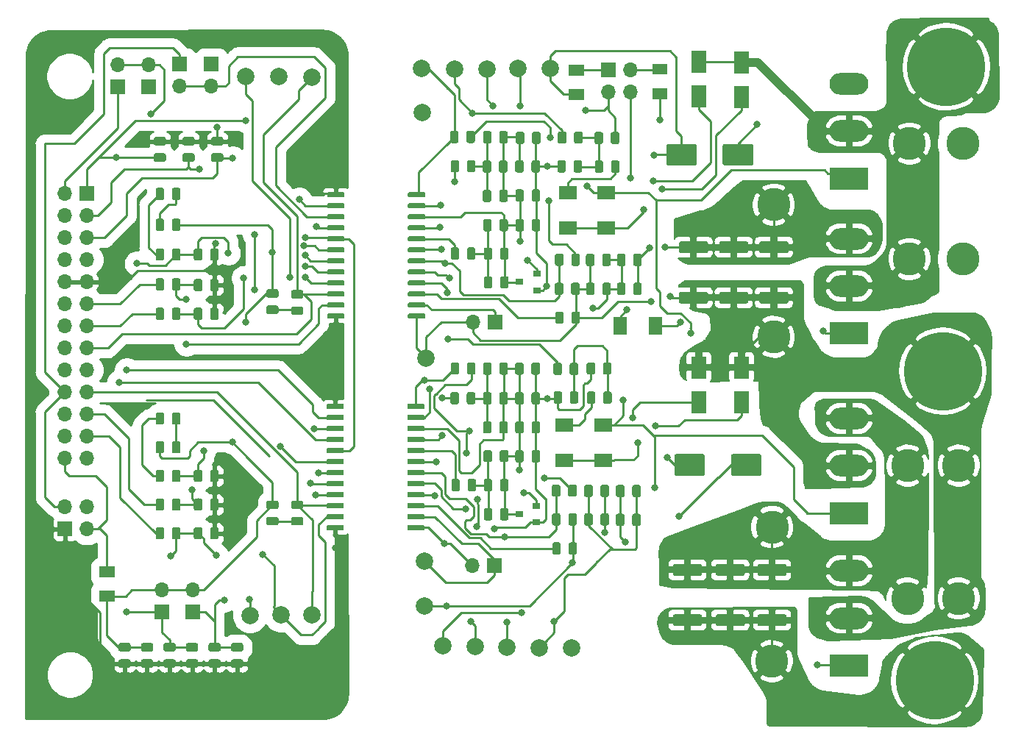
<source format=gbr>
G04 #@! TF.GenerationSoftware,KiCad,Pcbnew,(5.1.5)-3*
G04 #@! TF.CreationDate,2020-09-25T18:54:32-03:00*
G04 #@! TF.ProjectId,Gate_Driver_V2,47617465-5f44-4726-9976-65725f56322e,rev?*
G04 #@! TF.SameCoordinates,Original*
G04 #@! TF.FileFunction,Copper,L1,Top*
G04 #@! TF.FilePolarity,Positive*
%FSLAX46Y46*%
G04 Gerber Fmt 4.6, Leading zero omitted, Abs format (unit mm)*
G04 Created by KiCad (PCBNEW (5.1.5)-3) date 2020-09-25 18:54:32*
%MOMM*%
%LPD*%
G04 APERTURE LIST*
%ADD10C,2.000000*%
%ADD11C,9.000000*%
%ADD12R,1.800000X2.500000*%
%ADD13O,1.700000X1.700000*%
%ADD14R,1.700000X1.700000*%
%ADD15C,0.100000*%
%ADD16C,3.800000*%
%ADD17O,4.500000X2.500000*%
%ADD18R,4.500000X2.500000*%
%ADD19R,1.600000X2.000000*%
%ADD20R,2.000000X1.600000*%
%ADD21R,0.900000X0.800000*%
%ADD22C,0.800000*%
%ADD23C,0.250000*%
%ADD24C,1.000000*%
%ADD25C,0.200000*%
%ADD26C,0.254000*%
G04 APERTURE END LIST*
D10*
X58928000Y-112014000D03*
X58674000Y-50038000D03*
X55330000Y-112050000D03*
X54880000Y-50030000D03*
X62484000Y-112014000D03*
X62484000Y-50090000D03*
X88590000Y-115810000D03*
X86200000Y-49110000D03*
D11*
X134130000Y-119540000D03*
X135480000Y-48920000D03*
D10*
X75440000Y-105850000D03*
X75170000Y-54180000D03*
X92310000Y-115780000D03*
X89880000Y-49090000D03*
X81250000Y-115650000D03*
X78890000Y-49200000D03*
X75610000Y-82420000D03*
X75440000Y-110950000D03*
X84890000Y-115740000D03*
X82580000Y-49170000D03*
X77550000Y-115570000D03*
X75100000Y-49100000D03*
D12*
X111900000Y-87540000D03*
X111900000Y-83540000D03*
X111900000Y-52390000D03*
X111900000Y-48390000D03*
D13*
X47256222Y-51156000D03*
D14*
X47256222Y-48616000D03*
G04 #@! TA.AperFunction,SMDPad,CuDef*
D15*
G36*
X94770142Y-73771174D02*
G01*
X94793803Y-73774684D01*
X94817007Y-73780496D01*
X94839529Y-73788554D01*
X94861153Y-73798782D01*
X94881670Y-73811079D01*
X94900883Y-73825329D01*
X94918607Y-73841393D01*
X94934671Y-73859117D01*
X94948921Y-73878330D01*
X94961218Y-73898847D01*
X94971446Y-73920471D01*
X94979504Y-73942993D01*
X94985316Y-73966197D01*
X94988826Y-73989858D01*
X94990000Y-74013750D01*
X94990000Y-74926250D01*
X94988826Y-74950142D01*
X94985316Y-74973803D01*
X94979504Y-74997007D01*
X94971446Y-75019529D01*
X94961218Y-75041153D01*
X94948921Y-75061670D01*
X94934671Y-75080883D01*
X94918607Y-75098607D01*
X94900883Y-75114671D01*
X94881670Y-75128921D01*
X94861153Y-75141218D01*
X94839529Y-75151446D01*
X94817007Y-75159504D01*
X94793803Y-75165316D01*
X94770142Y-75168826D01*
X94746250Y-75170000D01*
X94258750Y-75170000D01*
X94234858Y-75168826D01*
X94211197Y-75165316D01*
X94187993Y-75159504D01*
X94165471Y-75151446D01*
X94143847Y-75141218D01*
X94123330Y-75128921D01*
X94104117Y-75114671D01*
X94086393Y-75098607D01*
X94070329Y-75080883D01*
X94056079Y-75061670D01*
X94043782Y-75041153D01*
X94033554Y-75019529D01*
X94025496Y-74997007D01*
X94019684Y-74973803D01*
X94016174Y-74950142D01*
X94015000Y-74926250D01*
X94015000Y-74013750D01*
X94016174Y-73989858D01*
X94019684Y-73966197D01*
X94025496Y-73942993D01*
X94033554Y-73920471D01*
X94043782Y-73898847D01*
X94056079Y-73878330D01*
X94070329Y-73859117D01*
X94086393Y-73841393D01*
X94104117Y-73825329D01*
X94123330Y-73811079D01*
X94143847Y-73798782D01*
X94165471Y-73788554D01*
X94187993Y-73780496D01*
X94211197Y-73774684D01*
X94234858Y-73771174D01*
X94258750Y-73770000D01*
X94746250Y-73770000D01*
X94770142Y-73771174D01*
G37*
G04 #@! TD.AperFunction*
G04 #@! TA.AperFunction,SMDPad,CuDef*
G36*
X96645142Y-73771174D02*
G01*
X96668803Y-73774684D01*
X96692007Y-73780496D01*
X96714529Y-73788554D01*
X96736153Y-73798782D01*
X96756670Y-73811079D01*
X96775883Y-73825329D01*
X96793607Y-73841393D01*
X96809671Y-73859117D01*
X96823921Y-73878330D01*
X96836218Y-73898847D01*
X96846446Y-73920471D01*
X96854504Y-73942993D01*
X96860316Y-73966197D01*
X96863826Y-73989858D01*
X96865000Y-74013750D01*
X96865000Y-74926250D01*
X96863826Y-74950142D01*
X96860316Y-74973803D01*
X96854504Y-74997007D01*
X96846446Y-75019529D01*
X96836218Y-75041153D01*
X96823921Y-75061670D01*
X96809671Y-75080883D01*
X96793607Y-75098607D01*
X96775883Y-75114671D01*
X96756670Y-75128921D01*
X96736153Y-75141218D01*
X96714529Y-75151446D01*
X96692007Y-75159504D01*
X96668803Y-75165316D01*
X96645142Y-75168826D01*
X96621250Y-75170000D01*
X96133750Y-75170000D01*
X96109858Y-75168826D01*
X96086197Y-75165316D01*
X96062993Y-75159504D01*
X96040471Y-75151446D01*
X96018847Y-75141218D01*
X95998330Y-75128921D01*
X95979117Y-75114671D01*
X95961393Y-75098607D01*
X95945329Y-75080883D01*
X95931079Y-75061670D01*
X95918782Y-75041153D01*
X95908554Y-75019529D01*
X95900496Y-74997007D01*
X95894684Y-74973803D01*
X95891174Y-74950142D01*
X95890000Y-74926250D01*
X95890000Y-74013750D01*
X95891174Y-73989858D01*
X95894684Y-73966197D01*
X95900496Y-73942993D01*
X95908554Y-73920471D01*
X95918782Y-73898847D01*
X95931079Y-73878330D01*
X95945329Y-73859117D01*
X95961393Y-73841393D01*
X95979117Y-73825329D01*
X95998330Y-73811079D01*
X96018847Y-73798782D01*
X96040471Y-73788554D01*
X96062993Y-73780496D01*
X96086197Y-73774684D01*
X96109858Y-73771174D01*
X96133750Y-73770000D01*
X96621250Y-73770000D01*
X96645142Y-73771174D01*
G37*
G04 #@! TD.AperFunction*
G04 #@! TA.AperFunction,SMDPad,CuDef*
G36*
X94750142Y-70441174D02*
G01*
X94773803Y-70444684D01*
X94797007Y-70450496D01*
X94819529Y-70458554D01*
X94841153Y-70468782D01*
X94861670Y-70481079D01*
X94880883Y-70495329D01*
X94898607Y-70511393D01*
X94914671Y-70529117D01*
X94928921Y-70548330D01*
X94941218Y-70568847D01*
X94951446Y-70590471D01*
X94959504Y-70612993D01*
X94965316Y-70636197D01*
X94968826Y-70659858D01*
X94970000Y-70683750D01*
X94970000Y-71596250D01*
X94968826Y-71620142D01*
X94965316Y-71643803D01*
X94959504Y-71667007D01*
X94951446Y-71689529D01*
X94941218Y-71711153D01*
X94928921Y-71731670D01*
X94914671Y-71750883D01*
X94898607Y-71768607D01*
X94880883Y-71784671D01*
X94861670Y-71798921D01*
X94841153Y-71811218D01*
X94819529Y-71821446D01*
X94797007Y-71829504D01*
X94773803Y-71835316D01*
X94750142Y-71838826D01*
X94726250Y-71840000D01*
X94238750Y-71840000D01*
X94214858Y-71838826D01*
X94191197Y-71835316D01*
X94167993Y-71829504D01*
X94145471Y-71821446D01*
X94123847Y-71811218D01*
X94103330Y-71798921D01*
X94084117Y-71784671D01*
X94066393Y-71768607D01*
X94050329Y-71750883D01*
X94036079Y-71731670D01*
X94023782Y-71711153D01*
X94013554Y-71689529D01*
X94005496Y-71667007D01*
X93999684Y-71643803D01*
X93996174Y-71620142D01*
X93995000Y-71596250D01*
X93995000Y-70683750D01*
X93996174Y-70659858D01*
X93999684Y-70636197D01*
X94005496Y-70612993D01*
X94013554Y-70590471D01*
X94023782Y-70568847D01*
X94036079Y-70548330D01*
X94050329Y-70529117D01*
X94066393Y-70511393D01*
X94084117Y-70495329D01*
X94103330Y-70481079D01*
X94123847Y-70468782D01*
X94145471Y-70458554D01*
X94167993Y-70450496D01*
X94191197Y-70444684D01*
X94214858Y-70441174D01*
X94238750Y-70440000D01*
X94726250Y-70440000D01*
X94750142Y-70441174D01*
G37*
G04 #@! TD.AperFunction*
G04 #@! TA.AperFunction,SMDPad,CuDef*
G36*
X96625142Y-70441174D02*
G01*
X96648803Y-70444684D01*
X96672007Y-70450496D01*
X96694529Y-70458554D01*
X96716153Y-70468782D01*
X96736670Y-70481079D01*
X96755883Y-70495329D01*
X96773607Y-70511393D01*
X96789671Y-70529117D01*
X96803921Y-70548330D01*
X96816218Y-70568847D01*
X96826446Y-70590471D01*
X96834504Y-70612993D01*
X96840316Y-70636197D01*
X96843826Y-70659858D01*
X96845000Y-70683750D01*
X96845000Y-71596250D01*
X96843826Y-71620142D01*
X96840316Y-71643803D01*
X96834504Y-71667007D01*
X96826446Y-71689529D01*
X96816218Y-71711153D01*
X96803921Y-71731670D01*
X96789671Y-71750883D01*
X96773607Y-71768607D01*
X96755883Y-71784671D01*
X96736670Y-71798921D01*
X96716153Y-71811218D01*
X96694529Y-71821446D01*
X96672007Y-71829504D01*
X96648803Y-71835316D01*
X96625142Y-71838826D01*
X96601250Y-71840000D01*
X96113750Y-71840000D01*
X96089858Y-71838826D01*
X96066197Y-71835316D01*
X96042993Y-71829504D01*
X96020471Y-71821446D01*
X95998847Y-71811218D01*
X95978330Y-71798921D01*
X95959117Y-71784671D01*
X95941393Y-71768607D01*
X95925329Y-71750883D01*
X95911079Y-71731670D01*
X95898782Y-71711153D01*
X95888554Y-71689529D01*
X95880496Y-71667007D01*
X95874684Y-71643803D01*
X95871174Y-71620142D01*
X95870000Y-71596250D01*
X95870000Y-70683750D01*
X95871174Y-70659858D01*
X95874684Y-70636197D01*
X95880496Y-70612993D01*
X95888554Y-70590471D01*
X95898782Y-70568847D01*
X95911079Y-70548330D01*
X95925329Y-70529117D01*
X95941393Y-70511393D01*
X95959117Y-70495329D01*
X95978330Y-70481079D01*
X95998847Y-70468782D01*
X96020471Y-70458554D01*
X96042993Y-70450496D01*
X96066197Y-70444684D01*
X96089858Y-70441174D01*
X96113750Y-70440000D01*
X96601250Y-70440000D01*
X96625142Y-70441174D01*
G37*
G04 #@! TD.AperFunction*
G04 #@! TA.AperFunction,SMDPad,CuDef*
G36*
X91460142Y-59681174D02*
G01*
X91483803Y-59684684D01*
X91507007Y-59690496D01*
X91529529Y-59698554D01*
X91551153Y-59708782D01*
X91571670Y-59721079D01*
X91590883Y-59735329D01*
X91608607Y-59751393D01*
X91624671Y-59769117D01*
X91638921Y-59788330D01*
X91651218Y-59808847D01*
X91661446Y-59830471D01*
X91669504Y-59852993D01*
X91675316Y-59876197D01*
X91678826Y-59899858D01*
X91680000Y-59923750D01*
X91680000Y-60836250D01*
X91678826Y-60860142D01*
X91675316Y-60883803D01*
X91669504Y-60907007D01*
X91661446Y-60929529D01*
X91651218Y-60951153D01*
X91638921Y-60971670D01*
X91624671Y-60990883D01*
X91608607Y-61008607D01*
X91590883Y-61024671D01*
X91571670Y-61038921D01*
X91551153Y-61051218D01*
X91529529Y-61061446D01*
X91507007Y-61069504D01*
X91483803Y-61075316D01*
X91460142Y-61078826D01*
X91436250Y-61080000D01*
X90948750Y-61080000D01*
X90924858Y-61078826D01*
X90901197Y-61075316D01*
X90877993Y-61069504D01*
X90855471Y-61061446D01*
X90833847Y-61051218D01*
X90813330Y-61038921D01*
X90794117Y-61024671D01*
X90776393Y-61008607D01*
X90760329Y-60990883D01*
X90746079Y-60971670D01*
X90733782Y-60951153D01*
X90723554Y-60929529D01*
X90715496Y-60907007D01*
X90709684Y-60883803D01*
X90706174Y-60860142D01*
X90705000Y-60836250D01*
X90705000Y-59923750D01*
X90706174Y-59899858D01*
X90709684Y-59876197D01*
X90715496Y-59852993D01*
X90723554Y-59830471D01*
X90733782Y-59808847D01*
X90746079Y-59788330D01*
X90760329Y-59769117D01*
X90776393Y-59751393D01*
X90794117Y-59735329D01*
X90813330Y-59721079D01*
X90833847Y-59708782D01*
X90855471Y-59698554D01*
X90877993Y-59690496D01*
X90901197Y-59684684D01*
X90924858Y-59681174D01*
X90948750Y-59680000D01*
X91436250Y-59680000D01*
X91460142Y-59681174D01*
G37*
G04 #@! TD.AperFunction*
G04 #@! TA.AperFunction,SMDPad,CuDef*
G36*
X93335142Y-59681174D02*
G01*
X93358803Y-59684684D01*
X93382007Y-59690496D01*
X93404529Y-59698554D01*
X93426153Y-59708782D01*
X93446670Y-59721079D01*
X93465883Y-59735329D01*
X93483607Y-59751393D01*
X93499671Y-59769117D01*
X93513921Y-59788330D01*
X93526218Y-59808847D01*
X93536446Y-59830471D01*
X93544504Y-59852993D01*
X93550316Y-59876197D01*
X93553826Y-59899858D01*
X93555000Y-59923750D01*
X93555000Y-60836250D01*
X93553826Y-60860142D01*
X93550316Y-60883803D01*
X93544504Y-60907007D01*
X93536446Y-60929529D01*
X93526218Y-60951153D01*
X93513921Y-60971670D01*
X93499671Y-60990883D01*
X93483607Y-61008607D01*
X93465883Y-61024671D01*
X93446670Y-61038921D01*
X93426153Y-61051218D01*
X93404529Y-61061446D01*
X93382007Y-61069504D01*
X93358803Y-61075316D01*
X93335142Y-61078826D01*
X93311250Y-61080000D01*
X92823750Y-61080000D01*
X92799858Y-61078826D01*
X92776197Y-61075316D01*
X92752993Y-61069504D01*
X92730471Y-61061446D01*
X92708847Y-61051218D01*
X92688330Y-61038921D01*
X92669117Y-61024671D01*
X92651393Y-61008607D01*
X92635329Y-60990883D01*
X92621079Y-60971670D01*
X92608782Y-60951153D01*
X92598554Y-60929529D01*
X92590496Y-60907007D01*
X92584684Y-60883803D01*
X92581174Y-60860142D01*
X92580000Y-60836250D01*
X92580000Y-59923750D01*
X92581174Y-59899858D01*
X92584684Y-59876197D01*
X92590496Y-59852993D01*
X92598554Y-59830471D01*
X92608782Y-59808847D01*
X92621079Y-59788330D01*
X92635329Y-59769117D01*
X92651393Y-59751393D01*
X92669117Y-59735329D01*
X92688330Y-59721079D01*
X92708847Y-59708782D01*
X92730471Y-59698554D01*
X92752993Y-59690496D01*
X92776197Y-59684684D01*
X92799858Y-59681174D01*
X92823750Y-59680000D01*
X93311250Y-59680000D01*
X93335142Y-59681174D01*
G37*
G04 #@! TD.AperFunction*
G04 #@! TA.AperFunction,SMDPad,CuDef*
G36*
X93045142Y-73771174D02*
G01*
X93068803Y-73774684D01*
X93092007Y-73780496D01*
X93114529Y-73788554D01*
X93136153Y-73798782D01*
X93156670Y-73811079D01*
X93175883Y-73825329D01*
X93193607Y-73841393D01*
X93209671Y-73859117D01*
X93223921Y-73878330D01*
X93236218Y-73898847D01*
X93246446Y-73920471D01*
X93254504Y-73942993D01*
X93260316Y-73966197D01*
X93263826Y-73989858D01*
X93265000Y-74013750D01*
X93265000Y-74926250D01*
X93263826Y-74950142D01*
X93260316Y-74973803D01*
X93254504Y-74997007D01*
X93246446Y-75019529D01*
X93236218Y-75041153D01*
X93223921Y-75061670D01*
X93209671Y-75080883D01*
X93193607Y-75098607D01*
X93175883Y-75114671D01*
X93156670Y-75128921D01*
X93136153Y-75141218D01*
X93114529Y-75151446D01*
X93092007Y-75159504D01*
X93068803Y-75165316D01*
X93045142Y-75168826D01*
X93021250Y-75170000D01*
X92533750Y-75170000D01*
X92509858Y-75168826D01*
X92486197Y-75165316D01*
X92462993Y-75159504D01*
X92440471Y-75151446D01*
X92418847Y-75141218D01*
X92398330Y-75128921D01*
X92379117Y-75114671D01*
X92361393Y-75098607D01*
X92345329Y-75080883D01*
X92331079Y-75061670D01*
X92318782Y-75041153D01*
X92308554Y-75019529D01*
X92300496Y-74997007D01*
X92294684Y-74973803D01*
X92291174Y-74950142D01*
X92290000Y-74926250D01*
X92290000Y-74013750D01*
X92291174Y-73989858D01*
X92294684Y-73966197D01*
X92300496Y-73942993D01*
X92308554Y-73920471D01*
X92318782Y-73898847D01*
X92331079Y-73878330D01*
X92345329Y-73859117D01*
X92361393Y-73841393D01*
X92379117Y-73825329D01*
X92398330Y-73811079D01*
X92418847Y-73798782D01*
X92440471Y-73788554D01*
X92462993Y-73780496D01*
X92486197Y-73774684D01*
X92509858Y-73771174D01*
X92533750Y-73770000D01*
X93021250Y-73770000D01*
X93045142Y-73771174D01*
G37*
G04 #@! TD.AperFunction*
G04 #@! TA.AperFunction,SMDPad,CuDef*
G36*
X91170142Y-73771174D02*
G01*
X91193803Y-73774684D01*
X91217007Y-73780496D01*
X91239529Y-73788554D01*
X91261153Y-73798782D01*
X91281670Y-73811079D01*
X91300883Y-73825329D01*
X91318607Y-73841393D01*
X91334671Y-73859117D01*
X91348921Y-73878330D01*
X91361218Y-73898847D01*
X91371446Y-73920471D01*
X91379504Y-73942993D01*
X91385316Y-73966197D01*
X91388826Y-73989858D01*
X91390000Y-74013750D01*
X91390000Y-74926250D01*
X91388826Y-74950142D01*
X91385316Y-74973803D01*
X91379504Y-74997007D01*
X91371446Y-75019529D01*
X91361218Y-75041153D01*
X91348921Y-75061670D01*
X91334671Y-75080883D01*
X91318607Y-75098607D01*
X91300883Y-75114671D01*
X91281670Y-75128921D01*
X91261153Y-75141218D01*
X91239529Y-75151446D01*
X91217007Y-75159504D01*
X91193803Y-75165316D01*
X91170142Y-75168826D01*
X91146250Y-75170000D01*
X90658750Y-75170000D01*
X90634858Y-75168826D01*
X90611197Y-75165316D01*
X90587993Y-75159504D01*
X90565471Y-75151446D01*
X90543847Y-75141218D01*
X90523330Y-75128921D01*
X90504117Y-75114671D01*
X90486393Y-75098607D01*
X90470329Y-75080883D01*
X90456079Y-75061670D01*
X90443782Y-75041153D01*
X90433554Y-75019529D01*
X90425496Y-74997007D01*
X90419684Y-74973803D01*
X90416174Y-74950142D01*
X90415000Y-74926250D01*
X90415000Y-74013750D01*
X90416174Y-73989858D01*
X90419684Y-73966197D01*
X90425496Y-73942993D01*
X90433554Y-73920471D01*
X90443782Y-73898847D01*
X90456079Y-73878330D01*
X90470329Y-73859117D01*
X90486393Y-73841393D01*
X90504117Y-73825329D01*
X90523330Y-73811079D01*
X90543847Y-73798782D01*
X90565471Y-73788554D01*
X90587993Y-73780496D01*
X90611197Y-73774684D01*
X90634858Y-73771174D01*
X90658750Y-73770000D01*
X91146250Y-73770000D01*
X91170142Y-73771174D01*
G37*
G04 #@! TD.AperFunction*
G04 #@! TA.AperFunction,SMDPad,CuDef*
G36*
X86650142Y-66451174D02*
G01*
X86673803Y-66454684D01*
X86697007Y-66460496D01*
X86719529Y-66468554D01*
X86741153Y-66478782D01*
X86761670Y-66491079D01*
X86780883Y-66505329D01*
X86798607Y-66521393D01*
X86814671Y-66539117D01*
X86828921Y-66558330D01*
X86841218Y-66578847D01*
X86851446Y-66600471D01*
X86859504Y-66622993D01*
X86865316Y-66646197D01*
X86868826Y-66669858D01*
X86870000Y-66693750D01*
X86870000Y-67606250D01*
X86868826Y-67630142D01*
X86865316Y-67653803D01*
X86859504Y-67677007D01*
X86851446Y-67699529D01*
X86841218Y-67721153D01*
X86828921Y-67741670D01*
X86814671Y-67760883D01*
X86798607Y-67778607D01*
X86780883Y-67794671D01*
X86761670Y-67808921D01*
X86741153Y-67821218D01*
X86719529Y-67831446D01*
X86697007Y-67839504D01*
X86673803Y-67845316D01*
X86650142Y-67848826D01*
X86626250Y-67850000D01*
X86138750Y-67850000D01*
X86114858Y-67848826D01*
X86091197Y-67845316D01*
X86067993Y-67839504D01*
X86045471Y-67831446D01*
X86023847Y-67821218D01*
X86003330Y-67808921D01*
X85984117Y-67794671D01*
X85966393Y-67778607D01*
X85950329Y-67760883D01*
X85936079Y-67741670D01*
X85923782Y-67721153D01*
X85913554Y-67699529D01*
X85905496Y-67677007D01*
X85899684Y-67653803D01*
X85896174Y-67630142D01*
X85895000Y-67606250D01*
X85895000Y-66693750D01*
X85896174Y-66669858D01*
X85899684Y-66646197D01*
X85905496Y-66622993D01*
X85913554Y-66600471D01*
X85923782Y-66578847D01*
X85936079Y-66558330D01*
X85950329Y-66539117D01*
X85966393Y-66521393D01*
X85984117Y-66505329D01*
X86003330Y-66491079D01*
X86023847Y-66478782D01*
X86045471Y-66468554D01*
X86067993Y-66460496D01*
X86091197Y-66454684D01*
X86114858Y-66451174D01*
X86138750Y-66450000D01*
X86626250Y-66450000D01*
X86650142Y-66451174D01*
G37*
G04 #@! TD.AperFunction*
G04 #@! TA.AperFunction,SMDPad,CuDef*
G36*
X88525142Y-66451174D02*
G01*
X88548803Y-66454684D01*
X88572007Y-66460496D01*
X88594529Y-66468554D01*
X88616153Y-66478782D01*
X88636670Y-66491079D01*
X88655883Y-66505329D01*
X88673607Y-66521393D01*
X88689671Y-66539117D01*
X88703921Y-66558330D01*
X88716218Y-66578847D01*
X88726446Y-66600471D01*
X88734504Y-66622993D01*
X88740316Y-66646197D01*
X88743826Y-66669858D01*
X88745000Y-66693750D01*
X88745000Y-67606250D01*
X88743826Y-67630142D01*
X88740316Y-67653803D01*
X88734504Y-67677007D01*
X88726446Y-67699529D01*
X88716218Y-67721153D01*
X88703921Y-67741670D01*
X88689671Y-67760883D01*
X88673607Y-67778607D01*
X88655883Y-67794671D01*
X88636670Y-67808921D01*
X88616153Y-67821218D01*
X88594529Y-67831446D01*
X88572007Y-67839504D01*
X88548803Y-67845316D01*
X88525142Y-67848826D01*
X88501250Y-67850000D01*
X88013750Y-67850000D01*
X87989858Y-67848826D01*
X87966197Y-67845316D01*
X87942993Y-67839504D01*
X87920471Y-67831446D01*
X87898847Y-67821218D01*
X87878330Y-67808921D01*
X87859117Y-67794671D01*
X87841393Y-67778607D01*
X87825329Y-67760883D01*
X87811079Y-67741670D01*
X87798782Y-67721153D01*
X87788554Y-67699529D01*
X87780496Y-67677007D01*
X87774684Y-67653803D01*
X87771174Y-67630142D01*
X87770000Y-67606250D01*
X87770000Y-66693750D01*
X87771174Y-66669858D01*
X87774684Y-66646197D01*
X87780496Y-66622993D01*
X87788554Y-66600471D01*
X87798782Y-66578847D01*
X87811079Y-66558330D01*
X87825329Y-66539117D01*
X87841393Y-66521393D01*
X87859117Y-66505329D01*
X87878330Y-66491079D01*
X87898847Y-66478782D01*
X87920471Y-66468554D01*
X87942993Y-66460496D01*
X87966197Y-66454684D01*
X87989858Y-66451174D01*
X88013750Y-66450000D01*
X88501250Y-66450000D01*
X88525142Y-66451174D01*
G37*
G04 #@! TD.AperFunction*
G04 #@! TA.AperFunction,SMDPad,CuDef*
G36*
X46555742Y-117123174D02*
G01*
X46579403Y-117126684D01*
X46602607Y-117132496D01*
X46625129Y-117140554D01*
X46646753Y-117150782D01*
X46667270Y-117163079D01*
X46686483Y-117177329D01*
X46704207Y-117193393D01*
X46720271Y-117211117D01*
X46734521Y-117230330D01*
X46746818Y-117250847D01*
X46757046Y-117272471D01*
X46765104Y-117294993D01*
X46770916Y-117318197D01*
X46774426Y-117341858D01*
X46775600Y-117365750D01*
X46775600Y-117853250D01*
X46774426Y-117877142D01*
X46770916Y-117900803D01*
X46765104Y-117924007D01*
X46757046Y-117946529D01*
X46746818Y-117968153D01*
X46734521Y-117988670D01*
X46720271Y-118007883D01*
X46704207Y-118025607D01*
X46686483Y-118041671D01*
X46667270Y-118055921D01*
X46646753Y-118068218D01*
X46625129Y-118078446D01*
X46602607Y-118086504D01*
X46579403Y-118092316D01*
X46555742Y-118095826D01*
X46531850Y-118097000D01*
X45619350Y-118097000D01*
X45595458Y-118095826D01*
X45571797Y-118092316D01*
X45548593Y-118086504D01*
X45526071Y-118078446D01*
X45504447Y-118068218D01*
X45483930Y-118055921D01*
X45464717Y-118041671D01*
X45446993Y-118025607D01*
X45430929Y-118007883D01*
X45416679Y-117988670D01*
X45404382Y-117968153D01*
X45394154Y-117946529D01*
X45386096Y-117924007D01*
X45380284Y-117900803D01*
X45376774Y-117877142D01*
X45375600Y-117853250D01*
X45375600Y-117365750D01*
X45376774Y-117341858D01*
X45380284Y-117318197D01*
X45386096Y-117294993D01*
X45394154Y-117272471D01*
X45404382Y-117250847D01*
X45416679Y-117230330D01*
X45430929Y-117211117D01*
X45446993Y-117193393D01*
X45464717Y-117177329D01*
X45483930Y-117163079D01*
X45504447Y-117150782D01*
X45526071Y-117140554D01*
X45548593Y-117132496D01*
X45571797Y-117126684D01*
X45595458Y-117123174D01*
X45619350Y-117122000D01*
X46531850Y-117122000D01*
X46555742Y-117123174D01*
G37*
G04 #@! TD.AperFunction*
G04 #@! TA.AperFunction,SMDPad,CuDef*
G36*
X46555742Y-115248174D02*
G01*
X46579403Y-115251684D01*
X46602607Y-115257496D01*
X46625129Y-115265554D01*
X46646753Y-115275782D01*
X46667270Y-115288079D01*
X46686483Y-115302329D01*
X46704207Y-115318393D01*
X46720271Y-115336117D01*
X46734521Y-115355330D01*
X46746818Y-115375847D01*
X46757046Y-115397471D01*
X46765104Y-115419993D01*
X46770916Y-115443197D01*
X46774426Y-115466858D01*
X46775600Y-115490750D01*
X46775600Y-115978250D01*
X46774426Y-116002142D01*
X46770916Y-116025803D01*
X46765104Y-116049007D01*
X46757046Y-116071529D01*
X46746818Y-116093153D01*
X46734521Y-116113670D01*
X46720271Y-116132883D01*
X46704207Y-116150607D01*
X46686483Y-116166671D01*
X46667270Y-116180921D01*
X46646753Y-116193218D01*
X46625129Y-116203446D01*
X46602607Y-116211504D01*
X46579403Y-116217316D01*
X46555742Y-116220826D01*
X46531850Y-116222000D01*
X45619350Y-116222000D01*
X45595458Y-116220826D01*
X45571797Y-116217316D01*
X45548593Y-116211504D01*
X45526071Y-116203446D01*
X45504447Y-116193218D01*
X45483930Y-116180921D01*
X45464717Y-116166671D01*
X45446993Y-116150607D01*
X45430929Y-116132883D01*
X45416679Y-116113670D01*
X45404382Y-116093153D01*
X45394154Y-116071529D01*
X45386096Y-116049007D01*
X45380284Y-116025803D01*
X45376774Y-116002142D01*
X45375600Y-115978250D01*
X45375600Y-115490750D01*
X45376774Y-115466858D01*
X45380284Y-115443197D01*
X45386096Y-115419993D01*
X45394154Y-115397471D01*
X45404382Y-115375847D01*
X45416679Y-115355330D01*
X45430929Y-115336117D01*
X45446993Y-115318393D01*
X45464717Y-115302329D01*
X45483930Y-115288079D01*
X45504447Y-115275782D01*
X45526071Y-115265554D01*
X45548593Y-115257496D01*
X45571797Y-115251684D01*
X45595458Y-115248174D01*
X45619350Y-115247000D01*
X46531850Y-115247000D01*
X46555742Y-115248174D01*
G37*
G04 #@! TD.AperFunction*
G04 #@! TA.AperFunction,SMDPad,CuDef*
G36*
X49146542Y-117123174D02*
G01*
X49170203Y-117126684D01*
X49193407Y-117132496D01*
X49215929Y-117140554D01*
X49237553Y-117150782D01*
X49258070Y-117163079D01*
X49277283Y-117177329D01*
X49295007Y-117193393D01*
X49311071Y-117211117D01*
X49325321Y-117230330D01*
X49337618Y-117250847D01*
X49347846Y-117272471D01*
X49355904Y-117294993D01*
X49361716Y-117318197D01*
X49365226Y-117341858D01*
X49366400Y-117365750D01*
X49366400Y-117853250D01*
X49365226Y-117877142D01*
X49361716Y-117900803D01*
X49355904Y-117924007D01*
X49347846Y-117946529D01*
X49337618Y-117968153D01*
X49325321Y-117988670D01*
X49311071Y-118007883D01*
X49295007Y-118025607D01*
X49277283Y-118041671D01*
X49258070Y-118055921D01*
X49237553Y-118068218D01*
X49215929Y-118078446D01*
X49193407Y-118086504D01*
X49170203Y-118092316D01*
X49146542Y-118095826D01*
X49122650Y-118097000D01*
X48210150Y-118097000D01*
X48186258Y-118095826D01*
X48162597Y-118092316D01*
X48139393Y-118086504D01*
X48116871Y-118078446D01*
X48095247Y-118068218D01*
X48074730Y-118055921D01*
X48055517Y-118041671D01*
X48037793Y-118025607D01*
X48021729Y-118007883D01*
X48007479Y-117988670D01*
X47995182Y-117968153D01*
X47984954Y-117946529D01*
X47976896Y-117924007D01*
X47971084Y-117900803D01*
X47967574Y-117877142D01*
X47966400Y-117853250D01*
X47966400Y-117365750D01*
X47967574Y-117341858D01*
X47971084Y-117318197D01*
X47976896Y-117294993D01*
X47984954Y-117272471D01*
X47995182Y-117250847D01*
X48007479Y-117230330D01*
X48021729Y-117211117D01*
X48037793Y-117193393D01*
X48055517Y-117177329D01*
X48074730Y-117163079D01*
X48095247Y-117150782D01*
X48116871Y-117140554D01*
X48139393Y-117132496D01*
X48162597Y-117126684D01*
X48186258Y-117123174D01*
X48210150Y-117122000D01*
X49122650Y-117122000D01*
X49146542Y-117123174D01*
G37*
G04 #@! TD.AperFunction*
G04 #@! TA.AperFunction,SMDPad,CuDef*
G36*
X49146542Y-115248174D02*
G01*
X49170203Y-115251684D01*
X49193407Y-115257496D01*
X49215929Y-115265554D01*
X49237553Y-115275782D01*
X49258070Y-115288079D01*
X49277283Y-115302329D01*
X49295007Y-115318393D01*
X49311071Y-115336117D01*
X49325321Y-115355330D01*
X49337618Y-115375847D01*
X49347846Y-115397471D01*
X49355904Y-115419993D01*
X49361716Y-115443197D01*
X49365226Y-115466858D01*
X49366400Y-115490750D01*
X49366400Y-115978250D01*
X49365226Y-116002142D01*
X49361716Y-116025803D01*
X49355904Y-116049007D01*
X49347846Y-116071529D01*
X49337618Y-116093153D01*
X49325321Y-116113670D01*
X49311071Y-116132883D01*
X49295007Y-116150607D01*
X49277283Y-116166671D01*
X49258070Y-116180921D01*
X49237553Y-116193218D01*
X49215929Y-116203446D01*
X49193407Y-116211504D01*
X49170203Y-116217316D01*
X49146542Y-116220826D01*
X49122650Y-116222000D01*
X48210150Y-116222000D01*
X48186258Y-116220826D01*
X48162597Y-116217316D01*
X48139393Y-116211504D01*
X48116871Y-116203446D01*
X48095247Y-116193218D01*
X48074730Y-116180921D01*
X48055517Y-116166671D01*
X48037793Y-116150607D01*
X48021729Y-116132883D01*
X48007479Y-116113670D01*
X47995182Y-116093153D01*
X47984954Y-116071529D01*
X47976896Y-116049007D01*
X47971084Y-116025803D01*
X47967574Y-116002142D01*
X47966400Y-115978250D01*
X47966400Y-115490750D01*
X47967574Y-115466858D01*
X47971084Y-115443197D01*
X47976896Y-115419993D01*
X47984954Y-115397471D01*
X47995182Y-115375847D01*
X48007479Y-115355330D01*
X48021729Y-115336117D01*
X48037793Y-115318393D01*
X48055517Y-115302329D01*
X48074730Y-115288079D01*
X48095247Y-115275782D01*
X48116871Y-115265554D01*
X48139393Y-115257496D01*
X48162597Y-115251684D01*
X48186258Y-115248174D01*
X48210150Y-115247000D01*
X49122650Y-115247000D01*
X49146542Y-115248174D01*
G37*
G04 #@! TD.AperFunction*
G04 #@! TA.AperFunction,SMDPad,CuDef*
G36*
X41374142Y-117123174D02*
G01*
X41397803Y-117126684D01*
X41421007Y-117132496D01*
X41443529Y-117140554D01*
X41465153Y-117150782D01*
X41485670Y-117163079D01*
X41504883Y-117177329D01*
X41522607Y-117193393D01*
X41538671Y-117211117D01*
X41552921Y-117230330D01*
X41565218Y-117250847D01*
X41575446Y-117272471D01*
X41583504Y-117294993D01*
X41589316Y-117318197D01*
X41592826Y-117341858D01*
X41594000Y-117365750D01*
X41594000Y-117853250D01*
X41592826Y-117877142D01*
X41589316Y-117900803D01*
X41583504Y-117924007D01*
X41575446Y-117946529D01*
X41565218Y-117968153D01*
X41552921Y-117988670D01*
X41538671Y-118007883D01*
X41522607Y-118025607D01*
X41504883Y-118041671D01*
X41485670Y-118055921D01*
X41465153Y-118068218D01*
X41443529Y-118078446D01*
X41421007Y-118086504D01*
X41397803Y-118092316D01*
X41374142Y-118095826D01*
X41350250Y-118097000D01*
X40437750Y-118097000D01*
X40413858Y-118095826D01*
X40390197Y-118092316D01*
X40366993Y-118086504D01*
X40344471Y-118078446D01*
X40322847Y-118068218D01*
X40302330Y-118055921D01*
X40283117Y-118041671D01*
X40265393Y-118025607D01*
X40249329Y-118007883D01*
X40235079Y-117988670D01*
X40222782Y-117968153D01*
X40212554Y-117946529D01*
X40204496Y-117924007D01*
X40198684Y-117900803D01*
X40195174Y-117877142D01*
X40194000Y-117853250D01*
X40194000Y-117365750D01*
X40195174Y-117341858D01*
X40198684Y-117318197D01*
X40204496Y-117294993D01*
X40212554Y-117272471D01*
X40222782Y-117250847D01*
X40235079Y-117230330D01*
X40249329Y-117211117D01*
X40265393Y-117193393D01*
X40283117Y-117177329D01*
X40302330Y-117163079D01*
X40322847Y-117150782D01*
X40344471Y-117140554D01*
X40366993Y-117132496D01*
X40390197Y-117126684D01*
X40413858Y-117123174D01*
X40437750Y-117122000D01*
X41350250Y-117122000D01*
X41374142Y-117123174D01*
G37*
G04 #@! TD.AperFunction*
G04 #@! TA.AperFunction,SMDPad,CuDef*
G36*
X41374142Y-115248174D02*
G01*
X41397803Y-115251684D01*
X41421007Y-115257496D01*
X41443529Y-115265554D01*
X41465153Y-115275782D01*
X41485670Y-115288079D01*
X41504883Y-115302329D01*
X41522607Y-115318393D01*
X41538671Y-115336117D01*
X41552921Y-115355330D01*
X41565218Y-115375847D01*
X41575446Y-115397471D01*
X41583504Y-115419993D01*
X41589316Y-115443197D01*
X41592826Y-115466858D01*
X41594000Y-115490750D01*
X41594000Y-115978250D01*
X41592826Y-116002142D01*
X41589316Y-116025803D01*
X41583504Y-116049007D01*
X41575446Y-116071529D01*
X41565218Y-116093153D01*
X41552921Y-116113670D01*
X41538671Y-116132883D01*
X41522607Y-116150607D01*
X41504883Y-116166671D01*
X41485670Y-116180921D01*
X41465153Y-116193218D01*
X41443529Y-116203446D01*
X41421007Y-116211504D01*
X41397803Y-116217316D01*
X41374142Y-116220826D01*
X41350250Y-116222000D01*
X40437750Y-116222000D01*
X40413858Y-116220826D01*
X40390197Y-116217316D01*
X40366993Y-116211504D01*
X40344471Y-116203446D01*
X40322847Y-116193218D01*
X40302330Y-116180921D01*
X40283117Y-116166671D01*
X40265393Y-116150607D01*
X40249329Y-116132883D01*
X40235079Y-116113670D01*
X40222782Y-116093153D01*
X40212554Y-116071529D01*
X40204496Y-116049007D01*
X40198684Y-116025803D01*
X40195174Y-116002142D01*
X40194000Y-115978250D01*
X40194000Y-115490750D01*
X40195174Y-115466858D01*
X40198684Y-115443197D01*
X40204496Y-115419993D01*
X40212554Y-115397471D01*
X40222782Y-115375847D01*
X40235079Y-115355330D01*
X40249329Y-115336117D01*
X40265393Y-115318393D01*
X40283117Y-115302329D01*
X40302330Y-115288079D01*
X40322847Y-115275782D01*
X40344471Y-115265554D01*
X40366993Y-115257496D01*
X40390197Y-115251684D01*
X40413858Y-115248174D01*
X40437750Y-115247000D01*
X41350250Y-115247000D01*
X41374142Y-115248174D01*
G37*
G04 #@! TD.AperFunction*
G04 #@! TA.AperFunction,SMDPad,CuDef*
G36*
X54328142Y-117123174D02*
G01*
X54351803Y-117126684D01*
X54375007Y-117132496D01*
X54397529Y-117140554D01*
X54419153Y-117150782D01*
X54439670Y-117163079D01*
X54458883Y-117177329D01*
X54476607Y-117193393D01*
X54492671Y-117211117D01*
X54506921Y-117230330D01*
X54519218Y-117250847D01*
X54529446Y-117272471D01*
X54537504Y-117294993D01*
X54543316Y-117318197D01*
X54546826Y-117341858D01*
X54548000Y-117365750D01*
X54548000Y-117853250D01*
X54546826Y-117877142D01*
X54543316Y-117900803D01*
X54537504Y-117924007D01*
X54529446Y-117946529D01*
X54519218Y-117968153D01*
X54506921Y-117988670D01*
X54492671Y-118007883D01*
X54476607Y-118025607D01*
X54458883Y-118041671D01*
X54439670Y-118055921D01*
X54419153Y-118068218D01*
X54397529Y-118078446D01*
X54375007Y-118086504D01*
X54351803Y-118092316D01*
X54328142Y-118095826D01*
X54304250Y-118097000D01*
X53391750Y-118097000D01*
X53367858Y-118095826D01*
X53344197Y-118092316D01*
X53320993Y-118086504D01*
X53298471Y-118078446D01*
X53276847Y-118068218D01*
X53256330Y-118055921D01*
X53237117Y-118041671D01*
X53219393Y-118025607D01*
X53203329Y-118007883D01*
X53189079Y-117988670D01*
X53176782Y-117968153D01*
X53166554Y-117946529D01*
X53158496Y-117924007D01*
X53152684Y-117900803D01*
X53149174Y-117877142D01*
X53148000Y-117853250D01*
X53148000Y-117365750D01*
X53149174Y-117341858D01*
X53152684Y-117318197D01*
X53158496Y-117294993D01*
X53166554Y-117272471D01*
X53176782Y-117250847D01*
X53189079Y-117230330D01*
X53203329Y-117211117D01*
X53219393Y-117193393D01*
X53237117Y-117177329D01*
X53256330Y-117163079D01*
X53276847Y-117150782D01*
X53298471Y-117140554D01*
X53320993Y-117132496D01*
X53344197Y-117126684D01*
X53367858Y-117123174D01*
X53391750Y-117122000D01*
X54304250Y-117122000D01*
X54328142Y-117123174D01*
G37*
G04 #@! TD.AperFunction*
G04 #@! TA.AperFunction,SMDPad,CuDef*
G36*
X54328142Y-115248174D02*
G01*
X54351803Y-115251684D01*
X54375007Y-115257496D01*
X54397529Y-115265554D01*
X54419153Y-115275782D01*
X54439670Y-115288079D01*
X54458883Y-115302329D01*
X54476607Y-115318393D01*
X54492671Y-115336117D01*
X54506921Y-115355330D01*
X54519218Y-115375847D01*
X54529446Y-115397471D01*
X54537504Y-115419993D01*
X54543316Y-115443197D01*
X54546826Y-115466858D01*
X54548000Y-115490750D01*
X54548000Y-115978250D01*
X54546826Y-116002142D01*
X54543316Y-116025803D01*
X54537504Y-116049007D01*
X54529446Y-116071529D01*
X54519218Y-116093153D01*
X54506921Y-116113670D01*
X54492671Y-116132883D01*
X54476607Y-116150607D01*
X54458883Y-116166671D01*
X54439670Y-116180921D01*
X54419153Y-116193218D01*
X54397529Y-116203446D01*
X54375007Y-116211504D01*
X54351803Y-116217316D01*
X54328142Y-116220826D01*
X54304250Y-116222000D01*
X53391750Y-116222000D01*
X53367858Y-116220826D01*
X53344197Y-116217316D01*
X53320993Y-116211504D01*
X53298471Y-116203446D01*
X53276847Y-116193218D01*
X53256330Y-116180921D01*
X53237117Y-116166671D01*
X53219393Y-116150607D01*
X53203329Y-116132883D01*
X53189079Y-116113670D01*
X53176782Y-116093153D01*
X53166554Y-116071529D01*
X53158496Y-116049007D01*
X53152684Y-116025803D01*
X53149174Y-116002142D01*
X53148000Y-115978250D01*
X53148000Y-115490750D01*
X53149174Y-115466858D01*
X53152684Y-115443197D01*
X53158496Y-115419993D01*
X53166554Y-115397471D01*
X53176782Y-115375847D01*
X53189079Y-115355330D01*
X53203329Y-115336117D01*
X53219393Y-115318393D01*
X53237117Y-115302329D01*
X53256330Y-115288079D01*
X53276847Y-115275782D01*
X53298471Y-115265554D01*
X53320993Y-115257496D01*
X53344197Y-115251684D01*
X53367858Y-115248174D01*
X53391750Y-115247000D01*
X54304250Y-115247000D01*
X54328142Y-115248174D01*
G37*
G04 #@! TD.AperFunction*
G04 #@! TA.AperFunction,SMDPad,CuDef*
G36*
X75305977Y-87730662D02*
G01*
X75319325Y-87732642D01*
X75332414Y-87735921D01*
X75345119Y-87740467D01*
X75357317Y-87746236D01*
X75368891Y-87753173D01*
X75379729Y-87761211D01*
X75389727Y-87770273D01*
X75398789Y-87780271D01*
X75406827Y-87791109D01*
X75413764Y-87802683D01*
X75419533Y-87814881D01*
X75424079Y-87827586D01*
X75427358Y-87840675D01*
X75429338Y-87854023D01*
X75430000Y-87867500D01*
X75430000Y-88142500D01*
X75429338Y-88155977D01*
X75427358Y-88169325D01*
X75424079Y-88182414D01*
X75419533Y-88195119D01*
X75413764Y-88207317D01*
X75406827Y-88218891D01*
X75398789Y-88229729D01*
X75389727Y-88239727D01*
X75379729Y-88248789D01*
X75368891Y-88256827D01*
X75357317Y-88263764D01*
X75345119Y-88269533D01*
X75332414Y-88274079D01*
X75319325Y-88277358D01*
X75305977Y-88279338D01*
X75292500Y-88280000D01*
X73567500Y-88280000D01*
X73554023Y-88279338D01*
X73540675Y-88277358D01*
X73527586Y-88274079D01*
X73514881Y-88269533D01*
X73502683Y-88263764D01*
X73491109Y-88256827D01*
X73480271Y-88248789D01*
X73470273Y-88239727D01*
X73461211Y-88229729D01*
X73453173Y-88218891D01*
X73446236Y-88207317D01*
X73440467Y-88195119D01*
X73435921Y-88182414D01*
X73432642Y-88169325D01*
X73430662Y-88155977D01*
X73430000Y-88142500D01*
X73430000Y-87867500D01*
X73430662Y-87854023D01*
X73432642Y-87840675D01*
X73435921Y-87827586D01*
X73440467Y-87814881D01*
X73446236Y-87802683D01*
X73453173Y-87791109D01*
X73461211Y-87780271D01*
X73470273Y-87770273D01*
X73480271Y-87761211D01*
X73491109Y-87753173D01*
X73502683Y-87746236D01*
X73514881Y-87740467D01*
X73527586Y-87735921D01*
X73540675Y-87732642D01*
X73554023Y-87730662D01*
X73567500Y-87730000D01*
X75292500Y-87730000D01*
X75305977Y-87730662D01*
G37*
G04 #@! TD.AperFunction*
G04 #@! TA.AperFunction,SMDPad,CuDef*
G36*
X75305977Y-89000662D02*
G01*
X75319325Y-89002642D01*
X75332414Y-89005921D01*
X75345119Y-89010467D01*
X75357317Y-89016236D01*
X75368891Y-89023173D01*
X75379729Y-89031211D01*
X75389727Y-89040273D01*
X75398789Y-89050271D01*
X75406827Y-89061109D01*
X75413764Y-89072683D01*
X75419533Y-89084881D01*
X75424079Y-89097586D01*
X75427358Y-89110675D01*
X75429338Y-89124023D01*
X75430000Y-89137500D01*
X75430000Y-89412500D01*
X75429338Y-89425977D01*
X75427358Y-89439325D01*
X75424079Y-89452414D01*
X75419533Y-89465119D01*
X75413764Y-89477317D01*
X75406827Y-89488891D01*
X75398789Y-89499729D01*
X75389727Y-89509727D01*
X75379729Y-89518789D01*
X75368891Y-89526827D01*
X75357317Y-89533764D01*
X75345119Y-89539533D01*
X75332414Y-89544079D01*
X75319325Y-89547358D01*
X75305977Y-89549338D01*
X75292500Y-89550000D01*
X73567500Y-89550000D01*
X73554023Y-89549338D01*
X73540675Y-89547358D01*
X73527586Y-89544079D01*
X73514881Y-89539533D01*
X73502683Y-89533764D01*
X73491109Y-89526827D01*
X73480271Y-89518789D01*
X73470273Y-89509727D01*
X73461211Y-89499729D01*
X73453173Y-89488891D01*
X73446236Y-89477317D01*
X73440467Y-89465119D01*
X73435921Y-89452414D01*
X73432642Y-89439325D01*
X73430662Y-89425977D01*
X73430000Y-89412500D01*
X73430000Y-89137500D01*
X73430662Y-89124023D01*
X73432642Y-89110675D01*
X73435921Y-89097586D01*
X73440467Y-89084881D01*
X73446236Y-89072683D01*
X73453173Y-89061109D01*
X73461211Y-89050271D01*
X73470273Y-89040273D01*
X73480271Y-89031211D01*
X73491109Y-89023173D01*
X73502683Y-89016236D01*
X73514881Y-89010467D01*
X73527586Y-89005921D01*
X73540675Y-89002642D01*
X73554023Y-89000662D01*
X73567500Y-89000000D01*
X75292500Y-89000000D01*
X75305977Y-89000662D01*
G37*
G04 #@! TD.AperFunction*
G04 #@! TA.AperFunction,SMDPad,CuDef*
G36*
X75305977Y-90270662D02*
G01*
X75319325Y-90272642D01*
X75332414Y-90275921D01*
X75345119Y-90280467D01*
X75357317Y-90286236D01*
X75368891Y-90293173D01*
X75379729Y-90301211D01*
X75389727Y-90310273D01*
X75398789Y-90320271D01*
X75406827Y-90331109D01*
X75413764Y-90342683D01*
X75419533Y-90354881D01*
X75424079Y-90367586D01*
X75427358Y-90380675D01*
X75429338Y-90394023D01*
X75430000Y-90407500D01*
X75430000Y-90682500D01*
X75429338Y-90695977D01*
X75427358Y-90709325D01*
X75424079Y-90722414D01*
X75419533Y-90735119D01*
X75413764Y-90747317D01*
X75406827Y-90758891D01*
X75398789Y-90769729D01*
X75389727Y-90779727D01*
X75379729Y-90788789D01*
X75368891Y-90796827D01*
X75357317Y-90803764D01*
X75345119Y-90809533D01*
X75332414Y-90814079D01*
X75319325Y-90817358D01*
X75305977Y-90819338D01*
X75292500Y-90820000D01*
X73567500Y-90820000D01*
X73554023Y-90819338D01*
X73540675Y-90817358D01*
X73527586Y-90814079D01*
X73514881Y-90809533D01*
X73502683Y-90803764D01*
X73491109Y-90796827D01*
X73480271Y-90788789D01*
X73470273Y-90779727D01*
X73461211Y-90769729D01*
X73453173Y-90758891D01*
X73446236Y-90747317D01*
X73440467Y-90735119D01*
X73435921Y-90722414D01*
X73432642Y-90709325D01*
X73430662Y-90695977D01*
X73430000Y-90682500D01*
X73430000Y-90407500D01*
X73430662Y-90394023D01*
X73432642Y-90380675D01*
X73435921Y-90367586D01*
X73440467Y-90354881D01*
X73446236Y-90342683D01*
X73453173Y-90331109D01*
X73461211Y-90320271D01*
X73470273Y-90310273D01*
X73480271Y-90301211D01*
X73491109Y-90293173D01*
X73502683Y-90286236D01*
X73514881Y-90280467D01*
X73527586Y-90275921D01*
X73540675Y-90272642D01*
X73554023Y-90270662D01*
X73567500Y-90270000D01*
X75292500Y-90270000D01*
X75305977Y-90270662D01*
G37*
G04 #@! TD.AperFunction*
G04 #@! TA.AperFunction,SMDPad,CuDef*
G36*
X75305977Y-91540662D02*
G01*
X75319325Y-91542642D01*
X75332414Y-91545921D01*
X75345119Y-91550467D01*
X75357317Y-91556236D01*
X75368891Y-91563173D01*
X75379729Y-91571211D01*
X75389727Y-91580273D01*
X75398789Y-91590271D01*
X75406827Y-91601109D01*
X75413764Y-91612683D01*
X75419533Y-91624881D01*
X75424079Y-91637586D01*
X75427358Y-91650675D01*
X75429338Y-91664023D01*
X75430000Y-91677500D01*
X75430000Y-91952500D01*
X75429338Y-91965977D01*
X75427358Y-91979325D01*
X75424079Y-91992414D01*
X75419533Y-92005119D01*
X75413764Y-92017317D01*
X75406827Y-92028891D01*
X75398789Y-92039729D01*
X75389727Y-92049727D01*
X75379729Y-92058789D01*
X75368891Y-92066827D01*
X75357317Y-92073764D01*
X75345119Y-92079533D01*
X75332414Y-92084079D01*
X75319325Y-92087358D01*
X75305977Y-92089338D01*
X75292500Y-92090000D01*
X73567500Y-92090000D01*
X73554023Y-92089338D01*
X73540675Y-92087358D01*
X73527586Y-92084079D01*
X73514881Y-92079533D01*
X73502683Y-92073764D01*
X73491109Y-92066827D01*
X73480271Y-92058789D01*
X73470273Y-92049727D01*
X73461211Y-92039729D01*
X73453173Y-92028891D01*
X73446236Y-92017317D01*
X73440467Y-92005119D01*
X73435921Y-91992414D01*
X73432642Y-91979325D01*
X73430662Y-91965977D01*
X73430000Y-91952500D01*
X73430000Y-91677500D01*
X73430662Y-91664023D01*
X73432642Y-91650675D01*
X73435921Y-91637586D01*
X73440467Y-91624881D01*
X73446236Y-91612683D01*
X73453173Y-91601109D01*
X73461211Y-91590271D01*
X73470273Y-91580273D01*
X73480271Y-91571211D01*
X73491109Y-91563173D01*
X73502683Y-91556236D01*
X73514881Y-91550467D01*
X73527586Y-91545921D01*
X73540675Y-91542642D01*
X73554023Y-91540662D01*
X73567500Y-91540000D01*
X75292500Y-91540000D01*
X75305977Y-91540662D01*
G37*
G04 #@! TD.AperFunction*
G04 #@! TA.AperFunction,SMDPad,CuDef*
G36*
X75305977Y-92810662D02*
G01*
X75319325Y-92812642D01*
X75332414Y-92815921D01*
X75345119Y-92820467D01*
X75357317Y-92826236D01*
X75368891Y-92833173D01*
X75379729Y-92841211D01*
X75389727Y-92850273D01*
X75398789Y-92860271D01*
X75406827Y-92871109D01*
X75413764Y-92882683D01*
X75419533Y-92894881D01*
X75424079Y-92907586D01*
X75427358Y-92920675D01*
X75429338Y-92934023D01*
X75430000Y-92947500D01*
X75430000Y-93222500D01*
X75429338Y-93235977D01*
X75427358Y-93249325D01*
X75424079Y-93262414D01*
X75419533Y-93275119D01*
X75413764Y-93287317D01*
X75406827Y-93298891D01*
X75398789Y-93309729D01*
X75389727Y-93319727D01*
X75379729Y-93328789D01*
X75368891Y-93336827D01*
X75357317Y-93343764D01*
X75345119Y-93349533D01*
X75332414Y-93354079D01*
X75319325Y-93357358D01*
X75305977Y-93359338D01*
X75292500Y-93360000D01*
X73567500Y-93360000D01*
X73554023Y-93359338D01*
X73540675Y-93357358D01*
X73527586Y-93354079D01*
X73514881Y-93349533D01*
X73502683Y-93343764D01*
X73491109Y-93336827D01*
X73480271Y-93328789D01*
X73470273Y-93319727D01*
X73461211Y-93309729D01*
X73453173Y-93298891D01*
X73446236Y-93287317D01*
X73440467Y-93275119D01*
X73435921Y-93262414D01*
X73432642Y-93249325D01*
X73430662Y-93235977D01*
X73430000Y-93222500D01*
X73430000Y-92947500D01*
X73430662Y-92934023D01*
X73432642Y-92920675D01*
X73435921Y-92907586D01*
X73440467Y-92894881D01*
X73446236Y-92882683D01*
X73453173Y-92871109D01*
X73461211Y-92860271D01*
X73470273Y-92850273D01*
X73480271Y-92841211D01*
X73491109Y-92833173D01*
X73502683Y-92826236D01*
X73514881Y-92820467D01*
X73527586Y-92815921D01*
X73540675Y-92812642D01*
X73554023Y-92810662D01*
X73567500Y-92810000D01*
X75292500Y-92810000D01*
X75305977Y-92810662D01*
G37*
G04 #@! TD.AperFunction*
G04 #@! TA.AperFunction,SMDPad,CuDef*
G36*
X75305977Y-94080662D02*
G01*
X75319325Y-94082642D01*
X75332414Y-94085921D01*
X75345119Y-94090467D01*
X75357317Y-94096236D01*
X75368891Y-94103173D01*
X75379729Y-94111211D01*
X75389727Y-94120273D01*
X75398789Y-94130271D01*
X75406827Y-94141109D01*
X75413764Y-94152683D01*
X75419533Y-94164881D01*
X75424079Y-94177586D01*
X75427358Y-94190675D01*
X75429338Y-94204023D01*
X75430000Y-94217500D01*
X75430000Y-94492500D01*
X75429338Y-94505977D01*
X75427358Y-94519325D01*
X75424079Y-94532414D01*
X75419533Y-94545119D01*
X75413764Y-94557317D01*
X75406827Y-94568891D01*
X75398789Y-94579729D01*
X75389727Y-94589727D01*
X75379729Y-94598789D01*
X75368891Y-94606827D01*
X75357317Y-94613764D01*
X75345119Y-94619533D01*
X75332414Y-94624079D01*
X75319325Y-94627358D01*
X75305977Y-94629338D01*
X75292500Y-94630000D01*
X73567500Y-94630000D01*
X73554023Y-94629338D01*
X73540675Y-94627358D01*
X73527586Y-94624079D01*
X73514881Y-94619533D01*
X73502683Y-94613764D01*
X73491109Y-94606827D01*
X73480271Y-94598789D01*
X73470273Y-94589727D01*
X73461211Y-94579729D01*
X73453173Y-94568891D01*
X73446236Y-94557317D01*
X73440467Y-94545119D01*
X73435921Y-94532414D01*
X73432642Y-94519325D01*
X73430662Y-94505977D01*
X73430000Y-94492500D01*
X73430000Y-94217500D01*
X73430662Y-94204023D01*
X73432642Y-94190675D01*
X73435921Y-94177586D01*
X73440467Y-94164881D01*
X73446236Y-94152683D01*
X73453173Y-94141109D01*
X73461211Y-94130271D01*
X73470273Y-94120273D01*
X73480271Y-94111211D01*
X73491109Y-94103173D01*
X73502683Y-94096236D01*
X73514881Y-94090467D01*
X73527586Y-94085921D01*
X73540675Y-94082642D01*
X73554023Y-94080662D01*
X73567500Y-94080000D01*
X75292500Y-94080000D01*
X75305977Y-94080662D01*
G37*
G04 #@! TD.AperFunction*
G04 #@! TA.AperFunction,SMDPad,CuDef*
G36*
X75305977Y-95350662D02*
G01*
X75319325Y-95352642D01*
X75332414Y-95355921D01*
X75345119Y-95360467D01*
X75357317Y-95366236D01*
X75368891Y-95373173D01*
X75379729Y-95381211D01*
X75389727Y-95390273D01*
X75398789Y-95400271D01*
X75406827Y-95411109D01*
X75413764Y-95422683D01*
X75419533Y-95434881D01*
X75424079Y-95447586D01*
X75427358Y-95460675D01*
X75429338Y-95474023D01*
X75430000Y-95487500D01*
X75430000Y-95762500D01*
X75429338Y-95775977D01*
X75427358Y-95789325D01*
X75424079Y-95802414D01*
X75419533Y-95815119D01*
X75413764Y-95827317D01*
X75406827Y-95838891D01*
X75398789Y-95849729D01*
X75389727Y-95859727D01*
X75379729Y-95868789D01*
X75368891Y-95876827D01*
X75357317Y-95883764D01*
X75345119Y-95889533D01*
X75332414Y-95894079D01*
X75319325Y-95897358D01*
X75305977Y-95899338D01*
X75292500Y-95900000D01*
X73567500Y-95900000D01*
X73554023Y-95899338D01*
X73540675Y-95897358D01*
X73527586Y-95894079D01*
X73514881Y-95889533D01*
X73502683Y-95883764D01*
X73491109Y-95876827D01*
X73480271Y-95868789D01*
X73470273Y-95859727D01*
X73461211Y-95849729D01*
X73453173Y-95838891D01*
X73446236Y-95827317D01*
X73440467Y-95815119D01*
X73435921Y-95802414D01*
X73432642Y-95789325D01*
X73430662Y-95775977D01*
X73430000Y-95762500D01*
X73430000Y-95487500D01*
X73430662Y-95474023D01*
X73432642Y-95460675D01*
X73435921Y-95447586D01*
X73440467Y-95434881D01*
X73446236Y-95422683D01*
X73453173Y-95411109D01*
X73461211Y-95400271D01*
X73470273Y-95390273D01*
X73480271Y-95381211D01*
X73491109Y-95373173D01*
X73502683Y-95366236D01*
X73514881Y-95360467D01*
X73527586Y-95355921D01*
X73540675Y-95352642D01*
X73554023Y-95350662D01*
X73567500Y-95350000D01*
X75292500Y-95350000D01*
X75305977Y-95350662D01*
G37*
G04 #@! TD.AperFunction*
G04 #@! TA.AperFunction,SMDPad,CuDef*
G36*
X75305977Y-96620662D02*
G01*
X75319325Y-96622642D01*
X75332414Y-96625921D01*
X75345119Y-96630467D01*
X75357317Y-96636236D01*
X75368891Y-96643173D01*
X75379729Y-96651211D01*
X75389727Y-96660273D01*
X75398789Y-96670271D01*
X75406827Y-96681109D01*
X75413764Y-96692683D01*
X75419533Y-96704881D01*
X75424079Y-96717586D01*
X75427358Y-96730675D01*
X75429338Y-96744023D01*
X75430000Y-96757500D01*
X75430000Y-97032500D01*
X75429338Y-97045977D01*
X75427358Y-97059325D01*
X75424079Y-97072414D01*
X75419533Y-97085119D01*
X75413764Y-97097317D01*
X75406827Y-97108891D01*
X75398789Y-97119729D01*
X75389727Y-97129727D01*
X75379729Y-97138789D01*
X75368891Y-97146827D01*
X75357317Y-97153764D01*
X75345119Y-97159533D01*
X75332414Y-97164079D01*
X75319325Y-97167358D01*
X75305977Y-97169338D01*
X75292500Y-97170000D01*
X73567500Y-97170000D01*
X73554023Y-97169338D01*
X73540675Y-97167358D01*
X73527586Y-97164079D01*
X73514881Y-97159533D01*
X73502683Y-97153764D01*
X73491109Y-97146827D01*
X73480271Y-97138789D01*
X73470273Y-97129727D01*
X73461211Y-97119729D01*
X73453173Y-97108891D01*
X73446236Y-97097317D01*
X73440467Y-97085119D01*
X73435921Y-97072414D01*
X73432642Y-97059325D01*
X73430662Y-97045977D01*
X73430000Y-97032500D01*
X73430000Y-96757500D01*
X73430662Y-96744023D01*
X73432642Y-96730675D01*
X73435921Y-96717586D01*
X73440467Y-96704881D01*
X73446236Y-96692683D01*
X73453173Y-96681109D01*
X73461211Y-96670271D01*
X73470273Y-96660273D01*
X73480271Y-96651211D01*
X73491109Y-96643173D01*
X73502683Y-96636236D01*
X73514881Y-96630467D01*
X73527586Y-96625921D01*
X73540675Y-96622642D01*
X73554023Y-96620662D01*
X73567500Y-96620000D01*
X75292500Y-96620000D01*
X75305977Y-96620662D01*
G37*
G04 #@! TD.AperFunction*
G04 #@! TA.AperFunction,SMDPad,CuDef*
G36*
X75305977Y-97890662D02*
G01*
X75319325Y-97892642D01*
X75332414Y-97895921D01*
X75345119Y-97900467D01*
X75357317Y-97906236D01*
X75368891Y-97913173D01*
X75379729Y-97921211D01*
X75389727Y-97930273D01*
X75398789Y-97940271D01*
X75406827Y-97951109D01*
X75413764Y-97962683D01*
X75419533Y-97974881D01*
X75424079Y-97987586D01*
X75427358Y-98000675D01*
X75429338Y-98014023D01*
X75430000Y-98027500D01*
X75430000Y-98302500D01*
X75429338Y-98315977D01*
X75427358Y-98329325D01*
X75424079Y-98342414D01*
X75419533Y-98355119D01*
X75413764Y-98367317D01*
X75406827Y-98378891D01*
X75398789Y-98389729D01*
X75389727Y-98399727D01*
X75379729Y-98408789D01*
X75368891Y-98416827D01*
X75357317Y-98423764D01*
X75345119Y-98429533D01*
X75332414Y-98434079D01*
X75319325Y-98437358D01*
X75305977Y-98439338D01*
X75292500Y-98440000D01*
X73567500Y-98440000D01*
X73554023Y-98439338D01*
X73540675Y-98437358D01*
X73527586Y-98434079D01*
X73514881Y-98429533D01*
X73502683Y-98423764D01*
X73491109Y-98416827D01*
X73480271Y-98408789D01*
X73470273Y-98399727D01*
X73461211Y-98389729D01*
X73453173Y-98378891D01*
X73446236Y-98367317D01*
X73440467Y-98355119D01*
X73435921Y-98342414D01*
X73432642Y-98329325D01*
X73430662Y-98315977D01*
X73430000Y-98302500D01*
X73430000Y-98027500D01*
X73430662Y-98014023D01*
X73432642Y-98000675D01*
X73435921Y-97987586D01*
X73440467Y-97974881D01*
X73446236Y-97962683D01*
X73453173Y-97951109D01*
X73461211Y-97940271D01*
X73470273Y-97930273D01*
X73480271Y-97921211D01*
X73491109Y-97913173D01*
X73502683Y-97906236D01*
X73514881Y-97900467D01*
X73527586Y-97895921D01*
X73540675Y-97892642D01*
X73554023Y-97890662D01*
X73567500Y-97890000D01*
X75292500Y-97890000D01*
X75305977Y-97890662D01*
G37*
G04 #@! TD.AperFunction*
G04 #@! TA.AperFunction,SMDPad,CuDef*
G36*
X75305977Y-99160662D02*
G01*
X75319325Y-99162642D01*
X75332414Y-99165921D01*
X75345119Y-99170467D01*
X75357317Y-99176236D01*
X75368891Y-99183173D01*
X75379729Y-99191211D01*
X75389727Y-99200273D01*
X75398789Y-99210271D01*
X75406827Y-99221109D01*
X75413764Y-99232683D01*
X75419533Y-99244881D01*
X75424079Y-99257586D01*
X75427358Y-99270675D01*
X75429338Y-99284023D01*
X75430000Y-99297500D01*
X75430000Y-99572500D01*
X75429338Y-99585977D01*
X75427358Y-99599325D01*
X75424079Y-99612414D01*
X75419533Y-99625119D01*
X75413764Y-99637317D01*
X75406827Y-99648891D01*
X75398789Y-99659729D01*
X75389727Y-99669727D01*
X75379729Y-99678789D01*
X75368891Y-99686827D01*
X75357317Y-99693764D01*
X75345119Y-99699533D01*
X75332414Y-99704079D01*
X75319325Y-99707358D01*
X75305977Y-99709338D01*
X75292500Y-99710000D01*
X73567500Y-99710000D01*
X73554023Y-99709338D01*
X73540675Y-99707358D01*
X73527586Y-99704079D01*
X73514881Y-99699533D01*
X73502683Y-99693764D01*
X73491109Y-99686827D01*
X73480271Y-99678789D01*
X73470273Y-99669727D01*
X73461211Y-99659729D01*
X73453173Y-99648891D01*
X73446236Y-99637317D01*
X73440467Y-99625119D01*
X73435921Y-99612414D01*
X73432642Y-99599325D01*
X73430662Y-99585977D01*
X73430000Y-99572500D01*
X73430000Y-99297500D01*
X73430662Y-99284023D01*
X73432642Y-99270675D01*
X73435921Y-99257586D01*
X73440467Y-99244881D01*
X73446236Y-99232683D01*
X73453173Y-99221109D01*
X73461211Y-99210271D01*
X73470273Y-99200273D01*
X73480271Y-99191211D01*
X73491109Y-99183173D01*
X73502683Y-99176236D01*
X73514881Y-99170467D01*
X73527586Y-99165921D01*
X73540675Y-99162642D01*
X73554023Y-99160662D01*
X73567500Y-99160000D01*
X75292500Y-99160000D01*
X75305977Y-99160662D01*
G37*
G04 #@! TD.AperFunction*
G04 #@! TA.AperFunction,SMDPad,CuDef*
G36*
X75305977Y-100430662D02*
G01*
X75319325Y-100432642D01*
X75332414Y-100435921D01*
X75345119Y-100440467D01*
X75357317Y-100446236D01*
X75368891Y-100453173D01*
X75379729Y-100461211D01*
X75389727Y-100470273D01*
X75398789Y-100480271D01*
X75406827Y-100491109D01*
X75413764Y-100502683D01*
X75419533Y-100514881D01*
X75424079Y-100527586D01*
X75427358Y-100540675D01*
X75429338Y-100554023D01*
X75430000Y-100567500D01*
X75430000Y-100842500D01*
X75429338Y-100855977D01*
X75427358Y-100869325D01*
X75424079Y-100882414D01*
X75419533Y-100895119D01*
X75413764Y-100907317D01*
X75406827Y-100918891D01*
X75398789Y-100929729D01*
X75389727Y-100939727D01*
X75379729Y-100948789D01*
X75368891Y-100956827D01*
X75357317Y-100963764D01*
X75345119Y-100969533D01*
X75332414Y-100974079D01*
X75319325Y-100977358D01*
X75305977Y-100979338D01*
X75292500Y-100980000D01*
X73567500Y-100980000D01*
X73554023Y-100979338D01*
X73540675Y-100977358D01*
X73527586Y-100974079D01*
X73514881Y-100969533D01*
X73502683Y-100963764D01*
X73491109Y-100956827D01*
X73480271Y-100948789D01*
X73470273Y-100939727D01*
X73461211Y-100929729D01*
X73453173Y-100918891D01*
X73446236Y-100907317D01*
X73440467Y-100895119D01*
X73435921Y-100882414D01*
X73432642Y-100869325D01*
X73430662Y-100855977D01*
X73430000Y-100842500D01*
X73430000Y-100567500D01*
X73430662Y-100554023D01*
X73432642Y-100540675D01*
X73435921Y-100527586D01*
X73440467Y-100514881D01*
X73446236Y-100502683D01*
X73453173Y-100491109D01*
X73461211Y-100480271D01*
X73470273Y-100470273D01*
X73480271Y-100461211D01*
X73491109Y-100453173D01*
X73502683Y-100446236D01*
X73514881Y-100440467D01*
X73527586Y-100435921D01*
X73540675Y-100432642D01*
X73554023Y-100430662D01*
X73567500Y-100430000D01*
X75292500Y-100430000D01*
X75305977Y-100430662D01*
G37*
G04 #@! TD.AperFunction*
G04 #@! TA.AperFunction,SMDPad,CuDef*
G36*
X75305977Y-101700662D02*
G01*
X75319325Y-101702642D01*
X75332414Y-101705921D01*
X75345119Y-101710467D01*
X75357317Y-101716236D01*
X75368891Y-101723173D01*
X75379729Y-101731211D01*
X75389727Y-101740273D01*
X75398789Y-101750271D01*
X75406827Y-101761109D01*
X75413764Y-101772683D01*
X75419533Y-101784881D01*
X75424079Y-101797586D01*
X75427358Y-101810675D01*
X75429338Y-101824023D01*
X75430000Y-101837500D01*
X75430000Y-102112500D01*
X75429338Y-102125977D01*
X75427358Y-102139325D01*
X75424079Y-102152414D01*
X75419533Y-102165119D01*
X75413764Y-102177317D01*
X75406827Y-102188891D01*
X75398789Y-102199729D01*
X75389727Y-102209727D01*
X75379729Y-102218789D01*
X75368891Y-102226827D01*
X75357317Y-102233764D01*
X75345119Y-102239533D01*
X75332414Y-102244079D01*
X75319325Y-102247358D01*
X75305977Y-102249338D01*
X75292500Y-102250000D01*
X73567500Y-102250000D01*
X73554023Y-102249338D01*
X73540675Y-102247358D01*
X73527586Y-102244079D01*
X73514881Y-102239533D01*
X73502683Y-102233764D01*
X73491109Y-102226827D01*
X73480271Y-102218789D01*
X73470273Y-102209727D01*
X73461211Y-102199729D01*
X73453173Y-102188891D01*
X73446236Y-102177317D01*
X73440467Y-102165119D01*
X73435921Y-102152414D01*
X73432642Y-102139325D01*
X73430662Y-102125977D01*
X73430000Y-102112500D01*
X73430000Y-101837500D01*
X73430662Y-101824023D01*
X73432642Y-101810675D01*
X73435921Y-101797586D01*
X73440467Y-101784881D01*
X73446236Y-101772683D01*
X73453173Y-101761109D01*
X73461211Y-101750271D01*
X73470273Y-101740273D01*
X73480271Y-101731211D01*
X73491109Y-101723173D01*
X73502683Y-101716236D01*
X73514881Y-101710467D01*
X73527586Y-101705921D01*
X73540675Y-101702642D01*
X73554023Y-101700662D01*
X73567500Y-101700000D01*
X75292500Y-101700000D01*
X75305977Y-101700662D01*
G37*
G04 #@! TD.AperFunction*
G04 #@! TA.AperFunction,SMDPad,CuDef*
G36*
X66005977Y-101700662D02*
G01*
X66019325Y-101702642D01*
X66032414Y-101705921D01*
X66045119Y-101710467D01*
X66057317Y-101716236D01*
X66068891Y-101723173D01*
X66079729Y-101731211D01*
X66089727Y-101740273D01*
X66098789Y-101750271D01*
X66106827Y-101761109D01*
X66113764Y-101772683D01*
X66119533Y-101784881D01*
X66124079Y-101797586D01*
X66127358Y-101810675D01*
X66129338Y-101824023D01*
X66130000Y-101837500D01*
X66130000Y-102112500D01*
X66129338Y-102125977D01*
X66127358Y-102139325D01*
X66124079Y-102152414D01*
X66119533Y-102165119D01*
X66113764Y-102177317D01*
X66106827Y-102188891D01*
X66098789Y-102199729D01*
X66089727Y-102209727D01*
X66079729Y-102218789D01*
X66068891Y-102226827D01*
X66057317Y-102233764D01*
X66045119Y-102239533D01*
X66032414Y-102244079D01*
X66019325Y-102247358D01*
X66005977Y-102249338D01*
X65992500Y-102250000D01*
X64267500Y-102250000D01*
X64254023Y-102249338D01*
X64240675Y-102247358D01*
X64227586Y-102244079D01*
X64214881Y-102239533D01*
X64202683Y-102233764D01*
X64191109Y-102226827D01*
X64180271Y-102218789D01*
X64170273Y-102209727D01*
X64161211Y-102199729D01*
X64153173Y-102188891D01*
X64146236Y-102177317D01*
X64140467Y-102165119D01*
X64135921Y-102152414D01*
X64132642Y-102139325D01*
X64130662Y-102125977D01*
X64130000Y-102112500D01*
X64130000Y-101837500D01*
X64130662Y-101824023D01*
X64132642Y-101810675D01*
X64135921Y-101797586D01*
X64140467Y-101784881D01*
X64146236Y-101772683D01*
X64153173Y-101761109D01*
X64161211Y-101750271D01*
X64170273Y-101740273D01*
X64180271Y-101731211D01*
X64191109Y-101723173D01*
X64202683Y-101716236D01*
X64214881Y-101710467D01*
X64227586Y-101705921D01*
X64240675Y-101702642D01*
X64254023Y-101700662D01*
X64267500Y-101700000D01*
X65992500Y-101700000D01*
X66005977Y-101700662D01*
G37*
G04 #@! TD.AperFunction*
G04 #@! TA.AperFunction,SMDPad,CuDef*
G36*
X66005977Y-100430662D02*
G01*
X66019325Y-100432642D01*
X66032414Y-100435921D01*
X66045119Y-100440467D01*
X66057317Y-100446236D01*
X66068891Y-100453173D01*
X66079729Y-100461211D01*
X66089727Y-100470273D01*
X66098789Y-100480271D01*
X66106827Y-100491109D01*
X66113764Y-100502683D01*
X66119533Y-100514881D01*
X66124079Y-100527586D01*
X66127358Y-100540675D01*
X66129338Y-100554023D01*
X66130000Y-100567500D01*
X66130000Y-100842500D01*
X66129338Y-100855977D01*
X66127358Y-100869325D01*
X66124079Y-100882414D01*
X66119533Y-100895119D01*
X66113764Y-100907317D01*
X66106827Y-100918891D01*
X66098789Y-100929729D01*
X66089727Y-100939727D01*
X66079729Y-100948789D01*
X66068891Y-100956827D01*
X66057317Y-100963764D01*
X66045119Y-100969533D01*
X66032414Y-100974079D01*
X66019325Y-100977358D01*
X66005977Y-100979338D01*
X65992500Y-100980000D01*
X64267500Y-100980000D01*
X64254023Y-100979338D01*
X64240675Y-100977358D01*
X64227586Y-100974079D01*
X64214881Y-100969533D01*
X64202683Y-100963764D01*
X64191109Y-100956827D01*
X64180271Y-100948789D01*
X64170273Y-100939727D01*
X64161211Y-100929729D01*
X64153173Y-100918891D01*
X64146236Y-100907317D01*
X64140467Y-100895119D01*
X64135921Y-100882414D01*
X64132642Y-100869325D01*
X64130662Y-100855977D01*
X64130000Y-100842500D01*
X64130000Y-100567500D01*
X64130662Y-100554023D01*
X64132642Y-100540675D01*
X64135921Y-100527586D01*
X64140467Y-100514881D01*
X64146236Y-100502683D01*
X64153173Y-100491109D01*
X64161211Y-100480271D01*
X64170273Y-100470273D01*
X64180271Y-100461211D01*
X64191109Y-100453173D01*
X64202683Y-100446236D01*
X64214881Y-100440467D01*
X64227586Y-100435921D01*
X64240675Y-100432642D01*
X64254023Y-100430662D01*
X64267500Y-100430000D01*
X65992500Y-100430000D01*
X66005977Y-100430662D01*
G37*
G04 #@! TD.AperFunction*
G04 #@! TA.AperFunction,SMDPad,CuDef*
G36*
X66005977Y-99160662D02*
G01*
X66019325Y-99162642D01*
X66032414Y-99165921D01*
X66045119Y-99170467D01*
X66057317Y-99176236D01*
X66068891Y-99183173D01*
X66079729Y-99191211D01*
X66089727Y-99200273D01*
X66098789Y-99210271D01*
X66106827Y-99221109D01*
X66113764Y-99232683D01*
X66119533Y-99244881D01*
X66124079Y-99257586D01*
X66127358Y-99270675D01*
X66129338Y-99284023D01*
X66130000Y-99297500D01*
X66130000Y-99572500D01*
X66129338Y-99585977D01*
X66127358Y-99599325D01*
X66124079Y-99612414D01*
X66119533Y-99625119D01*
X66113764Y-99637317D01*
X66106827Y-99648891D01*
X66098789Y-99659729D01*
X66089727Y-99669727D01*
X66079729Y-99678789D01*
X66068891Y-99686827D01*
X66057317Y-99693764D01*
X66045119Y-99699533D01*
X66032414Y-99704079D01*
X66019325Y-99707358D01*
X66005977Y-99709338D01*
X65992500Y-99710000D01*
X64267500Y-99710000D01*
X64254023Y-99709338D01*
X64240675Y-99707358D01*
X64227586Y-99704079D01*
X64214881Y-99699533D01*
X64202683Y-99693764D01*
X64191109Y-99686827D01*
X64180271Y-99678789D01*
X64170273Y-99669727D01*
X64161211Y-99659729D01*
X64153173Y-99648891D01*
X64146236Y-99637317D01*
X64140467Y-99625119D01*
X64135921Y-99612414D01*
X64132642Y-99599325D01*
X64130662Y-99585977D01*
X64130000Y-99572500D01*
X64130000Y-99297500D01*
X64130662Y-99284023D01*
X64132642Y-99270675D01*
X64135921Y-99257586D01*
X64140467Y-99244881D01*
X64146236Y-99232683D01*
X64153173Y-99221109D01*
X64161211Y-99210271D01*
X64170273Y-99200273D01*
X64180271Y-99191211D01*
X64191109Y-99183173D01*
X64202683Y-99176236D01*
X64214881Y-99170467D01*
X64227586Y-99165921D01*
X64240675Y-99162642D01*
X64254023Y-99160662D01*
X64267500Y-99160000D01*
X65992500Y-99160000D01*
X66005977Y-99160662D01*
G37*
G04 #@! TD.AperFunction*
G04 #@! TA.AperFunction,SMDPad,CuDef*
G36*
X66005977Y-97890662D02*
G01*
X66019325Y-97892642D01*
X66032414Y-97895921D01*
X66045119Y-97900467D01*
X66057317Y-97906236D01*
X66068891Y-97913173D01*
X66079729Y-97921211D01*
X66089727Y-97930273D01*
X66098789Y-97940271D01*
X66106827Y-97951109D01*
X66113764Y-97962683D01*
X66119533Y-97974881D01*
X66124079Y-97987586D01*
X66127358Y-98000675D01*
X66129338Y-98014023D01*
X66130000Y-98027500D01*
X66130000Y-98302500D01*
X66129338Y-98315977D01*
X66127358Y-98329325D01*
X66124079Y-98342414D01*
X66119533Y-98355119D01*
X66113764Y-98367317D01*
X66106827Y-98378891D01*
X66098789Y-98389729D01*
X66089727Y-98399727D01*
X66079729Y-98408789D01*
X66068891Y-98416827D01*
X66057317Y-98423764D01*
X66045119Y-98429533D01*
X66032414Y-98434079D01*
X66019325Y-98437358D01*
X66005977Y-98439338D01*
X65992500Y-98440000D01*
X64267500Y-98440000D01*
X64254023Y-98439338D01*
X64240675Y-98437358D01*
X64227586Y-98434079D01*
X64214881Y-98429533D01*
X64202683Y-98423764D01*
X64191109Y-98416827D01*
X64180271Y-98408789D01*
X64170273Y-98399727D01*
X64161211Y-98389729D01*
X64153173Y-98378891D01*
X64146236Y-98367317D01*
X64140467Y-98355119D01*
X64135921Y-98342414D01*
X64132642Y-98329325D01*
X64130662Y-98315977D01*
X64130000Y-98302500D01*
X64130000Y-98027500D01*
X64130662Y-98014023D01*
X64132642Y-98000675D01*
X64135921Y-97987586D01*
X64140467Y-97974881D01*
X64146236Y-97962683D01*
X64153173Y-97951109D01*
X64161211Y-97940271D01*
X64170273Y-97930273D01*
X64180271Y-97921211D01*
X64191109Y-97913173D01*
X64202683Y-97906236D01*
X64214881Y-97900467D01*
X64227586Y-97895921D01*
X64240675Y-97892642D01*
X64254023Y-97890662D01*
X64267500Y-97890000D01*
X65992500Y-97890000D01*
X66005977Y-97890662D01*
G37*
G04 #@! TD.AperFunction*
G04 #@! TA.AperFunction,SMDPad,CuDef*
G36*
X66005977Y-96620662D02*
G01*
X66019325Y-96622642D01*
X66032414Y-96625921D01*
X66045119Y-96630467D01*
X66057317Y-96636236D01*
X66068891Y-96643173D01*
X66079729Y-96651211D01*
X66089727Y-96660273D01*
X66098789Y-96670271D01*
X66106827Y-96681109D01*
X66113764Y-96692683D01*
X66119533Y-96704881D01*
X66124079Y-96717586D01*
X66127358Y-96730675D01*
X66129338Y-96744023D01*
X66130000Y-96757500D01*
X66130000Y-97032500D01*
X66129338Y-97045977D01*
X66127358Y-97059325D01*
X66124079Y-97072414D01*
X66119533Y-97085119D01*
X66113764Y-97097317D01*
X66106827Y-97108891D01*
X66098789Y-97119729D01*
X66089727Y-97129727D01*
X66079729Y-97138789D01*
X66068891Y-97146827D01*
X66057317Y-97153764D01*
X66045119Y-97159533D01*
X66032414Y-97164079D01*
X66019325Y-97167358D01*
X66005977Y-97169338D01*
X65992500Y-97170000D01*
X64267500Y-97170000D01*
X64254023Y-97169338D01*
X64240675Y-97167358D01*
X64227586Y-97164079D01*
X64214881Y-97159533D01*
X64202683Y-97153764D01*
X64191109Y-97146827D01*
X64180271Y-97138789D01*
X64170273Y-97129727D01*
X64161211Y-97119729D01*
X64153173Y-97108891D01*
X64146236Y-97097317D01*
X64140467Y-97085119D01*
X64135921Y-97072414D01*
X64132642Y-97059325D01*
X64130662Y-97045977D01*
X64130000Y-97032500D01*
X64130000Y-96757500D01*
X64130662Y-96744023D01*
X64132642Y-96730675D01*
X64135921Y-96717586D01*
X64140467Y-96704881D01*
X64146236Y-96692683D01*
X64153173Y-96681109D01*
X64161211Y-96670271D01*
X64170273Y-96660273D01*
X64180271Y-96651211D01*
X64191109Y-96643173D01*
X64202683Y-96636236D01*
X64214881Y-96630467D01*
X64227586Y-96625921D01*
X64240675Y-96622642D01*
X64254023Y-96620662D01*
X64267500Y-96620000D01*
X65992500Y-96620000D01*
X66005977Y-96620662D01*
G37*
G04 #@! TD.AperFunction*
G04 #@! TA.AperFunction,SMDPad,CuDef*
G36*
X66005977Y-95350662D02*
G01*
X66019325Y-95352642D01*
X66032414Y-95355921D01*
X66045119Y-95360467D01*
X66057317Y-95366236D01*
X66068891Y-95373173D01*
X66079729Y-95381211D01*
X66089727Y-95390273D01*
X66098789Y-95400271D01*
X66106827Y-95411109D01*
X66113764Y-95422683D01*
X66119533Y-95434881D01*
X66124079Y-95447586D01*
X66127358Y-95460675D01*
X66129338Y-95474023D01*
X66130000Y-95487500D01*
X66130000Y-95762500D01*
X66129338Y-95775977D01*
X66127358Y-95789325D01*
X66124079Y-95802414D01*
X66119533Y-95815119D01*
X66113764Y-95827317D01*
X66106827Y-95838891D01*
X66098789Y-95849729D01*
X66089727Y-95859727D01*
X66079729Y-95868789D01*
X66068891Y-95876827D01*
X66057317Y-95883764D01*
X66045119Y-95889533D01*
X66032414Y-95894079D01*
X66019325Y-95897358D01*
X66005977Y-95899338D01*
X65992500Y-95900000D01*
X64267500Y-95900000D01*
X64254023Y-95899338D01*
X64240675Y-95897358D01*
X64227586Y-95894079D01*
X64214881Y-95889533D01*
X64202683Y-95883764D01*
X64191109Y-95876827D01*
X64180271Y-95868789D01*
X64170273Y-95859727D01*
X64161211Y-95849729D01*
X64153173Y-95838891D01*
X64146236Y-95827317D01*
X64140467Y-95815119D01*
X64135921Y-95802414D01*
X64132642Y-95789325D01*
X64130662Y-95775977D01*
X64130000Y-95762500D01*
X64130000Y-95487500D01*
X64130662Y-95474023D01*
X64132642Y-95460675D01*
X64135921Y-95447586D01*
X64140467Y-95434881D01*
X64146236Y-95422683D01*
X64153173Y-95411109D01*
X64161211Y-95400271D01*
X64170273Y-95390273D01*
X64180271Y-95381211D01*
X64191109Y-95373173D01*
X64202683Y-95366236D01*
X64214881Y-95360467D01*
X64227586Y-95355921D01*
X64240675Y-95352642D01*
X64254023Y-95350662D01*
X64267500Y-95350000D01*
X65992500Y-95350000D01*
X66005977Y-95350662D01*
G37*
G04 #@! TD.AperFunction*
G04 #@! TA.AperFunction,SMDPad,CuDef*
G36*
X66005977Y-94080662D02*
G01*
X66019325Y-94082642D01*
X66032414Y-94085921D01*
X66045119Y-94090467D01*
X66057317Y-94096236D01*
X66068891Y-94103173D01*
X66079729Y-94111211D01*
X66089727Y-94120273D01*
X66098789Y-94130271D01*
X66106827Y-94141109D01*
X66113764Y-94152683D01*
X66119533Y-94164881D01*
X66124079Y-94177586D01*
X66127358Y-94190675D01*
X66129338Y-94204023D01*
X66130000Y-94217500D01*
X66130000Y-94492500D01*
X66129338Y-94505977D01*
X66127358Y-94519325D01*
X66124079Y-94532414D01*
X66119533Y-94545119D01*
X66113764Y-94557317D01*
X66106827Y-94568891D01*
X66098789Y-94579729D01*
X66089727Y-94589727D01*
X66079729Y-94598789D01*
X66068891Y-94606827D01*
X66057317Y-94613764D01*
X66045119Y-94619533D01*
X66032414Y-94624079D01*
X66019325Y-94627358D01*
X66005977Y-94629338D01*
X65992500Y-94630000D01*
X64267500Y-94630000D01*
X64254023Y-94629338D01*
X64240675Y-94627358D01*
X64227586Y-94624079D01*
X64214881Y-94619533D01*
X64202683Y-94613764D01*
X64191109Y-94606827D01*
X64180271Y-94598789D01*
X64170273Y-94589727D01*
X64161211Y-94579729D01*
X64153173Y-94568891D01*
X64146236Y-94557317D01*
X64140467Y-94545119D01*
X64135921Y-94532414D01*
X64132642Y-94519325D01*
X64130662Y-94505977D01*
X64130000Y-94492500D01*
X64130000Y-94217500D01*
X64130662Y-94204023D01*
X64132642Y-94190675D01*
X64135921Y-94177586D01*
X64140467Y-94164881D01*
X64146236Y-94152683D01*
X64153173Y-94141109D01*
X64161211Y-94130271D01*
X64170273Y-94120273D01*
X64180271Y-94111211D01*
X64191109Y-94103173D01*
X64202683Y-94096236D01*
X64214881Y-94090467D01*
X64227586Y-94085921D01*
X64240675Y-94082642D01*
X64254023Y-94080662D01*
X64267500Y-94080000D01*
X65992500Y-94080000D01*
X66005977Y-94080662D01*
G37*
G04 #@! TD.AperFunction*
G04 #@! TA.AperFunction,SMDPad,CuDef*
G36*
X66005977Y-92810662D02*
G01*
X66019325Y-92812642D01*
X66032414Y-92815921D01*
X66045119Y-92820467D01*
X66057317Y-92826236D01*
X66068891Y-92833173D01*
X66079729Y-92841211D01*
X66089727Y-92850273D01*
X66098789Y-92860271D01*
X66106827Y-92871109D01*
X66113764Y-92882683D01*
X66119533Y-92894881D01*
X66124079Y-92907586D01*
X66127358Y-92920675D01*
X66129338Y-92934023D01*
X66130000Y-92947500D01*
X66130000Y-93222500D01*
X66129338Y-93235977D01*
X66127358Y-93249325D01*
X66124079Y-93262414D01*
X66119533Y-93275119D01*
X66113764Y-93287317D01*
X66106827Y-93298891D01*
X66098789Y-93309729D01*
X66089727Y-93319727D01*
X66079729Y-93328789D01*
X66068891Y-93336827D01*
X66057317Y-93343764D01*
X66045119Y-93349533D01*
X66032414Y-93354079D01*
X66019325Y-93357358D01*
X66005977Y-93359338D01*
X65992500Y-93360000D01*
X64267500Y-93360000D01*
X64254023Y-93359338D01*
X64240675Y-93357358D01*
X64227586Y-93354079D01*
X64214881Y-93349533D01*
X64202683Y-93343764D01*
X64191109Y-93336827D01*
X64180271Y-93328789D01*
X64170273Y-93319727D01*
X64161211Y-93309729D01*
X64153173Y-93298891D01*
X64146236Y-93287317D01*
X64140467Y-93275119D01*
X64135921Y-93262414D01*
X64132642Y-93249325D01*
X64130662Y-93235977D01*
X64130000Y-93222500D01*
X64130000Y-92947500D01*
X64130662Y-92934023D01*
X64132642Y-92920675D01*
X64135921Y-92907586D01*
X64140467Y-92894881D01*
X64146236Y-92882683D01*
X64153173Y-92871109D01*
X64161211Y-92860271D01*
X64170273Y-92850273D01*
X64180271Y-92841211D01*
X64191109Y-92833173D01*
X64202683Y-92826236D01*
X64214881Y-92820467D01*
X64227586Y-92815921D01*
X64240675Y-92812642D01*
X64254023Y-92810662D01*
X64267500Y-92810000D01*
X65992500Y-92810000D01*
X66005977Y-92810662D01*
G37*
G04 #@! TD.AperFunction*
G04 #@! TA.AperFunction,SMDPad,CuDef*
G36*
X66005977Y-91540662D02*
G01*
X66019325Y-91542642D01*
X66032414Y-91545921D01*
X66045119Y-91550467D01*
X66057317Y-91556236D01*
X66068891Y-91563173D01*
X66079729Y-91571211D01*
X66089727Y-91580273D01*
X66098789Y-91590271D01*
X66106827Y-91601109D01*
X66113764Y-91612683D01*
X66119533Y-91624881D01*
X66124079Y-91637586D01*
X66127358Y-91650675D01*
X66129338Y-91664023D01*
X66130000Y-91677500D01*
X66130000Y-91952500D01*
X66129338Y-91965977D01*
X66127358Y-91979325D01*
X66124079Y-91992414D01*
X66119533Y-92005119D01*
X66113764Y-92017317D01*
X66106827Y-92028891D01*
X66098789Y-92039729D01*
X66089727Y-92049727D01*
X66079729Y-92058789D01*
X66068891Y-92066827D01*
X66057317Y-92073764D01*
X66045119Y-92079533D01*
X66032414Y-92084079D01*
X66019325Y-92087358D01*
X66005977Y-92089338D01*
X65992500Y-92090000D01*
X64267500Y-92090000D01*
X64254023Y-92089338D01*
X64240675Y-92087358D01*
X64227586Y-92084079D01*
X64214881Y-92079533D01*
X64202683Y-92073764D01*
X64191109Y-92066827D01*
X64180271Y-92058789D01*
X64170273Y-92049727D01*
X64161211Y-92039729D01*
X64153173Y-92028891D01*
X64146236Y-92017317D01*
X64140467Y-92005119D01*
X64135921Y-91992414D01*
X64132642Y-91979325D01*
X64130662Y-91965977D01*
X64130000Y-91952500D01*
X64130000Y-91677500D01*
X64130662Y-91664023D01*
X64132642Y-91650675D01*
X64135921Y-91637586D01*
X64140467Y-91624881D01*
X64146236Y-91612683D01*
X64153173Y-91601109D01*
X64161211Y-91590271D01*
X64170273Y-91580273D01*
X64180271Y-91571211D01*
X64191109Y-91563173D01*
X64202683Y-91556236D01*
X64214881Y-91550467D01*
X64227586Y-91545921D01*
X64240675Y-91542642D01*
X64254023Y-91540662D01*
X64267500Y-91540000D01*
X65992500Y-91540000D01*
X66005977Y-91540662D01*
G37*
G04 #@! TD.AperFunction*
G04 #@! TA.AperFunction,SMDPad,CuDef*
G36*
X66005977Y-90270662D02*
G01*
X66019325Y-90272642D01*
X66032414Y-90275921D01*
X66045119Y-90280467D01*
X66057317Y-90286236D01*
X66068891Y-90293173D01*
X66079729Y-90301211D01*
X66089727Y-90310273D01*
X66098789Y-90320271D01*
X66106827Y-90331109D01*
X66113764Y-90342683D01*
X66119533Y-90354881D01*
X66124079Y-90367586D01*
X66127358Y-90380675D01*
X66129338Y-90394023D01*
X66130000Y-90407500D01*
X66130000Y-90682500D01*
X66129338Y-90695977D01*
X66127358Y-90709325D01*
X66124079Y-90722414D01*
X66119533Y-90735119D01*
X66113764Y-90747317D01*
X66106827Y-90758891D01*
X66098789Y-90769729D01*
X66089727Y-90779727D01*
X66079729Y-90788789D01*
X66068891Y-90796827D01*
X66057317Y-90803764D01*
X66045119Y-90809533D01*
X66032414Y-90814079D01*
X66019325Y-90817358D01*
X66005977Y-90819338D01*
X65992500Y-90820000D01*
X64267500Y-90820000D01*
X64254023Y-90819338D01*
X64240675Y-90817358D01*
X64227586Y-90814079D01*
X64214881Y-90809533D01*
X64202683Y-90803764D01*
X64191109Y-90796827D01*
X64180271Y-90788789D01*
X64170273Y-90779727D01*
X64161211Y-90769729D01*
X64153173Y-90758891D01*
X64146236Y-90747317D01*
X64140467Y-90735119D01*
X64135921Y-90722414D01*
X64132642Y-90709325D01*
X64130662Y-90695977D01*
X64130000Y-90682500D01*
X64130000Y-90407500D01*
X64130662Y-90394023D01*
X64132642Y-90380675D01*
X64135921Y-90367586D01*
X64140467Y-90354881D01*
X64146236Y-90342683D01*
X64153173Y-90331109D01*
X64161211Y-90320271D01*
X64170273Y-90310273D01*
X64180271Y-90301211D01*
X64191109Y-90293173D01*
X64202683Y-90286236D01*
X64214881Y-90280467D01*
X64227586Y-90275921D01*
X64240675Y-90272642D01*
X64254023Y-90270662D01*
X64267500Y-90270000D01*
X65992500Y-90270000D01*
X66005977Y-90270662D01*
G37*
G04 #@! TD.AperFunction*
G04 #@! TA.AperFunction,SMDPad,CuDef*
G36*
X66005977Y-89000662D02*
G01*
X66019325Y-89002642D01*
X66032414Y-89005921D01*
X66045119Y-89010467D01*
X66057317Y-89016236D01*
X66068891Y-89023173D01*
X66079729Y-89031211D01*
X66089727Y-89040273D01*
X66098789Y-89050271D01*
X66106827Y-89061109D01*
X66113764Y-89072683D01*
X66119533Y-89084881D01*
X66124079Y-89097586D01*
X66127358Y-89110675D01*
X66129338Y-89124023D01*
X66130000Y-89137500D01*
X66130000Y-89412500D01*
X66129338Y-89425977D01*
X66127358Y-89439325D01*
X66124079Y-89452414D01*
X66119533Y-89465119D01*
X66113764Y-89477317D01*
X66106827Y-89488891D01*
X66098789Y-89499729D01*
X66089727Y-89509727D01*
X66079729Y-89518789D01*
X66068891Y-89526827D01*
X66057317Y-89533764D01*
X66045119Y-89539533D01*
X66032414Y-89544079D01*
X66019325Y-89547358D01*
X66005977Y-89549338D01*
X65992500Y-89550000D01*
X64267500Y-89550000D01*
X64254023Y-89549338D01*
X64240675Y-89547358D01*
X64227586Y-89544079D01*
X64214881Y-89539533D01*
X64202683Y-89533764D01*
X64191109Y-89526827D01*
X64180271Y-89518789D01*
X64170273Y-89509727D01*
X64161211Y-89499729D01*
X64153173Y-89488891D01*
X64146236Y-89477317D01*
X64140467Y-89465119D01*
X64135921Y-89452414D01*
X64132642Y-89439325D01*
X64130662Y-89425977D01*
X64130000Y-89412500D01*
X64130000Y-89137500D01*
X64130662Y-89124023D01*
X64132642Y-89110675D01*
X64135921Y-89097586D01*
X64140467Y-89084881D01*
X64146236Y-89072683D01*
X64153173Y-89061109D01*
X64161211Y-89050271D01*
X64170273Y-89040273D01*
X64180271Y-89031211D01*
X64191109Y-89023173D01*
X64202683Y-89016236D01*
X64214881Y-89010467D01*
X64227586Y-89005921D01*
X64240675Y-89002642D01*
X64254023Y-89000662D01*
X64267500Y-89000000D01*
X65992500Y-89000000D01*
X66005977Y-89000662D01*
G37*
G04 #@! TD.AperFunction*
G04 #@! TA.AperFunction,SMDPad,CuDef*
G36*
X66005977Y-87730662D02*
G01*
X66019325Y-87732642D01*
X66032414Y-87735921D01*
X66045119Y-87740467D01*
X66057317Y-87746236D01*
X66068891Y-87753173D01*
X66079729Y-87761211D01*
X66089727Y-87770273D01*
X66098789Y-87780271D01*
X66106827Y-87791109D01*
X66113764Y-87802683D01*
X66119533Y-87814881D01*
X66124079Y-87827586D01*
X66127358Y-87840675D01*
X66129338Y-87854023D01*
X66130000Y-87867500D01*
X66130000Y-88142500D01*
X66129338Y-88155977D01*
X66127358Y-88169325D01*
X66124079Y-88182414D01*
X66119533Y-88195119D01*
X66113764Y-88207317D01*
X66106827Y-88218891D01*
X66098789Y-88229729D01*
X66089727Y-88239727D01*
X66079729Y-88248789D01*
X66068891Y-88256827D01*
X66057317Y-88263764D01*
X66045119Y-88269533D01*
X66032414Y-88274079D01*
X66019325Y-88277358D01*
X66005977Y-88279338D01*
X65992500Y-88280000D01*
X64267500Y-88280000D01*
X64254023Y-88279338D01*
X64240675Y-88277358D01*
X64227586Y-88274079D01*
X64214881Y-88269533D01*
X64202683Y-88263764D01*
X64191109Y-88256827D01*
X64180271Y-88248789D01*
X64170273Y-88239727D01*
X64161211Y-88229729D01*
X64153173Y-88218891D01*
X64146236Y-88207317D01*
X64140467Y-88195119D01*
X64135921Y-88182414D01*
X64132642Y-88169325D01*
X64130662Y-88155977D01*
X64130000Y-88142500D01*
X64130000Y-87867500D01*
X64130662Y-87854023D01*
X64132642Y-87840675D01*
X64135921Y-87827586D01*
X64140467Y-87814881D01*
X64146236Y-87802683D01*
X64153173Y-87791109D01*
X64161211Y-87780271D01*
X64170273Y-87770273D01*
X64180271Y-87761211D01*
X64191109Y-87753173D01*
X64202683Y-87746236D01*
X64214881Y-87740467D01*
X64227586Y-87735921D01*
X64240675Y-87732642D01*
X64254023Y-87730662D01*
X64267500Y-87730000D01*
X65992500Y-87730000D01*
X66005977Y-87730662D01*
G37*
G04 #@! TD.AperFunction*
G04 #@! TA.AperFunction,SMDPad,CuDef*
G36*
X75375977Y-63352662D02*
G01*
X75389325Y-63354642D01*
X75402414Y-63357921D01*
X75415119Y-63362467D01*
X75427317Y-63368236D01*
X75438891Y-63375173D01*
X75449729Y-63383211D01*
X75459727Y-63392273D01*
X75468789Y-63402271D01*
X75476827Y-63413109D01*
X75483764Y-63424683D01*
X75489533Y-63436881D01*
X75494079Y-63449586D01*
X75497358Y-63462675D01*
X75499338Y-63476023D01*
X75500000Y-63489500D01*
X75500000Y-63764500D01*
X75499338Y-63777977D01*
X75497358Y-63791325D01*
X75494079Y-63804414D01*
X75489533Y-63817119D01*
X75483764Y-63829317D01*
X75476827Y-63840891D01*
X75468789Y-63851729D01*
X75459727Y-63861727D01*
X75449729Y-63870789D01*
X75438891Y-63878827D01*
X75427317Y-63885764D01*
X75415119Y-63891533D01*
X75402414Y-63896079D01*
X75389325Y-63899358D01*
X75375977Y-63901338D01*
X75362500Y-63902000D01*
X73637500Y-63902000D01*
X73624023Y-63901338D01*
X73610675Y-63899358D01*
X73597586Y-63896079D01*
X73584881Y-63891533D01*
X73572683Y-63885764D01*
X73561109Y-63878827D01*
X73550271Y-63870789D01*
X73540273Y-63861727D01*
X73531211Y-63851729D01*
X73523173Y-63840891D01*
X73516236Y-63829317D01*
X73510467Y-63817119D01*
X73505921Y-63804414D01*
X73502642Y-63791325D01*
X73500662Y-63777977D01*
X73500000Y-63764500D01*
X73500000Y-63489500D01*
X73500662Y-63476023D01*
X73502642Y-63462675D01*
X73505921Y-63449586D01*
X73510467Y-63436881D01*
X73516236Y-63424683D01*
X73523173Y-63413109D01*
X73531211Y-63402271D01*
X73540273Y-63392273D01*
X73550271Y-63383211D01*
X73561109Y-63375173D01*
X73572683Y-63368236D01*
X73584881Y-63362467D01*
X73597586Y-63357921D01*
X73610675Y-63354642D01*
X73624023Y-63352662D01*
X73637500Y-63352000D01*
X75362500Y-63352000D01*
X75375977Y-63352662D01*
G37*
G04 #@! TD.AperFunction*
G04 #@! TA.AperFunction,SMDPad,CuDef*
G36*
X75375977Y-64622662D02*
G01*
X75389325Y-64624642D01*
X75402414Y-64627921D01*
X75415119Y-64632467D01*
X75427317Y-64638236D01*
X75438891Y-64645173D01*
X75449729Y-64653211D01*
X75459727Y-64662273D01*
X75468789Y-64672271D01*
X75476827Y-64683109D01*
X75483764Y-64694683D01*
X75489533Y-64706881D01*
X75494079Y-64719586D01*
X75497358Y-64732675D01*
X75499338Y-64746023D01*
X75500000Y-64759500D01*
X75500000Y-65034500D01*
X75499338Y-65047977D01*
X75497358Y-65061325D01*
X75494079Y-65074414D01*
X75489533Y-65087119D01*
X75483764Y-65099317D01*
X75476827Y-65110891D01*
X75468789Y-65121729D01*
X75459727Y-65131727D01*
X75449729Y-65140789D01*
X75438891Y-65148827D01*
X75427317Y-65155764D01*
X75415119Y-65161533D01*
X75402414Y-65166079D01*
X75389325Y-65169358D01*
X75375977Y-65171338D01*
X75362500Y-65172000D01*
X73637500Y-65172000D01*
X73624023Y-65171338D01*
X73610675Y-65169358D01*
X73597586Y-65166079D01*
X73584881Y-65161533D01*
X73572683Y-65155764D01*
X73561109Y-65148827D01*
X73550271Y-65140789D01*
X73540273Y-65131727D01*
X73531211Y-65121729D01*
X73523173Y-65110891D01*
X73516236Y-65099317D01*
X73510467Y-65087119D01*
X73505921Y-65074414D01*
X73502642Y-65061325D01*
X73500662Y-65047977D01*
X73500000Y-65034500D01*
X73500000Y-64759500D01*
X73500662Y-64746023D01*
X73502642Y-64732675D01*
X73505921Y-64719586D01*
X73510467Y-64706881D01*
X73516236Y-64694683D01*
X73523173Y-64683109D01*
X73531211Y-64672271D01*
X73540273Y-64662273D01*
X73550271Y-64653211D01*
X73561109Y-64645173D01*
X73572683Y-64638236D01*
X73584881Y-64632467D01*
X73597586Y-64627921D01*
X73610675Y-64624642D01*
X73624023Y-64622662D01*
X73637500Y-64622000D01*
X75362500Y-64622000D01*
X75375977Y-64622662D01*
G37*
G04 #@! TD.AperFunction*
G04 #@! TA.AperFunction,SMDPad,CuDef*
G36*
X75375977Y-65892662D02*
G01*
X75389325Y-65894642D01*
X75402414Y-65897921D01*
X75415119Y-65902467D01*
X75427317Y-65908236D01*
X75438891Y-65915173D01*
X75449729Y-65923211D01*
X75459727Y-65932273D01*
X75468789Y-65942271D01*
X75476827Y-65953109D01*
X75483764Y-65964683D01*
X75489533Y-65976881D01*
X75494079Y-65989586D01*
X75497358Y-66002675D01*
X75499338Y-66016023D01*
X75500000Y-66029500D01*
X75500000Y-66304500D01*
X75499338Y-66317977D01*
X75497358Y-66331325D01*
X75494079Y-66344414D01*
X75489533Y-66357119D01*
X75483764Y-66369317D01*
X75476827Y-66380891D01*
X75468789Y-66391729D01*
X75459727Y-66401727D01*
X75449729Y-66410789D01*
X75438891Y-66418827D01*
X75427317Y-66425764D01*
X75415119Y-66431533D01*
X75402414Y-66436079D01*
X75389325Y-66439358D01*
X75375977Y-66441338D01*
X75362500Y-66442000D01*
X73637500Y-66442000D01*
X73624023Y-66441338D01*
X73610675Y-66439358D01*
X73597586Y-66436079D01*
X73584881Y-66431533D01*
X73572683Y-66425764D01*
X73561109Y-66418827D01*
X73550271Y-66410789D01*
X73540273Y-66401727D01*
X73531211Y-66391729D01*
X73523173Y-66380891D01*
X73516236Y-66369317D01*
X73510467Y-66357119D01*
X73505921Y-66344414D01*
X73502642Y-66331325D01*
X73500662Y-66317977D01*
X73500000Y-66304500D01*
X73500000Y-66029500D01*
X73500662Y-66016023D01*
X73502642Y-66002675D01*
X73505921Y-65989586D01*
X73510467Y-65976881D01*
X73516236Y-65964683D01*
X73523173Y-65953109D01*
X73531211Y-65942271D01*
X73540273Y-65932273D01*
X73550271Y-65923211D01*
X73561109Y-65915173D01*
X73572683Y-65908236D01*
X73584881Y-65902467D01*
X73597586Y-65897921D01*
X73610675Y-65894642D01*
X73624023Y-65892662D01*
X73637500Y-65892000D01*
X75362500Y-65892000D01*
X75375977Y-65892662D01*
G37*
G04 #@! TD.AperFunction*
G04 #@! TA.AperFunction,SMDPad,CuDef*
G36*
X75375977Y-67162662D02*
G01*
X75389325Y-67164642D01*
X75402414Y-67167921D01*
X75415119Y-67172467D01*
X75427317Y-67178236D01*
X75438891Y-67185173D01*
X75449729Y-67193211D01*
X75459727Y-67202273D01*
X75468789Y-67212271D01*
X75476827Y-67223109D01*
X75483764Y-67234683D01*
X75489533Y-67246881D01*
X75494079Y-67259586D01*
X75497358Y-67272675D01*
X75499338Y-67286023D01*
X75500000Y-67299500D01*
X75500000Y-67574500D01*
X75499338Y-67587977D01*
X75497358Y-67601325D01*
X75494079Y-67614414D01*
X75489533Y-67627119D01*
X75483764Y-67639317D01*
X75476827Y-67650891D01*
X75468789Y-67661729D01*
X75459727Y-67671727D01*
X75449729Y-67680789D01*
X75438891Y-67688827D01*
X75427317Y-67695764D01*
X75415119Y-67701533D01*
X75402414Y-67706079D01*
X75389325Y-67709358D01*
X75375977Y-67711338D01*
X75362500Y-67712000D01*
X73637500Y-67712000D01*
X73624023Y-67711338D01*
X73610675Y-67709358D01*
X73597586Y-67706079D01*
X73584881Y-67701533D01*
X73572683Y-67695764D01*
X73561109Y-67688827D01*
X73550271Y-67680789D01*
X73540273Y-67671727D01*
X73531211Y-67661729D01*
X73523173Y-67650891D01*
X73516236Y-67639317D01*
X73510467Y-67627119D01*
X73505921Y-67614414D01*
X73502642Y-67601325D01*
X73500662Y-67587977D01*
X73500000Y-67574500D01*
X73500000Y-67299500D01*
X73500662Y-67286023D01*
X73502642Y-67272675D01*
X73505921Y-67259586D01*
X73510467Y-67246881D01*
X73516236Y-67234683D01*
X73523173Y-67223109D01*
X73531211Y-67212271D01*
X73540273Y-67202273D01*
X73550271Y-67193211D01*
X73561109Y-67185173D01*
X73572683Y-67178236D01*
X73584881Y-67172467D01*
X73597586Y-67167921D01*
X73610675Y-67164642D01*
X73624023Y-67162662D01*
X73637500Y-67162000D01*
X75362500Y-67162000D01*
X75375977Y-67162662D01*
G37*
G04 #@! TD.AperFunction*
G04 #@! TA.AperFunction,SMDPad,CuDef*
G36*
X75375977Y-68432662D02*
G01*
X75389325Y-68434642D01*
X75402414Y-68437921D01*
X75415119Y-68442467D01*
X75427317Y-68448236D01*
X75438891Y-68455173D01*
X75449729Y-68463211D01*
X75459727Y-68472273D01*
X75468789Y-68482271D01*
X75476827Y-68493109D01*
X75483764Y-68504683D01*
X75489533Y-68516881D01*
X75494079Y-68529586D01*
X75497358Y-68542675D01*
X75499338Y-68556023D01*
X75500000Y-68569500D01*
X75500000Y-68844500D01*
X75499338Y-68857977D01*
X75497358Y-68871325D01*
X75494079Y-68884414D01*
X75489533Y-68897119D01*
X75483764Y-68909317D01*
X75476827Y-68920891D01*
X75468789Y-68931729D01*
X75459727Y-68941727D01*
X75449729Y-68950789D01*
X75438891Y-68958827D01*
X75427317Y-68965764D01*
X75415119Y-68971533D01*
X75402414Y-68976079D01*
X75389325Y-68979358D01*
X75375977Y-68981338D01*
X75362500Y-68982000D01*
X73637500Y-68982000D01*
X73624023Y-68981338D01*
X73610675Y-68979358D01*
X73597586Y-68976079D01*
X73584881Y-68971533D01*
X73572683Y-68965764D01*
X73561109Y-68958827D01*
X73550271Y-68950789D01*
X73540273Y-68941727D01*
X73531211Y-68931729D01*
X73523173Y-68920891D01*
X73516236Y-68909317D01*
X73510467Y-68897119D01*
X73505921Y-68884414D01*
X73502642Y-68871325D01*
X73500662Y-68857977D01*
X73500000Y-68844500D01*
X73500000Y-68569500D01*
X73500662Y-68556023D01*
X73502642Y-68542675D01*
X73505921Y-68529586D01*
X73510467Y-68516881D01*
X73516236Y-68504683D01*
X73523173Y-68493109D01*
X73531211Y-68482271D01*
X73540273Y-68472273D01*
X73550271Y-68463211D01*
X73561109Y-68455173D01*
X73572683Y-68448236D01*
X73584881Y-68442467D01*
X73597586Y-68437921D01*
X73610675Y-68434642D01*
X73624023Y-68432662D01*
X73637500Y-68432000D01*
X75362500Y-68432000D01*
X75375977Y-68432662D01*
G37*
G04 #@! TD.AperFunction*
G04 #@! TA.AperFunction,SMDPad,CuDef*
G36*
X75375977Y-69702662D02*
G01*
X75389325Y-69704642D01*
X75402414Y-69707921D01*
X75415119Y-69712467D01*
X75427317Y-69718236D01*
X75438891Y-69725173D01*
X75449729Y-69733211D01*
X75459727Y-69742273D01*
X75468789Y-69752271D01*
X75476827Y-69763109D01*
X75483764Y-69774683D01*
X75489533Y-69786881D01*
X75494079Y-69799586D01*
X75497358Y-69812675D01*
X75499338Y-69826023D01*
X75500000Y-69839500D01*
X75500000Y-70114500D01*
X75499338Y-70127977D01*
X75497358Y-70141325D01*
X75494079Y-70154414D01*
X75489533Y-70167119D01*
X75483764Y-70179317D01*
X75476827Y-70190891D01*
X75468789Y-70201729D01*
X75459727Y-70211727D01*
X75449729Y-70220789D01*
X75438891Y-70228827D01*
X75427317Y-70235764D01*
X75415119Y-70241533D01*
X75402414Y-70246079D01*
X75389325Y-70249358D01*
X75375977Y-70251338D01*
X75362500Y-70252000D01*
X73637500Y-70252000D01*
X73624023Y-70251338D01*
X73610675Y-70249358D01*
X73597586Y-70246079D01*
X73584881Y-70241533D01*
X73572683Y-70235764D01*
X73561109Y-70228827D01*
X73550271Y-70220789D01*
X73540273Y-70211727D01*
X73531211Y-70201729D01*
X73523173Y-70190891D01*
X73516236Y-70179317D01*
X73510467Y-70167119D01*
X73505921Y-70154414D01*
X73502642Y-70141325D01*
X73500662Y-70127977D01*
X73500000Y-70114500D01*
X73500000Y-69839500D01*
X73500662Y-69826023D01*
X73502642Y-69812675D01*
X73505921Y-69799586D01*
X73510467Y-69786881D01*
X73516236Y-69774683D01*
X73523173Y-69763109D01*
X73531211Y-69752271D01*
X73540273Y-69742273D01*
X73550271Y-69733211D01*
X73561109Y-69725173D01*
X73572683Y-69718236D01*
X73584881Y-69712467D01*
X73597586Y-69707921D01*
X73610675Y-69704642D01*
X73624023Y-69702662D01*
X73637500Y-69702000D01*
X75362500Y-69702000D01*
X75375977Y-69702662D01*
G37*
G04 #@! TD.AperFunction*
G04 #@! TA.AperFunction,SMDPad,CuDef*
G36*
X75375977Y-70972662D02*
G01*
X75389325Y-70974642D01*
X75402414Y-70977921D01*
X75415119Y-70982467D01*
X75427317Y-70988236D01*
X75438891Y-70995173D01*
X75449729Y-71003211D01*
X75459727Y-71012273D01*
X75468789Y-71022271D01*
X75476827Y-71033109D01*
X75483764Y-71044683D01*
X75489533Y-71056881D01*
X75494079Y-71069586D01*
X75497358Y-71082675D01*
X75499338Y-71096023D01*
X75500000Y-71109500D01*
X75500000Y-71384500D01*
X75499338Y-71397977D01*
X75497358Y-71411325D01*
X75494079Y-71424414D01*
X75489533Y-71437119D01*
X75483764Y-71449317D01*
X75476827Y-71460891D01*
X75468789Y-71471729D01*
X75459727Y-71481727D01*
X75449729Y-71490789D01*
X75438891Y-71498827D01*
X75427317Y-71505764D01*
X75415119Y-71511533D01*
X75402414Y-71516079D01*
X75389325Y-71519358D01*
X75375977Y-71521338D01*
X75362500Y-71522000D01*
X73637500Y-71522000D01*
X73624023Y-71521338D01*
X73610675Y-71519358D01*
X73597586Y-71516079D01*
X73584881Y-71511533D01*
X73572683Y-71505764D01*
X73561109Y-71498827D01*
X73550271Y-71490789D01*
X73540273Y-71481727D01*
X73531211Y-71471729D01*
X73523173Y-71460891D01*
X73516236Y-71449317D01*
X73510467Y-71437119D01*
X73505921Y-71424414D01*
X73502642Y-71411325D01*
X73500662Y-71397977D01*
X73500000Y-71384500D01*
X73500000Y-71109500D01*
X73500662Y-71096023D01*
X73502642Y-71082675D01*
X73505921Y-71069586D01*
X73510467Y-71056881D01*
X73516236Y-71044683D01*
X73523173Y-71033109D01*
X73531211Y-71022271D01*
X73540273Y-71012273D01*
X73550271Y-71003211D01*
X73561109Y-70995173D01*
X73572683Y-70988236D01*
X73584881Y-70982467D01*
X73597586Y-70977921D01*
X73610675Y-70974642D01*
X73624023Y-70972662D01*
X73637500Y-70972000D01*
X75362500Y-70972000D01*
X75375977Y-70972662D01*
G37*
G04 #@! TD.AperFunction*
G04 #@! TA.AperFunction,SMDPad,CuDef*
G36*
X75375977Y-72242662D02*
G01*
X75389325Y-72244642D01*
X75402414Y-72247921D01*
X75415119Y-72252467D01*
X75427317Y-72258236D01*
X75438891Y-72265173D01*
X75449729Y-72273211D01*
X75459727Y-72282273D01*
X75468789Y-72292271D01*
X75476827Y-72303109D01*
X75483764Y-72314683D01*
X75489533Y-72326881D01*
X75494079Y-72339586D01*
X75497358Y-72352675D01*
X75499338Y-72366023D01*
X75500000Y-72379500D01*
X75500000Y-72654500D01*
X75499338Y-72667977D01*
X75497358Y-72681325D01*
X75494079Y-72694414D01*
X75489533Y-72707119D01*
X75483764Y-72719317D01*
X75476827Y-72730891D01*
X75468789Y-72741729D01*
X75459727Y-72751727D01*
X75449729Y-72760789D01*
X75438891Y-72768827D01*
X75427317Y-72775764D01*
X75415119Y-72781533D01*
X75402414Y-72786079D01*
X75389325Y-72789358D01*
X75375977Y-72791338D01*
X75362500Y-72792000D01*
X73637500Y-72792000D01*
X73624023Y-72791338D01*
X73610675Y-72789358D01*
X73597586Y-72786079D01*
X73584881Y-72781533D01*
X73572683Y-72775764D01*
X73561109Y-72768827D01*
X73550271Y-72760789D01*
X73540273Y-72751727D01*
X73531211Y-72741729D01*
X73523173Y-72730891D01*
X73516236Y-72719317D01*
X73510467Y-72707119D01*
X73505921Y-72694414D01*
X73502642Y-72681325D01*
X73500662Y-72667977D01*
X73500000Y-72654500D01*
X73500000Y-72379500D01*
X73500662Y-72366023D01*
X73502642Y-72352675D01*
X73505921Y-72339586D01*
X73510467Y-72326881D01*
X73516236Y-72314683D01*
X73523173Y-72303109D01*
X73531211Y-72292271D01*
X73540273Y-72282273D01*
X73550271Y-72273211D01*
X73561109Y-72265173D01*
X73572683Y-72258236D01*
X73584881Y-72252467D01*
X73597586Y-72247921D01*
X73610675Y-72244642D01*
X73624023Y-72242662D01*
X73637500Y-72242000D01*
X75362500Y-72242000D01*
X75375977Y-72242662D01*
G37*
G04 #@! TD.AperFunction*
G04 #@! TA.AperFunction,SMDPad,CuDef*
G36*
X75375977Y-73512662D02*
G01*
X75389325Y-73514642D01*
X75402414Y-73517921D01*
X75415119Y-73522467D01*
X75427317Y-73528236D01*
X75438891Y-73535173D01*
X75449729Y-73543211D01*
X75459727Y-73552273D01*
X75468789Y-73562271D01*
X75476827Y-73573109D01*
X75483764Y-73584683D01*
X75489533Y-73596881D01*
X75494079Y-73609586D01*
X75497358Y-73622675D01*
X75499338Y-73636023D01*
X75500000Y-73649500D01*
X75500000Y-73924500D01*
X75499338Y-73937977D01*
X75497358Y-73951325D01*
X75494079Y-73964414D01*
X75489533Y-73977119D01*
X75483764Y-73989317D01*
X75476827Y-74000891D01*
X75468789Y-74011729D01*
X75459727Y-74021727D01*
X75449729Y-74030789D01*
X75438891Y-74038827D01*
X75427317Y-74045764D01*
X75415119Y-74051533D01*
X75402414Y-74056079D01*
X75389325Y-74059358D01*
X75375977Y-74061338D01*
X75362500Y-74062000D01*
X73637500Y-74062000D01*
X73624023Y-74061338D01*
X73610675Y-74059358D01*
X73597586Y-74056079D01*
X73584881Y-74051533D01*
X73572683Y-74045764D01*
X73561109Y-74038827D01*
X73550271Y-74030789D01*
X73540273Y-74021727D01*
X73531211Y-74011729D01*
X73523173Y-74000891D01*
X73516236Y-73989317D01*
X73510467Y-73977119D01*
X73505921Y-73964414D01*
X73502642Y-73951325D01*
X73500662Y-73937977D01*
X73500000Y-73924500D01*
X73500000Y-73649500D01*
X73500662Y-73636023D01*
X73502642Y-73622675D01*
X73505921Y-73609586D01*
X73510467Y-73596881D01*
X73516236Y-73584683D01*
X73523173Y-73573109D01*
X73531211Y-73562271D01*
X73540273Y-73552273D01*
X73550271Y-73543211D01*
X73561109Y-73535173D01*
X73572683Y-73528236D01*
X73584881Y-73522467D01*
X73597586Y-73517921D01*
X73610675Y-73514642D01*
X73624023Y-73512662D01*
X73637500Y-73512000D01*
X75362500Y-73512000D01*
X75375977Y-73512662D01*
G37*
G04 #@! TD.AperFunction*
G04 #@! TA.AperFunction,SMDPad,CuDef*
G36*
X75375977Y-74782662D02*
G01*
X75389325Y-74784642D01*
X75402414Y-74787921D01*
X75415119Y-74792467D01*
X75427317Y-74798236D01*
X75438891Y-74805173D01*
X75449729Y-74813211D01*
X75459727Y-74822273D01*
X75468789Y-74832271D01*
X75476827Y-74843109D01*
X75483764Y-74854683D01*
X75489533Y-74866881D01*
X75494079Y-74879586D01*
X75497358Y-74892675D01*
X75499338Y-74906023D01*
X75500000Y-74919500D01*
X75500000Y-75194500D01*
X75499338Y-75207977D01*
X75497358Y-75221325D01*
X75494079Y-75234414D01*
X75489533Y-75247119D01*
X75483764Y-75259317D01*
X75476827Y-75270891D01*
X75468789Y-75281729D01*
X75459727Y-75291727D01*
X75449729Y-75300789D01*
X75438891Y-75308827D01*
X75427317Y-75315764D01*
X75415119Y-75321533D01*
X75402414Y-75326079D01*
X75389325Y-75329358D01*
X75375977Y-75331338D01*
X75362500Y-75332000D01*
X73637500Y-75332000D01*
X73624023Y-75331338D01*
X73610675Y-75329358D01*
X73597586Y-75326079D01*
X73584881Y-75321533D01*
X73572683Y-75315764D01*
X73561109Y-75308827D01*
X73550271Y-75300789D01*
X73540273Y-75291727D01*
X73531211Y-75281729D01*
X73523173Y-75270891D01*
X73516236Y-75259317D01*
X73510467Y-75247119D01*
X73505921Y-75234414D01*
X73502642Y-75221325D01*
X73500662Y-75207977D01*
X73500000Y-75194500D01*
X73500000Y-74919500D01*
X73500662Y-74906023D01*
X73502642Y-74892675D01*
X73505921Y-74879586D01*
X73510467Y-74866881D01*
X73516236Y-74854683D01*
X73523173Y-74843109D01*
X73531211Y-74832271D01*
X73540273Y-74822273D01*
X73550271Y-74813211D01*
X73561109Y-74805173D01*
X73572683Y-74798236D01*
X73584881Y-74792467D01*
X73597586Y-74787921D01*
X73610675Y-74784642D01*
X73624023Y-74782662D01*
X73637500Y-74782000D01*
X75362500Y-74782000D01*
X75375977Y-74782662D01*
G37*
G04 #@! TD.AperFunction*
G04 #@! TA.AperFunction,SMDPad,CuDef*
G36*
X75375977Y-76052662D02*
G01*
X75389325Y-76054642D01*
X75402414Y-76057921D01*
X75415119Y-76062467D01*
X75427317Y-76068236D01*
X75438891Y-76075173D01*
X75449729Y-76083211D01*
X75459727Y-76092273D01*
X75468789Y-76102271D01*
X75476827Y-76113109D01*
X75483764Y-76124683D01*
X75489533Y-76136881D01*
X75494079Y-76149586D01*
X75497358Y-76162675D01*
X75499338Y-76176023D01*
X75500000Y-76189500D01*
X75500000Y-76464500D01*
X75499338Y-76477977D01*
X75497358Y-76491325D01*
X75494079Y-76504414D01*
X75489533Y-76517119D01*
X75483764Y-76529317D01*
X75476827Y-76540891D01*
X75468789Y-76551729D01*
X75459727Y-76561727D01*
X75449729Y-76570789D01*
X75438891Y-76578827D01*
X75427317Y-76585764D01*
X75415119Y-76591533D01*
X75402414Y-76596079D01*
X75389325Y-76599358D01*
X75375977Y-76601338D01*
X75362500Y-76602000D01*
X73637500Y-76602000D01*
X73624023Y-76601338D01*
X73610675Y-76599358D01*
X73597586Y-76596079D01*
X73584881Y-76591533D01*
X73572683Y-76585764D01*
X73561109Y-76578827D01*
X73550271Y-76570789D01*
X73540273Y-76561727D01*
X73531211Y-76551729D01*
X73523173Y-76540891D01*
X73516236Y-76529317D01*
X73510467Y-76517119D01*
X73505921Y-76504414D01*
X73502642Y-76491325D01*
X73500662Y-76477977D01*
X73500000Y-76464500D01*
X73500000Y-76189500D01*
X73500662Y-76176023D01*
X73502642Y-76162675D01*
X73505921Y-76149586D01*
X73510467Y-76136881D01*
X73516236Y-76124683D01*
X73523173Y-76113109D01*
X73531211Y-76102271D01*
X73540273Y-76092273D01*
X73550271Y-76083211D01*
X73561109Y-76075173D01*
X73572683Y-76068236D01*
X73584881Y-76062467D01*
X73597586Y-76057921D01*
X73610675Y-76054642D01*
X73624023Y-76052662D01*
X73637500Y-76052000D01*
X75362500Y-76052000D01*
X75375977Y-76052662D01*
G37*
G04 #@! TD.AperFunction*
G04 #@! TA.AperFunction,SMDPad,CuDef*
G36*
X75375977Y-77322662D02*
G01*
X75389325Y-77324642D01*
X75402414Y-77327921D01*
X75415119Y-77332467D01*
X75427317Y-77338236D01*
X75438891Y-77345173D01*
X75449729Y-77353211D01*
X75459727Y-77362273D01*
X75468789Y-77372271D01*
X75476827Y-77383109D01*
X75483764Y-77394683D01*
X75489533Y-77406881D01*
X75494079Y-77419586D01*
X75497358Y-77432675D01*
X75499338Y-77446023D01*
X75500000Y-77459500D01*
X75500000Y-77734500D01*
X75499338Y-77747977D01*
X75497358Y-77761325D01*
X75494079Y-77774414D01*
X75489533Y-77787119D01*
X75483764Y-77799317D01*
X75476827Y-77810891D01*
X75468789Y-77821729D01*
X75459727Y-77831727D01*
X75449729Y-77840789D01*
X75438891Y-77848827D01*
X75427317Y-77855764D01*
X75415119Y-77861533D01*
X75402414Y-77866079D01*
X75389325Y-77869358D01*
X75375977Y-77871338D01*
X75362500Y-77872000D01*
X73637500Y-77872000D01*
X73624023Y-77871338D01*
X73610675Y-77869358D01*
X73597586Y-77866079D01*
X73584881Y-77861533D01*
X73572683Y-77855764D01*
X73561109Y-77848827D01*
X73550271Y-77840789D01*
X73540273Y-77831727D01*
X73531211Y-77821729D01*
X73523173Y-77810891D01*
X73516236Y-77799317D01*
X73510467Y-77787119D01*
X73505921Y-77774414D01*
X73502642Y-77761325D01*
X73500662Y-77747977D01*
X73500000Y-77734500D01*
X73500000Y-77459500D01*
X73500662Y-77446023D01*
X73502642Y-77432675D01*
X73505921Y-77419586D01*
X73510467Y-77406881D01*
X73516236Y-77394683D01*
X73523173Y-77383109D01*
X73531211Y-77372271D01*
X73540273Y-77362273D01*
X73550271Y-77353211D01*
X73561109Y-77345173D01*
X73572683Y-77338236D01*
X73584881Y-77332467D01*
X73597586Y-77327921D01*
X73610675Y-77324642D01*
X73624023Y-77322662D01*
X73637500Y-77322000D01*
X75362500Y-77322000D01*
X75375977Y-77322662D01*
G37*
G04 #@! TD.AperFunction*
G04 #@! TA.AperFunction,SMDPad,CuDef*
G36*
X66075977Y-77322662D02*
G01*
X66089325Y-77324642D01*
X66102414Y-77327921D01*
X66115119Y-77332467D01*
X66127317Y-77338236D01*
X66138891Y-77345173D01*
X66149729Y-77353211D01*
X66159727Y-77362273D01*
X66168789Y-77372271D01*
X66176827Y-77383109D01*
X66183764Y-77394683D01*
X66189533Y-77406881D01*
X66194079Y-77419586D01*
X66197358Y-77432675D01*
X66199338Y-77446023D01*
X66200000Y-77459500D01*
X66200000Y-77734500D01*
X66199338Y-77747977D01*
X66197358Y-77761325D01*
X66194079Y-77774414D01*
X66189533Y-77787119D01*
X66183764Y-77799317D01*
X66176827Y-77810891D01*
X66168789Y-77821729D01*
X66159727Y-77831727D01*
X66149729Y-77840789D01*
X66138891Y-77848827D01*
X66127317Y-77855764D01*
X66115119Y-77861533D01*
X66102414Y-77866079D01*
X66089325Y-77869358D01*
X66075977Y-77871338D01*
X66062500Y-77872000D01*
X64337500Y-77872000D01*
X64324023Y-77871338D01*
X64310675Y-77869358D01*
X64297586Y-77866079D01*
X64284881Y-77861533D01*
X64272683Y-77855764D01*
X64261109Y-77848827D01*
X64250271Y-77840789D01*
X64240273Y-77831727D01*
X64231211Y-77821729D01*
X64223173Y-77810891D01*
X64216236Y-77799317D01*
X64210467Y-77787119D01*
X64205921Y-77774414D01*
X64202642Y-77761325D01*
X64200662Y-77747977D01*
X64200000Y-77734500D01*
X64200000Y-77459500D01*
X64200662Y-77446023D01*
X64202642Y-77432675D01*
X64205921Y-77419586D01*
X64210467Y-77406881D01*
X64216236Y-77394683D01*
X64223173Y-77383109D01*
X64231211Y-77372271D01*
X64240273Y-77362273D01*
X64250271Y-77353211D01*
X64261109Y-77345173D01*
X64272683Y-77338236D01*
X64284881Y-77332467D01*
X64297586Y-77327921D01*
X64310675Y-77324642D01*
X64324023Y-77322662D01*
X64337500Y-77322000D01*
X66062500Y-77322000D01*
X66075977Y-77322662D01*
G37*
G04 #@! TD.AperFunction*
G04 #@! TA.AperFunction,SMDPad,CuDef*
G36*
X66075977Y-76052662D02*
G01*
X66089325Y-76054642D01*
X66102414Y-76057921D01*
X66115119Y-76062467D01*
X66127317Y-76068236D01*
X66138891Y-76075173D01*
X66149729Y-76083211D01*
X66159727Y-76092273D01*
X66168789Y-76102271D01*
X66176827Y-76113109D01*
X66183764Y-76124683D01*
X66189533Y-76136881D01*
X66194079Y-76149586D01*
X66197358Y-76162675D01*
X66199338Y-76176023D01*
X66200000Y-76189500D01*
X66200000Y-76464500D01*
X66199338Y-76477977D01*
X66197358Y-76491325D01*
X66194079Y-76504414D01*
X66189533Y-76517119D01*
X66183764Y-76529317D01*
X66176827Y-76540891D01*
X66168789Y-76551729D01*
X66159727Y-76561727D01*
X66149729Y-76570789D01*
X66138891Y-76578827D01*
X66127317Y-76585764D01*
X66115119Y-76591533D01*
X66102414Y-76596079D01*
X66089325Y-76599358D01*
X66075977Y-76601338D01*
X66062500Y-76602000D01*
X64337500Y-76602000D01*
X64324023Y-76601338D01*
X64310675Y-76599358D01*
X64297586Y-76596079D01*
X64284881Y-76591533D01*
X64272683Y-76585764D01*
X64261109Y-76578827D01*
X64250271Y-76570789D01*
X64240273Y-76561727D01*
X64231211Y-76551729D01*
X64223173Y-76540891D01*
X64216236Y-76529317D01*
X64210467Y-76517119D01*
X64205921Y-76504414D01*
X64202642Y-76491325D01*
X64200662Y-76477977D01*
X64200000Y-76464500D01*
X64200000Y-76189500D01*
X64200662Y-76176023D01*
X64202642Y-76162675D01*
X64205921Y-76149586D01*
X64210467Y-76136881D01*
X64216236Y-76124683D01*
X64223173Y-76113109D01*
X64231211Y-76102271D01*
X64240273Y-76092273D01*
X64250271Y-76083211D01*
X64261109Y-76075173D01*
X64272683Y-76068236D01*
X64284881Y-76062467D01*
X64297586Y-76057921D01*
X64310675Y-76054642D01*
X64324023Y-76052662D01*
X64337500Y-76052000D01*
X66062500Y-76052000D01*
X66075977Y-76052662D01*
G37*
G04 #@! TD.AperFunction*
G04 #@! TA.AperFunction,SMDPad,CuDef*
G36*
X66075977Y-74782662D02*
G01*
X66089325Y-74784642D01*
X66102414Y-74787921D01*
X66115119Y-74792467D01*
X66127317Y-74798236D01*
X66138891Y-74805173D01*
X66149729Y-74813211D01*
X66159727Y-74822273D01*
X66168789Y-74832271D01*
X66176827Y-74843109D01*
X66183764Y-74854683D01*
X66189533Y-74866881D01*
X66194079Y-74879586D01*
X66197358Y-74892675D01*
X66199338Y-74906023D01*
X66200000Y-74919500D01*
X66200000Y-75194500D01*
X66199338Y-75207977D01*
X66197358Y-75221325D01*
X66194079Y-75234414D01*
X66189533Y-75247119D01*
X66183764Y-75259317D01*
X66176827Y-75270891D01*
X66168789Y-75281729D01*
X66159727Y-75291727D01*
X66149729Y-75300789D01*
X66138891Y-75308827D01*
X66127317Y-75315764D01*
X66115119Y-75321533D01*
X66102414Y-75326079D01*
X66089325Y-75329358D01*
X66075977Y-75331338D01*
X66062500Y-75332000D01*
X64337500Y-75332000D01*
X64324023Y-75331338D01*
X64310675Y-75329358D01*
X64297586Y-75326079D01*
X64284881Y-75321533D01*
X64272683Y-75315764D01*
X64261109Y-75308827D01*
X64250271Y-75300789D01*
X64240273Y-75291727D01*
X64231211Y-75281729D01*
X64223173Y-75270891D01*
X64216236Y-75259317D01*
X64210467Y-75247119D01*
X64205921Y-75234414D01*
X64202642Y-75221325D01*
X64200662Y-75207977D01*
X64200000Y-75194500D01*
X64200000Y-74919500D01*
X64200662Y-74906023D01*
X64202642Y-74892675D01*
X64205921Y-74879586D01*
X64210467Y-74866881D01*
X64216236Y-74854683D01*
X64223173Y-74843109D01*
X64231211Y-74832271D01*
X64240273Y-74822273D01*
X64250271Y-74813211D01*
X64261109Y-74805173D01*
X64272683Y-74798236D01*
X64284881Y-74792467D01*
X64297586Y-74787921D01*
X64310675Y-74784642D01*
X64324023Y-74782662D01*
X64337500Y-74782000D01*
X66062500Y-74782000D01*
X66075977Y-74782662D01*
G37*
G04 #@! TD.AperFunction*
G04 #@! TA.AperFunction,SMDPad,CuDef*
G36*
X66075977Y-73512662D02*
G01*
X66089325Y-73514642D01*
X66102414Y-73517921D01*
X66115119Y-73522467D01*
X66127317Y-73528236D01*
X66138891Y-73535173D01*
X66149729Y-73543211D01*
X66159727Y-73552273D01*
X66168789Y-73562271D01*
X66176827Y-73573109D01*
X66183764Y-73584683D01*
X66189533Y-73596881D01*
X66194079Y-73609586D01*
X66197358Y-73622675D01*
X66199338Y-73636023D01*
X66200000Y-73649500D01*
X66200000Y-73924500D01*
X66199338Y-73937977D01*
X66197358Y-73951325D01*
X66194079Y-73964414D01*
X66189533Y-73977119D01*
X66183764Y-73989317D01*
X66176827Y-74000891D01*
X66168789Y-74011729D01*
X66159727Y-74021727D01*
X66149729Y-74030789D01*
X66138891Y-74038827D01*
X66127317Y-74045764D01*
X66115119Y-74051533D01*
X66102414Y-74056079D01*
X66089325Y-74059358D01*
X66075977Y-74061338D01*
X66062500Y-74062000D01*
X64337500Y-74062000D01*
X64324023Y-74061338D01*
X64310675Y-74059358D01*
X64297586Y-74056079D01*
X64284881Y-74051533D01*
X64272683Y-74045764D01*
X64261109Y-74038827D01*
X64250271Y-74030789D01*
X64240273Y-74021727D01*
X64231211Y-74011729D01*
X64223173Y-74000891D01*
X64216236Y-73989317D01*
X64210467Y-73977119D01*
X64205921Y-73964414D01*
X64202642Y-73951325D01*
X64200662Y-73937977D01*
X64200000Y-73924500D01*
X64200000Y-73649500D01*
X64200662Y-73636023D01*
X64202642Y-73622675D01*
X64205921Y-73609586D01*
X64210467Y-73596881D01*
X64216236Y-73584683D01*
X64223173Y-73573109D01*
X64231211Y-73562271D01*
X64240273Y-73552273D01*
X64250271Y-73543211D01*
X64261109Y-73535173D01*
X64272683Y-73528236D01*
X64284881Y-73522467D01*
X64297586Y-73517921D01*
X64310675Y-73514642D01*
X64324023Y-73512662D01*
X64337500Y-73512000D01*
X66062500Y-73512000D01*
X66075977Y-73512662D01*
G37*
G04 #@! TD.AperFunction*
G04 #@! TA.AperFunction,SMDPad,CuDef*
G36*
X66075977Y-72242662D02*
G01*
X66089325Y-72244642D01*
X66102414Y-72247921D01*
X66115119Y-72252467D01*
X66127317Y-72258236D01*
X66138891Y-72265173D01*
X66149729Y-72273211D01*
X66159727Y-72282273D01*
X66168789Y-72292271D01*
X66176827Y-72303109D01*
X66183764Y-72314683D01*
X66189533Y-72326881D01*
X66194079Y-72339586D01*
X66197358Y-72352675D01*
X66199338Y-72366023D01*
X66200000Y-72379500D01*
X66200000Y-72654500D01*
X66199338Y-72667977D01*
X66197358Y-72681325D01*
X66194079Y-72694414D01*
X66189533Y-72707119D01*
X66183764Y-72719317D01*
X66176827Y-72730891D01*
X66168789Y-72741729D01*
X66159727Y-72751727D01*
X66149729Y-72760789D01*
X66138891Y-72768827D01*
X66127317Y-72775764D01*
X66115119Y-72781533D01*
X66102414Y-72786079D01*
X66089325Y-72789358D01*
X66075977Y-72791338D01*
X66062500Y-72792000D01*
X64337500Y-72792000D01*
X64324023Y-72791338D01*
X64310675Y-72789358D01*
X64297586Y-72786079D01*
X64284881Y-72781533D01*
X64272683Y-72775764D01*
X64261109Y-72768827D01*
X64250271Y-72760789D01*
X64240273Y-72751727D01*
X64231211Y-72741729D01*
X64223173Y-72730891D01*
X64216236Y-72719317D01*
X64210467Y-72707119D01*
X64205921Y-72694414D01*
X64202642Y-72681325D01*
X64200662Y-72667977D01*
X64200000Y-72654500D01*
X64200000Y-72379500D01*
X64200662Y-72366023D01*
X64202642Y-72352675D01*
X64205921Y-72339586D01*
X64210467Y-72326881D01*
X64216236Y-72314683D01*
X64223173Y-72303109D01*
X64231211Y-72292271D01*
X64240273Y-72282273D01*
X64250271Y-72273211D01*
X64261109Y-72265173D01*
X64272683Y-72258236D01*
X64284881Y-72252467D01*
X64297586Y-72247921D01*
X64310675Y-72244642D01*
X64324023Y-72242662D01*
X64337500Y-72242000D01*
X66062500Y-72242000D01*
X66075977Y-72242662D01*
G37*
G04 #@! TD.AperFunction*
G04 #@! TA.AperFunction,SMDPad,CuDef*
G36*
X66075977Y-70972662D02*
G01*
X66089325Y-70974642D01*
X66102414Y-70977921D01*
X66115119Y-70982467D01*
X66127317Y-70988236D01*
X66138891Y-70995173D01*
X66149729Y-71003211D01*
X66159727Y-71012273D01*
X66168789Y-71022271D01*
X66176827Y-71033109D01*
X66183764Y-71044683D01*
X66189533Y-71056881D01*
X66194079Y-71069586D01*
X66197358Y-71082675D01*
X66199338Y-71096023D01*
X66200000Y-71109500D01*
X66200000Y-71384500D01*
X66199338Y-71397977D01*
X66197358Y-71411325D01*
X66194079Y-71424414D01*
X66189533Y-71437119D01*
X66183764Y-71449317D01*
X66176827Y-71460891D01*
X66168789Y-71471729D01*
X66159727Y-71481727D01*
X66149729Y-71490789D01*
X66138891Y-71498827D01*
X66127317Y-71505764D01*
X66115119Y-71511533D01*
X66102414Y-71516079D01*
X66089325Y-71519358D01*
X66075977Y-71521338D01*
X66062500Y-71522000D01*
X64337500Y-71522000D01*
X64324023Y-71521338D01*
X64310675Y-71519358D01*
X64297586Y-71516079D01*
X64284881Y-71511533D01*
X64272683Y-71505764D01*
X64261109Y-71498827D01*
X64250271Y-71490789D01*
X64240273Y-71481727D01*
X64231211Y-71471729D01*
X64223173Y-71460891D01*
X64216236Y-71449317D01*
X64210467Y-71437119D01*
X64205921Y-71424414D01*
X64202642Y-71411325D01*
X64200662Y-71397977D01*
X64200000Y-71384500D01*
X64200000Y-71109500D01*
X64200662Y-71096023D01*
X64202642Y-71082675D01*
X64205921Y-71069586D01*
X64210467Y-71056881D01*
X64216236Y-71044683D01*
X64223173Y-71033109D01*
X64231211Y-71022271D01*
X64240273Y-71012273D01*
X64250271Y-71003211D01*
X64261109Y-70995173D01*
X64272683Y-70988236D01*
X64284881Y-70982467D01*
X64297586Y-70977921D01*
X64310675Y-70974642D01*
X64324023Y-70972662D01*
X64337500Y-70972000D01*
X66062500Y-70972000D01*
X66075977Y-70972662D01*
G37*
G04 #@! TD.AperFunction*
G04 #@! TA.AperFunction,SMDPad,CuDef*
G36*
X66075977Y-69702662D02*
G01*
X66089325Y-69704642D01*
X66102414Y-69707921D01*
X66115119Y-69712467D01*
X66127317Y-69718236D01*
X66138891Y-69725173D01*
X66149729Y-69733211D01*
X66159727Y-69742273D01*
X66168789Y-69752271D01*
X66176827Y-69763109D01*
X66183764Y-69774683D01*
X66189533Y-69786881D01*
X66194079Y-69799586D01*
X66197358Y-69812675D01*
X66199338Y-69826023D01*
X66200000Y-69839500D01*
X66200000Y-70114500D01*
X66199338Y-70127977D01*
X66197358Y-70141325D01*
X66194079Y-70154414D01*
X66189533Y-70167119D01*
X66183764Y-70179317D01*
X66176827Y-70190891D01*
X66168789Y-70201729D01*
X66159727Y-70211727D01*
X66149729Y-70220789D01*
X66138891Y-70228827D01*
X66127317Y-70235764D01*
X66115119Y-70241533D01*
X66102414Y-70246079D01*
X66089325Y-70249358D01*
X66075977Y-70251338D01*
X66062500Y-70252000D01*
X64337500Y-70252000D01*
X64324023Y-70251338D01*
X64310675Y-70249358D01*
X64297586Y-70246079D01*
X64284881Y-70241533D01*
X64272683Y-70235764D01*
X64261109Y-70228827D01*
X64250271Y-70220789D01*
X64240273Y-70211727D01*
X64231211Y-70201729D01*
X64223173Y-70190891D01*
X64216236Y-70179317D01*
X64210467Y-70167119D01*
X64205921Y-70154414D01*
X64202642Y-70141325D01*
X64200662Y-70127977D01*
X64200000Y-70114500D01*
X64200000Y-69839500D01*
X64200662Y-69826023D01*
X64202642Y-69812675D01*
X64205921Y-69799586D01*
X64210467Y-69786881D01*
X64216236Y-69774683D01*
X64223173Y-69763109D01*
X64231211Y-69752271D01*
X64240273Y-69742273D01*
X64250271Y-69733211D01*
X64261109Y-69725173D01*
X64272683Y-69718236D01*
X64284881Y-69712467D01*
X64297586Y-69707921D01*
X64310675Y-69704642D01*
X64324023Y-69702662D01*
X64337500Y-69702000D01*
X66062500Y-69702000D01*
X66075977Y-69702662D01*
G37*
G04 #@! TD.AperFunction*
G04 #@! TA.AperFunction,SMDPad,CuDef*
G36*
X66075977Y-68432662D02*
G01*
X66089325Y-68434642D01*
X66102414Y-68437921D01*
X66115119Y-68442467D01*
X66127317Y-68448236D01*
X66138891Y-68455173D01*
X66149729Y-68463211D01*
X66159727Y-68472273D01*
X66168789Y-68482271D01*
X66176827Y-68493109D01*
X66183764Y-68504683D01*
X66189533Y-68516881D01*
X66194079Y-68529586D01*
X66197358Y-68542675D01*
X66199338Y-68556023D01*
X66200000Y-68569500D01*
X66200000Y-68844500D01*
X66199338Y-68857977D01*
X66197358Y-68871325D01*
X66194079Y-68884414D01*
X66189533Y-68897119D01*
X66183764Y-68909317D01*
X66176827Y-68920891D01*
X66168789Y-68931729D01*
X66159727Y-68941727D01*
X66149729Y-68950789D01*
X66138891Y-68958827D01*
X66127317Y-68965764D01*
X66115119Y-68971533D01*
X66102414Y-68976079D01*
X66089325Y-68979358D01*
X66075977Y-68981338D01*
X66062500Y-68982000D01*
X64337500Y-68982000D01*
X64324023Y-68981338D01*
X64310675Y-68979358D01*
X64297586Y-68976079D01*
X64284881Y-68971533D01*
X64272683Y-68965764D01*
X64261109Y-68958827D01*
X64250271Y-68950789D01*
X64240273Y-68941727D01*
X64231211Y-68931729D01*
X64223173Y-68920891D01*
X64216236Y-68909317D01*
X64210467Y-68897119D01*
X64205921Y-68884414D01*
X64202642Y-68871325D01*
X64200662Y-68857977D01*
X64200000Y-68844500D01*
X64200000Y-68569500D01*
X64200662Y-68556023D01*
X64202642Y-68542675D01*
X64205921Y-68529586D01*
X64210467Y-68516881D01*
X64216236Y-68504683D01*
X64223173Y-68493109D01*
X64231211Y-68482271D01*
X64240273Y-68472273D01*
X64250271Y-68463211D01*
X64261109Y-68455173D01*
X64272683Y-68448236D01*
X64284881Y-68442467D01*
X64297586Y-68437921D01*
X64310675Y-68434642D01*
X64324023Y-68432662D01*
X64337500Y-68432000D01*
X66062500Y-68432000D01*
X66075977Y-68432662D01*
G37*
G04 #@! TD.AperFunction*
G04 #@! TA.AperFunction,SMDPad,CuDef*
G36*
X66075977Y-67162662D02*
G01*
X66089325Y-67164642D01*
X66102414Y-67167921D01*
X66115119Y-67172467D01*
X66127317Y-67178236D01*
X66138891Y-67185173D01*
X66149729Y-67193211D01*
X66159727Y-67202273D01*
X66168789Y-67212271D01*
X66176827Y-67223109D01*
X66183764Y-67234683D01*
X66189533Y-67246881D01*
X66194079Y-67259586D01*
X66197358Y-67272675D01*
X66199338Y-67286023D01*
X66200000Y-67299500D01*
X66200000Y-67574500D01*
X66199338Y-67587977D01*
X66197358Y-67601325D01*
X66194079Y-67614414D01*
X66189533Y-67627119D01*
X66183764Y-67639317D01*
X66176827Y-67650891D01*
X66168789Y-67661729D01*
X66159727Y-67671727D01*
X66149729Y-67680789D01*
X66138891Y-67688827D01*
X66127317Y-67695764D01*
X66115119Y-67701533D01*
X66102414Y-67706079D01*
X66089325Y-67709358D01*
X66075977Y-67711338D01*
X66062500Y-67712000D01*
X64337500Y-67712000D01*
X64324023Y-67711338D01*
X64310675Y-67709358D01*
X64297586Y-67706079D01*
X64284881Y-67701533D01*
X64272683Y-67695764D01*
X64261109Y-67688827D01*
X64250271Y-67680789D01*
X64240273Y-67671727D01*
X64231211Y-67661729D01*
X64223173Y-67650891D01*
X64216236Y-67639317D01*
X64210467Y-67627119D01*
X64205921Y-67614414D01*
X64202642Y-67601325D01*
X64200662Y-67587977D01*
X64200000Y-67574500D01*
X64200000Y-67299500D01*
X64200662Y-67286023D01*
X64202642Y-67272675D01*
X64205921Y-67259586D01*
X64210467Y-67246881D01*
X64216236Y-67234683D01*
X64223173Y-67223109D01*
X64231211Y-67212271D01*
X64240273Y-67202273D01*
X64250271Y-67193211D01*
X64261109Y-67185173D01*
X64272683Y-67178236D01*
X64284881Y-67172467D01*
X64297586Y-67167921D01*
X64310675Y-67164642D01*
X64324023Y-67162662D01*
X64337500Y-67162000D01*
X66062500Y-67162000D01*
X66075977Y-67162662D01*
G37*
G04 #@! TD.AperFunction*
G04 #@! TA.AperFunction,SMDPad,CuDef*
G36*
X66075977Y-65892662D02*
G01*
X66089325Y-65894642D01*
X66102414Y-65897921D01*
X66115119Y-65902467D01*
X66127317Y-65908236D01*
X66138891Y-65915173D01*
X66149729Y-65923211D01*
X66159727Y-65932273D01*
X66168789Y-65942271D01*
X66176827Y-65953109D01*
X66183764Y-65964683D01*
X66189533Y-65976881D01*
X66194079Y-65989586D01*
X66197358Y-66002675D01*
X66199338Y-66016023D01*
X66200000Y-66029500D01*
X66200000Y-66304500D01*
X66199338Y-66317977D01*
X66197358Y-66331325D01*
X66194079Y-66344414D01*
X66189533Y-66357119D01*
X66183764Y-66369317D01*
X66176827Y-66380891D01*
X66168789Y-66391729D01*
X66159727Y-66401727D01*
X66149729Y-66410789D01*
X66138891Y-66418827D01*
X66127317Y-66425764D01*
X66115119Y-66431533D01*
X66102414Y-66436079D01*
X66089325Y-66439358D01*
X66075977Y-66441338D01*
X66062500Y-66442000D01*
X64337500Y-66442000D01*
X64324023Y-66441338D01*
X64310675Y-66439358D01*
X64297586Y-66436079D01*
X64284881Y-66431533D01*
X64272683Y-66425764D01*
X64261109Y-66418827D01*
X64250271Y-66410789D01*
X64240273Y-66401727D01*
X64231211Y-66391729D01*
X64223173Y-66380891D01*
X64216236Y-66369317D01*
X64210467Y-66357119D01*
X64205921Y-66344414D01*
X64202642Y-66331325D01*
X64200662Y-66317977D01*
X64200000Y-66304500D01*
X64200000Y-66029500D01*
X64200662Y-66016023D01*
X64202642Y-66002675D01*
X64205921Y-65989586D01*
X64210467Y-65976881D01*
X64216236Y-65964683D01*
X64223173Y-65953109D01*
X64231211Y-65942271D01*
X64240273Y-65932273D01*
X64250271Y-65923211D01*
X64261109Y-65915173D01*
X64272683Y-65908236D01*
X64284881Y-65902467D01*
X64297586Y-65897921D01*
X64310675Y-65894642D01*
X64324023Y-65892662D01*
X64337500Y-65892000D01*
X66062500Y-65892000D01*
X66075977Y-65892662D01*
G37*
G04 #@! TD.AperFunction*
G04 #@! TA.AperFunction,SMDPad,CuDef*
G36*
X66075977Y-64622662D02*
G01*
X66089325Y-64624642D01*
X66102414Y-64627921D01*
X66115119Y-64632467D01*
X66127317Y-64638236D01*
X66138891Y-64645173D01*
X66149729Y-64653211D01*
X66159727Y-64662273D01*
X66168789Y-64672271D01*
X66176827Y-64683109D01*
X66183764Y-64694683D01*
X66189533Y-64706881D01*
X66194079Y-64719586D01*
X66197358Y-64732675D01*
X66199338Y-64746023D01*
X66200000Y-64759500D01*
X66200000Y-65034500D01*
X66199338Y-65047977D01*
X66197358Y-65061325D01*
X66194079Y-65074414D01*
X66189533Y-65087119D01*
X66183764Y-65099317D01*
X66176827Y-65110891D01*
X66168789Y-65121729D01*
X66159727Y-65131727D01*
X66149729Y-65140789D01*
X66138891Y-65148827D01*
X66127317Y-65155764D01*
X66115119Y-65161533D01*
X66102414Y-65166079D01*
X66089325Y-65169358D01*
X66075977Y-65171338D01*
X66062500Y-65172000D01*
X64337500Y-65172000D01*
X64324023Y-65171338D01*
X64310675Y-65169358D01*
X64297586Y-65166079D01*
X64284881Y-65161533D01*
X64272683Y-65155764D01*
X64261109Y-65148827D01*
X64250271Y-65140789D01*
X64240273Y-65131727D01*
X64231211Y-65121729D01*
X64223173Y-65110891D01*
X64216236Y-65099317D01*
X64210467Y-65087119D01*
X64205921Y-65074414D01*
X64202642Y-65061325D01*
X64200662Y-65047977D01*
X64200000Y-65034500D01*
X64200000Y-64759500D01*
X64200662Y-64746023D01*
X64202642Y-64732675D01*
X64205921Y-64719586D01*
X64210467Y-64706881D01*
X64216236Y-64694683D01*
X64223173Y-64683109D01*
X64231211Y-64672271D01*
X64240273Y-64662273D01*
X64250271Y-64653211D01*
X64261109Y-64645173D01*
X64272683Y-64638236D01*
X64284881Y-64632467D01*
X64297586Y-64627921D01*
X64310675Y-64624642D01*
X64324023Y-64622662D01*
X64337500Y-64622000D01*
X66062500Y-64622000D01*
X66075977Y-64622662D01*
G37*
G04 #@! TD.AperFunction*
G04 #@! TA.AperFunction,SMDPad,CuDef*
G36*
X66075977Y-63352662D02*
G01*
X66089325Y-63354642D01*
X66102414Y-63357921D01*
X66115119Y-63362467D01*
X66127317Y-63368236D01*
X66138891Y-63375173D01*
X66149729Y-63383211D01*
X66159727Y-63392273D01*
X66168789Y-63402271D01*
X66176827Y-63413109D01*
X66183764Y-63424683D01*
X66189533Y-63436881D01*
X66194079Y-63449586D01*
X66197358Y-63462675D01*
X66199338Y-63476023D01*
X66200000Y-63489500D01*
X66200000Y-63764500D01*
X66199338Y-63777977D01*
X66197358Y-63791325D01*
X66194079Y-63804414D01*
X66189533Y-63817119D01*
X66183764Y-63829317D01*
X66176827Y-63840891D01*
X66168789Y-63851729D01*
X66159727Y-63861727D01*
X66149729Y-63870789D01*
X66138891Y-63878827D01*
X66127317Y-63885764D01*
X66115119Y-63891533D01*
X66102414Y-63896079D01*
X66089325Y-63899358D01*
X66075977Y-63901338D01*
X66062500Y-63902000D01*
X64337500Y-63902000D01*
X64324023Y-63901338D01*
X64310675Y-63899358D01*
X64297586Y-63896079D01*
X64284881Y-63891533D01*
X64272683Y-63885764D01*
X64261109Y-63878827D01*
X64250271Y-63870789D01*
X64240273Y-63861727D01*
X64231211Y-63851729D01*
X64223173Y-63840891D01*
X64216236Y-63829317D01*
X64210467Y-63817119D01*
X64205921Y-63804414D01*
X64202642Y-63791325D01*
X64200662Y-63777977D01*
X64200000Y-63764500D01*
X64200000Y-63489500D01*
X64200662Y-63476023D01*
X64202642Y-63462675D01*
X64205921Y-63449586D01*
X64210467Y-63436881D01*
X64216236Y-63424683D01*
X64223173Y-63413109D01*
X64231211Y-63402271D01*
X64240273Y-63392273D01*
X64250271Y-63383211D01*
X64261109Y-63375173D01*
X64272683Y-63368236D01*
X64284881Y-63362467D01*
X64297586Y-63357921D01*
X64310675Y-63354642D01*
X64324023Y-63352662D01*
X64337500Y-63352000D01*
X66062500Y-63352000D01*
X66075977Y-63352662D01*
G37*
G04 #@! TD.AperFunction*
D16*
X131020000Y-110130000D03*
X137420000Y-71050000D03*
X131020000Y-94820000D03*
X137420000Y-57740000D03*
G04 #@! TA.AperFunction,SMDPad,CuDef*
D15*
G36*
X116859505Y-111946204D02*
G01*
X116883773Y-111949804D01*
X116907572Y-111955765D01*
X116930671Y-111964030D01*
X116952850Y-111974520D01*
X116973893Y-111987132D01*
X116993599Y-112001747D01*
X117011777Y-112018223D01*
X117028253Y-112036401D01*
X117042868Y-112056107D01*
X117055480Y-112077150D01*
X117065970Y-112099329D01*
X117074235Y-112122428D01*
X117080196Y-112146227D01*
X117083796Y-112170495D01*
X117085000Y-112194999D01*
X117085000Y-113045001D01*
X117083796Y-113069505D01*
X117080196Y-113093773D01*
X117074235Y-113117572D01*
X117065970Y-113140671D01*
X117055480Y-113162850D01*
X117042868Y-113183893D01*
X117028253Y-113203599D01*
X117011777Y-113221777D01*
X116993599Y-113238253D01*
X116973893Y-113252868D01*
X116952850Y-113265480D01*
X116930671Y-113275970D01*
X116907572Y-113284235D01*
X116883773Y-113290196D01*
X116859505Y-113293796D01*
X116835001Y-113295000D01*
X113984999Y-113295000D01*
X113960495Y-113293796D01*
X113936227Y-113290196D01*
X113912428Y-113284235D01*
X113889329Y-113275970D01*
X113867150Y-113265480D01*
X113846107Y-113252868D01*
X113826401Y-113238253D01*
X113808223Y-113221777D01*
X113791747Y-113203599D01*
X113777132Y-113183893D01*
X113764520Y-113162850D01*
X113754030Y-113140671D01*
X113745765Y-113117572D01*
X113739804Y-113093773D01*
X113736204Y-113069505D01*
X113735000Y-113045001D01*
X113735000Y-112194999D01*
X113736204Y-112170495D01*
X113739804Y-112146227D01*
X113745765Y-112122428D01*
X113754030Y-112099329D01*
X113764520Y-112077150D01*
X113777132Y-112056107D01*
X113791747Y-112036401D01*
X113808223Y-112018223D01*
X113826401Y-112001747D01*
X113846107Y-111987132D01*
X113867150Y-111974520D01*
X113889329Y-111964030D01*
X113912428Y-111955765D01*
X113936227Y-111949804D01*
X113960495Y-111946204D01*
X113984999Y-111945000D01*
X116835001Y-111945000D01*
X116859505Y-111946204D01*
G37*
G04 #@! TD.AperFunction*
G04 #@! TA.AperFunction,SMDPad,CuDef*
G36*
X116859505Y-106146204D02*
G01*
X116883773Y-106149804D01*
X116907572Y-106155765D01*
X116930671Y-106164030D01*
X116952850Y-106174520D01*
X116973893Y-106187132D01*
X116993599Y-106201747D01*
X117011777Y-106218223D01*
X117028253Y-106236401D01*
X117042868Y-106256107D01*
X117055480Y-106277150D01*
X117065970Y-106299329D01*
X117074235Y-106322428D01*
X117080196Y-106346227D01*
X117083796Y-106370495D01*
X117085000Y-106394999D01*
X117085000Y-107245001D01*
X117083796Y-107269505D01*
X117080196Y-107293773D01*
X117074235Y-107317572D01*
X117065970Y-107340671D01*
X117055480Y-107362850D01*
X117042868Y-107383893D01*
X117028253Y-107403599D01*
X117011777Y-107421777D01*
X116993599Y-107438253D01*
X116973893Y-107452868D01*
X116952850Y-107465480D01*
X116930671Y-107475970D01*
X116907572Y-107484235D01*
X116883773Y-107490196D01*
X116859505Y-107493796D01*
X116835001Y-107495000D01*
X113984999Y-107495000D01*
X113960495Y-107493796D01*
X113936227Y-107490196D01*
X113912428Y-107484235D01*
X113889329Y-107475970D01*
X113867150Y-107465480D01*
X113846107Y-107452868D01*
X113826401Y-107438253D01*
X113808223Y-107421777D01*
X113791747Y-107403599D01*
X113777132Y-107383893D01*
X113764520Y-107362850D01*
X113754030Y-107340671D01*
X113745765Y-107317572D01*
X113739804Y-107293773D01*
X113736204Y-107269505D01*
X113735000Y-107245001D01*
X113735000Y-106394999D01*
X113736204Y-106370495D01*
X113739804Y-106346227D01*
X113745765Y-106322428D01*
X113754030Y-106299329D01*
X113764520Y-106277150D01*
X113777132Y-106256107D01*
X113791747Y-106236401D01*
X113808223Y-106218223D01*
X113826401Y-106201747D01*
X113846107Y-106187132D01*
X113867150Y-106174520D01*
X113889329Y-106164030D01*
X113912428Y-106155765D01*
X113936227Y-106149804D01*
X113960495Y-106146204D01*
X113984999Y-106145000D01*
X116835001Y-106145000D01*
X116859505Y-106146204D01*
G37*
G04 #@! TD.AperFunction*
G04 #@! TA.AperFunction,SMDPad,CuDef*
G36*
X112059505Y-111946204D02*
G01*
X112083773Y-111949804D01*
X112107572Y-111955765D01*
X112130671Y-111964030D01*
X112152850Y-111974520D01*
X112173893Y-111987132D01*
X112193599Y-112001747D01*
X112211777Y-112018223D01*
X112228253Y-112036401D01*
X112242868Y-112056107D01*
X112255480Y-112077150D01*
X112265970Y-112099329D01*
X112274235Y-112122428D01*
X112280196Y-112146227D01*
X112283796Y-112170495D01*
X112285000Y-112194999D01*
X112285000Y-113045001D01*
X112283796Y-113069505D01*
X112280196Y-113093773D01*
X112274235Y-113117572D01*
X112265970Y-113140671D01*
X112255480Y-113162850D01*
X112242868Y-113183893D01*
X112228253Y-113203599D01*
X112211777Y-113221777D01*
X112193599Y-113238253D01*
X112173893Y-113252868D01*
X112152850Y-113265480D01*
X112130671Y-113275970D01*
X112107572Y-113284235D01*
X112083773Y-113290196D01*
X112059505Y-113293796D01*
X112035001Y-113295000D01*
X109184999Y-113295000D01*
X109160495Y-113293796D01*
X109136227Y-113290196D01*
X109112428Y-113284235D01*
X109089329Y-113275970D01*
X109067150Y-113265480D01*
X109046107Y-113252868D01*
X109026401Y-113238253D01*
X109008223Y-113221777D01*
X108991747Y-113203599D01*
X108977132Y-113183893D01*
X108964520Y-113162850D01*
X108954030Y-113140671D01*
X108945765Y-113117572D01*
X108939804Y-113093773D01*
X108936204Y-113069505D01*
X108935000Y-113045001D01*
X108935000Y-112194999D01*
X108936204Y-112170495D01*
X108939804Y-112146227D01*
X108945765Y-112122428D01*
X108954030Y-112099329D01*
X108964520Y-112077150D01*
X108977132Y-112056107D01*
X108991747Y-112036401D01*
X109008223Y-112018223D01*
X109026401Y-112001747D01*
X109046107Y-111987132D01*
X109067150Y-111974520D01*
X109089329Y-111964030D01*
X109112428Y-111955765D01*
X109136227Y-111949804D01*
X109160495Y-111946204D01*
X109184999Y-111945000D01*
X112035001Y-111945000D01*
X112059505Y-111946204D01*
G37*
G04 #@! TD.AperFunction*
G04 #@! TA.AperFunction,SMDPad,CuDef*
G36*
X112059505Y-106146204D02*
G01*
X112083773Y-106149804D01*
X112107572Y-106155765D01*
X112130671Y-106164030D01*
X112152850Y-106174520D01*
X112173893Y-106187132D01*
X112193599Y-106201747D01*
X112211777Y-106218223D01*
X112228253Y-106236401D01*
X112242868Y-106256107D01*
X112255480Y-106277150D01*
X112265970Y-106299329D01*
X112274235Y-106322428D01*
X112280196Y-106346227D01*
X112283796Y-106370495D01*
X112285000Y-106394999D01*
X112285000Y-107245001D01*
X112283796Y-107269505D01*
X112280196Y-107293773D01*
X112274235Y-107317572D01*
X112265970Y-107340671D01*
X112255480Y-107362850D01*
X112242868Y-107383893D01*
X112228253Y-107403599D01*
X112211777Y-107421777D01*
X112193599Y-107438253D01*
X112173893Y-107452868D01*
X112152850Y-107465480D01*
X112130671Y-107475970D01*
X112107572Y-107484235D01*
X112083773Y-107490196D01*
X112059505Y-107493796D01*
X112035001Y-107495000D01*
X109184999Y-107495000D01*
X109160495Y-107493796D01*
X109136227Y-107490196D01*
X109112428Y-107484235D01*
X109089329Y-107475970D01*
X109067150Y-107465480D01*
X109046107Y-107452868D01*
X109026401Y-107438253D01*
X109008223Y-107421777D01*
X108991747Y-107403599D01*
X108977132Y-107383893D01*
X108964520Y-107362850D01*
X108954030Y-107340671D01*
X108945765Y-107317572D01*
X108939804Y-107293773D01*
X108936204Y-107269505D01*
X108935000Y-107245001D01*
X108935000Y-106394999D01*
X108936204Y-106370495D01*
X108939804Y-106346227D01*
X108945765Y-106322428D01*
X108954030Y-106299329D01*
X108964520Y-106277150D01*
X108977132Y-106256107D01*
X108991747Y-106236401D01*
X109008223Y-106218223D01*
X109026401Y-106201747D01*
X109046107Y-106187132D01*
X109067150Y-106174520D01*
X109089329Y-106164030D01*
X109112428Y-106155765D01*
X109136227Y-106149804D01*
X109160495Y-106146204D01*
X109184999Y-106145000D01*
X112035001Y-106145000D01*
X112059505Y-106146204D01*
G37*
G04 #@! TD.AperFunction*
G04 #@! TA.AperFunction,SMDPad,CuDef*
G36*
X107129505Y-111946204D02*
G01*
X107153773Y-111949804D01*
X107177572Y-111955765D01*
X107200671Y-111964030D01*
X107222850Y-111974520D01*
X107243893Y-111987132D01*
X107263599Y-112001747D01*
X107281777Y-112018223D01*
X107298253Y-112036401D01*
X107312868Y-112056107D01*
X107325480Y-112077150D01*
X107335970Y-112099329D01*
X107344235Y-112122428D01*
X107350196Y-112146227D01*
X107353796Y-112170495D01*
X107355000Y-112194999D01*
X107355000Y-113045001D01*
X107353796Y-113069505D01*
X107350196Y-113093773D01*
X107344235Y-113117572D01*
X107335970Y-113140671D01*
X107325480Y-113162850D01*
X107312868Y-113183893D01*
X107298253Y-113203599D01*
X107281777Y-113221777D01*
X107263599Y-113238253D01*
X107243893Y-113252868D01*
X107222850Y-113265480D01*
X107200671Y-113275970D01*
X107177572Y-113284235D01*
X107153773Y-113290196D01*
X107129505Y-113293796D01*
X107105001Y-113295000D01*
X104254999Y-113295000D01*
X104230495Y-113293796D01*
X104206227Y-113290196D01*
X104182428Y-113284235D01*
X104159329Y-113275970D01*
X104137150Y-113265480D01*
X104116107Y-113252868D01*
X104096401Y-113238253D01*
X104078223Y-113221777D01*
X104061747Y-113203599D01*
X104047132Y-113183893D01*
X104034520Y-113162850D01*
X104024030Y-113140671D01*
X104015765Y-113117572D01*
X104009804Y-113093773D01*
X104006204Y-113069505D01*
X104005000Y-113045001D01*
X104005000Y-112194999D01*
X104006204Y-112170495D01*
X104009804Y-112146227D01*
X104015765Y-112122428D01*
X104024030Y-112099329D01*
X104034520Y-112077150D01*
X104047132Y-112056107D01*
X104061747Y-112036401D01*
X104078223Y-112018223D01*
X104096401Y-112001747D01*
X104116107Y-111987132D01*
X104137150Y-111974520D01*
X104159329Y-111964030D01*
X104182428Y-111955765D01*
X104206227Y-111949804D01*
X104230495Y-111946204D01*
X104254999Y-111945000D01*
X107105001Y-111945000D01*
X107129505Y-111946204D01*
G37*
G04 #@! TD.AperFunction*
G04 #@! TA.AperFunction,SMDPad,CuDef*
G36*
X107129505Y-106146204D02*
G01*
X107153773Y-106149804D01*
X107177572Y-106155765D01*
X107200671Y-106164030D01*
X107222850Y-106174520D01*
X107243893Y-106187132D01*
X107263599Y-106201747D01*
X107281777Y-106218223D01*
X107298253Y-106236401D01*
X107312868Y-106256107D01*
X107325480Y-106277150D01*
X107335970Y-106299329D01*
X107344235Y-106322428D01*
X107350196Y-106346227D01*
X107353796Y-106370495D01*
X107355000Y-106394999D01*
X107355000Y-107245001D01*
X107353796Y-107269505D01*
X107350196Y-107293773D01*
X107344235Y-107317572D01*
X107335970Y-107340671D01*
X107325480Y-107362850D01*
X107312868Y-107383893D01*
X107298253Y-107403599D01*
X107281777Y-107421777D01*
X107263599Y-107438253D01*
X107243893Y-107452868D01*
X107222850Y-107465480D01*
X107200671Y-107475970D01*
X107177572Y-107484235D01*
X107153773Y-107490196D01*
X107129505Y-107493796D01*
X107105001Y-107495000D01*
X104254999Y-107495000D01*
X104230495Y-107493796D01*
X104206227Y-107490196D01*
X104182428Y-107484235D01*
X104159329Y-107475970D01*
X104137150Y-107465480D01*
X104116107Y-107452868D01*
X104096401Y-107438253D01*
X104078223Y-107421777D01*
X104061747Y-107403599D01*
X104047132Y-107383893D01*
X104034520Y-107362850D01*
X104024030Y-107340671D01*
X104015765Y-107317572D01*
X104009804Y-107293773D01*
X104006204Y-107269505D01*
X104005000Y-107245001D01*
X104005000Y-106394999D01*
X104006204Y-106370495D01*
X104009804Y-106346227D01*
X104015765Y-106322428D01*
X104024030Y-106299329D01*
X104034520Y-106277150D01*
X104047132Y-106256107D01*
X104061747Y-106236401D01*
X104078223Y-106218223D01*
X104096401Y-106201747D01*
X104116107Y-106187132D01*
X104137150Y-106174520D01*
X104159329Y-106164030D01*
X104182428Y-106155765D01*
X104206227Y-106149804D01*
X104230495Y-106146204D01*
X104254999Y-106145000D01*
X107105001Y-106145000D01*
X107129505Y-106146204D01*
G37*
G04 #@! TD.AperFunction*
G04 #@! TA.AperFunction,SMDPad,CuDef*
G36*
X100075142Y-100361174D02*
G01*
X100098803Y-100364684D01*
X100122007Y-100370496D01*
X100144529Y-100378554D01*
X100166153Y-100388782D01*
X100186670Y-100401079D01*
X100205883Y-100415329D01*
X100223607Y-100431393D01*
X100239671Y-100449117D01*
X100253921Y-100468330D01*
X100266218Y-100488847D01*
X100276446Y-100510471D01*
X100284504Y-100532993D01*
X100290316Y-100556197D01*
X100293826Y-100579858D01*
X100295000Y-100603750D01*
X100295000Y-101516250D01*
X100293826Y-101540142D01*
X100290316Y-101563803D01*
X100284504Y-101587007D01*
X100276446Y-101609529D01*
X100266218Y-101631153D01*
X100253921Y-101651670D01*
X100239671Y-101670883D01*
X100223607Y-101688607D01*
X100205883Y-101704671D01*
X100186670Y-101718921D01*
X100166153Y-101731218D01*
X100144529Y-101741446D01*
X100122007Y-101749504D01*
X100098803Y-101755316D01*
X100075142Y-101758826D01*
X100051250Y-101760000D01*
X99563750Y-101760000D01*
X99539858Y-101758826D01*
X99516197Y-101755316D01*
X99492993Y-101749504D01*
X99470471Y-101741446D01*
X99448847Y-101731218D01*
X99428330Y-101718921D01*
X99409117Y-101704671D01*
X99391393Y-101688607D01*
X99375329Y-101670883D01*
X99361079Y-101651670D01*
X99348782Y-101631153D01*
X99338554Y-101609529D01*
X99330496Y-101587007D01*
X99324684Y-101563803D01*
X99321174Y-101540142D01*
X99320000Y-101516250D01*
X99320000Y-100603750D01*
X99321174Y-100579858D01*
X99324684Y-100556197D01*
X99330496Y-100532993D01*
X99338554Y-100510471D01*
X99348782Y-100488847D01*
X99361079Y-100468330D01*
X99375329Y-100449117D01*
X99391393Y-100431393D01*
X99409117Y-100415329D01*
X99428330Y-100401079D01*
X99448847Y-100388782D01*
X99470471Y-100378554D01*
X99492993Y-100370496D01*
X99516197Y-100364684D01*
X99539858Y-100361174D01*
X99563750Y-100360000D01*
X100051250Y-100360000D01*
X100075142Y-100361174D01*
G37*
G04 #@! TD.AperFunction*
G04 #@! TA.AperFunction,SMDPad,CuDef*
G36*
X98200142Y-100361174D02*
G01*
X98223803Y-100364684D01*
X98247007Y-100370496D01*
X98269529Y-100378554D01*
X98291153Y-100388782D01*
X98311670Y-100401079D01*
X98330883Y-100415329D01*
X98348607Y-100431393D01*
X98364671Y-100449117D01*
X98378921Y-100468330D01*
X98391218Y-100488847D01*
X98401446Y-100510471D01*
X98409504Y-100532993D01*
X98415316Y-100556197D01*
X98418826Y-100579858D01*
X98420000Y-100603750D01*
X98420000Y-101516250D01*
X98418826Y-101540142D01*
X98415316Y-101563803D01*
X98409504Y-101587007D01*
X98401446Y-101609529D01*
X98391218Y-101631153D01*
X98378921Y-101651670D01*
X98364671Y-101670883D01*
X98348607Y-101688607D01*
X98330883Y-101704671D01*
X98311670Y-101718921D01*
X98291153Y-101731218D01*
X98269529Y-101741446D01*
X98247007Y-101749504D01*
X98223803Y-101755316D01*
X98200142Y-101758826D01*
X98176250Y-101760000D01*
X97688750Y-101760000D01*
X97664858Y-101758826D01*
X97641197Y-101755316D01*
X97617993Y-101749504D01*
X97595471Y-101741446D01*
X97573847Y-101731218D01*
X97553330Y-101718921D01*
X97534117Y-101704671D01*
X97516393Y-101688607D01*
X97500329Y-101670883D01*
X97486079Y-101651670D01*
X97473782Y-101631153D01*
X97463554Y-101609529D01*
X97455496Y-101587007D01*
X97449684Y-101563803D01*
X97446174Y-101540142D01*
X97445000Y-101516250D01*
X97445000Y-100603750D01*
X97446174Y-100579858D01*
X97449684Y-100556197D01*
X97455496Y-100532993D01*
X97463554Y-100510471D01*
X97473782Y-100488847D01*
X97486079Y-100468330D01*
X97500329Y-100449117D01*
X97516393Y-100431393D01*
X97534117Y-100415329D01*
X97553330Y-100401079D01*
X97573847Y-100388782D01*
X97595471Y-100378554D01*
X97617993Y-100370496D01*
X97641197Y-100364684D01*
X97664858Y-100361174D01*
X97688750Y-100360000D01*
X98176250Y-100360000D01*
X98200142Y-100361174D01*
G37*
G04 #@! TD.AperFunction*
G04 #@! TA.AperFunction,SMDPad,CuDef*
G36*
X100085142Y-97051174D02*
G01*
X100108803Y-97054684D01*
X100132007Y-97060496D01*
X100154529Y-97068554D01*
X100176153Y-97078782D01*
X100196670Y-97091079D01*
X100215883Y-97105329D01*
X100233607Y-97121393D01*
X100249671Y-97139117D01*
X100263921Y-97158330D01*
X100276218Y-97178847D01*
X100286446Y-97200471D01*
X100294504Y-97222993D01*
X100300316Y-97246197D01*
X100303826Y-97269858D01*
X100305000Y-97293750D01*
X100305000Y-98206250D01*
X100303826Y-98230142D01*
X100300316Y-98253803D01*
X100294504Y-98277007D01*
X100286446Y-98299529D01*
X100276218Y-98321153D01*
X100263921Y-98341670D01*
X100249671Y-98360883D01*
X100233607Y-98378607D01*
X100215883Y-98394671D01*
X100196670Y-98408921D01*
X100176153Y-98421218D01*
X100154529Y-98431446D01*
X100132007Y-98439504D01*
X100108803Y-98445316D01*
X100085142Y-98448826D01*
X100061250Y-98450000D01*
X99573750Y-98450000D01*
X99549858Y-98448826D01*
X99526197Y-98445316D01*
X99502993Y-98439504D01*
X99480471Y-98431446D01*
X99458847Y-98421218D01*
X99438330Y-98408921D01*
X99419117Y-98394671D01*
X99401393Y-98378607D01*
X99385329Y-98360883D01*
X99371079Y-98341670D01*
X99358782Y-98321153D01*
X99348554Y-98299529D01*
X99340496Y-98277007D01*
X99334684Y-98253803D01*
X99331174Y-98230142D01*
X99330000Y-98206250D01*
X99330000Y-97293750D01*
X99331174Y-97269858D01*
X99334684Y-97246197D01*
X99340496Y-97222993D01*
X99348554Y-97200471D01*
X99358782Y-97178847D01*
X99371079Y-97158330D01*
X99385329Y-97139117D01*
X99401393Y-97121393D01*
X99419117Y-97105329D01*
X99438330Y-97091079D01*
X99458847Y-97078782D01*
X99480471Y-97068554D01*
X99502993Y-97060496D01*
X99526197Y-97054684D01*
X99549858Y-97051174D01*
X99573750Y-97050000D01*
X100061250Y-97050000D01*
X100085142Y-97051174D01*
G37*
G04 #@! TD.AperFunction*
G04 #@! TA.AperFunction,SMDPad,CuDef*
G36*
X98210142Y-97051174D02*
G01*
X98233803Y-97054684D01*
X98257007Y-97060496D01*
X98279529Y-97068554D01*
X98301153Y-97078782D01*
X98321670Y-97091079D01*
X98340883Y-97105329D01*
X98358607Y-97121393D01*
X98374671Y-97139117D01*
X98388921Y-97158330D01*
X98401218Y-97178847D01*
X98411446Y-97200471D01*
X98419504Y-97222993D01*
X98425316Y-97246197D01*
X98428826Y-97269858D01*
X98430000Y-97293750D01*
X98430000Y-98206250D01*
X98428826Y-98230142D01*
X98425316Y-98253803D01*
X98419504Y-98277007D01*
X98411446Y-98299529D01*
X98401218Y-98321153D01*
X98388921Y-98341670D01*
X98374671Y-98360883D01*
X98358607Y-98378607D01*
X98340883Y-98394671D01*
X98321670Y-98408921D01*
X98301153Y-98421218D01*
X98279529Y-98431446D01*
X98257007Y-98439504D01*
X98233803Y-98445316D01*
X98210142Y-98448826D01*
X98186250Y-98450000D01*
X97698750Y-98450000D01*
X97674858Y-98448826D01*
X97651197Y-98445316D01*
X97627993Y-98439504D01*
X97605471Y-98431446D01*
X97583847Y-98421218D01*
X97563330Y-98408921D01*
X97544117Y-98394671D01*
X97526393Y-98378607D01*
X97510329Y-98360883D01*
X97496079Y-98341670D01*
X97483782Y-98321153D01*
X97473554Y-98299529D01*
X97465496Y-98277007D01*
X97459684Y-98253803D01*
X97456174Y-98230142D01*
X97455000Y-98206250D01*
X97455000Y-97293750D01*
X97456174Y-97269858D01*
X97459684Y-97246197D01*
X97465496Y-97222993D01*
X97473554Y-97200471D01*
X97483782Y-97178847D01*
X97496079Y-97158330D01*
X97510329Y-97139117D01*
X97526393Y-97121393D01*
X97544117Y-97105329D01*
X97563330Y-97091079D01*
X97583847Y-97078782D01*
X97605471Y-97068554D01*
X97627993Y-97060496D01*
X97651197Y-97054684D01*
X97674858Y-97051174D01*
X97698750Y-97050000D01*
X98186250Y-97050000D01*
X98210142Y-97051174D01*
G37*
G04 #@! TD.AperFunction*
G04 #@! TA.AperFunction,SMDPad,CuDef*
G36*
X81065142Y-82941174D02*
G01*
X81088803Y-82944684D01*
X81112007Y-82950496D01*
X81134529Y-82958554D01*
X81156153Y-82968782D01*
X81176670Y-82981079D01*
X81195883Y-82995329D01*
X81213607Y-83011393D01*
X81229671Y-83029117D01*
X81243921Y-83048330D01*
X81256218Y-83068847D01*
X81266446Y-83090471D01*
X81274504Y-83112993D01*
X81280316Y-83136197D01*
X81283826Y-83159858D01*
X81285000Y-83183750D01*
X81285000Y-84096250D01*
X81283826Y-84120142D01*
X81280316Y-84143803D01*
X81274504Y-84167007D01*
X81266446Y-84189529D01*
X81256218Y-84211153D01*
X81243921Y-84231670D01*
X81229671Y-84250883D01*
X81213607Y-84268607D01*
X81195883Y-84284671D01*
X81176670Y-84298921D01*
X81156153Y-84311218D01*
X81134529Y-84321446D01*
X81112007Y-84329504D01*
X81088803Y-84335316D01*
X81065142Y-84338826D01*
X81041250Y-84340000D01*
X80553750Y-84340000D01*
X80529858Y-84338826D01*
X80506197Y-84335316D01*
X80482993Y-84329504D01*
X80460471Y-84321446D01*
X80438847Y-84311218D01*
X80418330Y-84298921D01*
X80399117Y-84284671D01*
X80381393Y-84268607D01*
X80365329Y-84250883D01*
X80351079Y-84231670D01*
X80338782Y-84211153D01*
X80328554Y-84189529D01*
X80320496Y-84167007D01*
X80314684Y-84143803D01*
X80311174Y-84120142D01*
X80310000Y-84096250D01*
X80310000Y-83183750D01*
X80311174Y-83159858D01*
X80314684Y-83136197D01*
X80320496Y-83112993D01*
X80328554Y-83090471D01*
X80338782Y-83068847D01*
X80351079Y-83048330D01*
X80365329Y-83029117D01*
X80381393Y-83011393D01*
X80399117Y-82995329D01*
X80418330Y-82981079D01*
X80438847Y-82968782D01*
X80460471Y-82958554D01*
X80482993Y-82950496D01*
X80506197Y-82944684D01*
X80529858Y-82941174D01*
X80553750Y-82940000D01*
X81041250Y-82940000D01*
X81065142Y-82941174D01*
G37*
G04 #@! TD.AperFunction*
G04 #@! TA.AperFunction,SMDPad,CuDef*
G36*
X79190142Y-82941174D02*
G01*
X79213803Y-82944684D01*
X79237007Y-82950496D01*
X79259529Y-82958554D01*
X79281153Y-82968782D01*
X79301670Y-82981079D01*
X79320883Y-82995329D01*
X79338607Y-83011393D01*
X79354671Y-83029117D01*
X79368921Y-83048330D01*
X79381218Y-83068847D01*
X79391446Y-83090471D01*
X79399504Y-83112993D01*
X79405316Y-83136197D01*
X79408826Y-83159858D01*
X79410000Y-83183750D01*
X79410000Y-84096250D01*
X79408826Y-84120142D01*
X79405316Y-84143803D01*
X79399504Y-84167007D01*
X79391446Y-84189529D01*
X79381218Y-84211153D01*
X79368921Y-84231670D01*
X79354671Y-84250883D01*
X79338607Y-84268607D01*
X79320883Y-84284671D01*
X79301670Y-84298921D01*
X79281153Y-84311218D01*
X79259529Y-84321446D01*
X79237007Y-84329504D01*
X79213803Y-84335316D01*
X79190142Y-84338826D01*
X79166250Y-84340000D01*
X78678750Y-84340000D01*
X78654858Y-84338826D01*
X78631197Y-84335316D01*
X78607993Y-84329504D01*
X78585471Y-84321446D01*
X78563847Y-84311218D01*
X78543330Y-84298921D01*
X78524117Y-84284671D01*
X78506393Y-84268607D01*
X78490329Y-84250883D01*
X78476079Y-84231670D01*
X78463782Y-84211153D01*
X78453554Y-84189529D01*
X78445496Y-84167007D01*
X78439684Y-84143803D01*
X78436174Y-84120142D01*
X78435000Y-84096250D01*
X78435000Y-83183750D01*
X78436174Y-83159858D01*
X78439684Y-83136197D01*
X78445496Y-83112993D01*
X78453554Y-83090471D01*
X78463782Y-83068847D01*
X78476079Y-83048330D01*
X78490329Y-83029117D01*
X78506393Y-83011393D01*
X78524117Y-82995329D01*
X78543330Y-82981079D01*
X78563847Y-82968782D01*
X78585471Y-82958554D01*
X78607993Y-82950496D01*
X78631197Y-82944684D01*
X78654858Y-82941174D01*
X78678750Y-82940000D01*
X79166250Y-82940000D01*
X79190142Y-82941174D01*
G37*
G04 #@! TD.AperFunction*
G04 #@! TA.AperFunction,SMDPad,CuDef*
G36*
X96745142Y-86301174D02*
G01*
X96768803Y-86304684D01*
X96792007Y-86310496D01*
X96814529Y-86318554D01*
X96836153Y-86328782D01*
X96856670Y-86341079D01*
X96875883Y-86355329D01*
X96893607Y-86371393D01*
X96909671Y-86389117D01*
X96923921Y-86408330D01*
X96936218Y-86428847D01*
X96946446Y-86450471D01*
X96954504Y-86472993D01*
X96960316Y-86496197D01*
X96963826Y-86519858D01*
X96965000Y-86543750D01*
X96965000Y-87456250D01*
X96963826Y-87480142D01*
X96960316Y-87503803D01*
X96954504Y-87527007D01*
X96946446Y-87549529D01*
X96936218Y-87571153D01*
X96923921Y-87591670D01*
X96909671Y-87610883D01*
X96893607Y-87628607D01*
X96875883Y-87644671D01*
X96856670Y-87658921D01*
X96836153Y-87671218D01*
X96814529Y-87681446D01*
X96792007Y-87689504D01*
X96768803Y-87695316D01*
X96745142Y-87698826D01*
X96721250Y-87700000D01*
X96233750Y-87700000D01*
X96209858Y-87698826D01*
X96186197Y-87695316D01*
X96162993Y-87689504D01*
X96140471Y-87681446D01*
X96118847Y-87671218D01*
X96098330Y-87658921D01*
X96079117Y-87644671D01*
X96061393Y-87628607D01*
X96045329Y-87610883D01*
X96031079Y-87591670D01*
X96018782Y-87571153D01*
X96008554Y-87549529D01*
X96000496Y-87527007D01*
X95994684Y-87503803D01*
X95991174Y-87480142D01*
X95990000Y-87456250D01*
X95990000Y-86543750D01*
X95991174Y-86519858D01*
X95994684Y-86496197D01*
X96000496Y-86472993D01*
X96008554Y-86450471D01*
X96018782Y-86428847D01*
X96031079Y-86408330D01*
X96045329Y-86389117D01*
X96061393Y-86371393D01*
X96079117Y-86355329D01*
X96098330Y-86341079D01*
X96118847Y-86328782D01*
X96140471Y-86318554D01*
X96162993Y-86310496D01*
X96186197Y-86304684D01*
X96209858Y-86301174D01*
X96233750Y-86300000D01*
X96721250Y-86300000D01*
X96745142Y-86301174D01*
G37*
G04 #@! TD.AperFunction*
G04 #@! TA.AperFunction,SMDPad,CuDef*
G36*
X94870142Y-86301174D02*
G01*
X94893803Y-86304684D01*
X94917007Y-86310496D01*
X94939529Y-86318554D01*
X94961153Y-86328782D01*
X94981670Y-86341079D01*
X95000883Y-86355329D01*
X95018607Y-86371393D01*
X95034671Y-86389117D01*
X95048921Y-86408330D01*
X95061218Y-86428847D01*
X95071446Y-86450471D01*
X95079504Y-86472993D01*
X95085316Y-86496197D01*
X95088826Y-86519858D01*
X95090000Y-86543750D01*
X95090000Y-87456250D01*
X95088826Y-87480142D01*
X95085316Y-87503803D01*
X95079504Y-87527007D01*
X95071446Y-87549529D01*
X95061218Y-87571153D01*
X95048921Y-87591670D01*
X95034671Y-87610883D01*
X95018607Y-87628607D01*
X95000883Y-87644671D01*
X94981670Y-87658921D01*
X94961153Y-87671218D01*
X94939529Y-87681446D01*
X94917007Y-87689504D01*
X94893803Y-87695316D01*
X94870142Y-87698826D01*
X94846250Y-87700000D01*
X94358750Y-87700000D01*
X94334858Y-87698826D01*
X94311197Y-87695316D01*
X94287993Y-87689504D01*
X94265471Y-87681446D01*
X94243847Y-87671218D01*
X94223330Y-87658921D01*
X94204117Y-87644671D01*
X94186393Y-87628607D01*
X94170329Y-87610883D01*
X94156079Y-87591670D01*
X94143782Y-87571153D01*
X94133554Y-87549529D01*
X94125496Y-87527007D01*
X94119684Y-87503803D01*
X94116174Y-87480142D01*
X94115000Y-87456250D01*
X94115000Y-86543750D01*
X94116174Y-86519858D01*
X94119684Y-86496197D01*
X94125496Y-86472993D01*
X94133554Y-86450471D01*
X94143782Y-86428847D01*
X94156079Y-86408330D01*
X94170329Y-86389117D01*
X94186393Y-86371393D01*
X94204117Y-86355329D01*
X94223330Y-86341079D01*
X94243847Y-86328782D01*
X94265471Y-86318554D01*
X94287993Y-86310496D01*
X94311197Y-86304684D01*
X94334858Y-86301174D01*
X94358750Y-86300000D01*
X94846250Y-86300000D01*
X94870142Y-86301174D01*
G37*
G04 #@! TD.AperFunction*
G04 #@! TA.AperFunction,SMDPad,CuDef*
G36*
X94830142Y-82951174D02*
G01*
X94853803Y-82954684D01*
X94877007Y-82960496D01*
X94899529Y-82968554D01*
X94921153Y-82978782D01*
X94941670Y-82991079D01*
X94960883Y-83005329D01*
X94978607Y-83021393D01*
X94994671Y-83039117D01*
X95008921Y-83058330D01*
X95021218Y-83078847D01*
X95031446Y-83100471D01*
X95039504Y-83122993D01*
X95045316Y-83146197D01*
X95048826Y-83169858D01*
X95050000Y-83193750D01*
X95050000Y-84106250D01*
X95048826Y-84130142D01*
X95045316Y-84153803D01*
X95039504Y-84177007D01*
X95031446Y-84199529D01*
X95021218Y-84221153D01*
X95008921Y-84241670D01*
X94994671Y-84260883D01*
X94978607Y-84278607D01*
X94960883Y-84294671D01*
X94941670Y-84308921D01*
X94921153Y-84321218D01*
X94899529Y-84331446D01*
X94877007Y-84339504D01*
X94853803Y-84345316D01*
X94830142Y-84348826D01*
X94806250Y-84350000D01*
X94318750Y-84350000D01*
X94294858Y-84348826D01*
X94271197Y-84345316D01*
X94247993Y-84339504D01*
X94225471Y-84331446D01*
X94203847Y-84321218D01*
X94183330Y-84308921D01*
X94164117Y-84294671D01*
X94146393Y-84278607D01*
X94130329Y-84260883D01*
X94116079Y-84241670D01*
X94103782Y-84221153D01*
X94093554Y-84199529D01*
X94085496Y-84177007D01*
X94079684Y-84153803D01*
X94076174Y-84130142D01*
X94075000Y-84106250D01*
X94075000Y-83193750D01*
X94076174Y-83169858D01*
X94079684Y-83146197D01*
X94085496Y-83122993D01*
X94093554Y-83100471D01*
X94103782Y-83078847D01*
X94116079Y-83058330D01*
X94130329Y-83039117D01*
X94146393Y-83021393D01*
X94164117Y-83005329D01*
X94183330Y-82991079D01*
X94203847Y-82978782D01*
X94225471Y-82968554D01*
X94247993Y-82960496D01*
X94271197Y-82954684D01*
X94294858Y-82951174D01*
X94318750Y-82950000D01*
X94806250Y-82950000D01*
X94830142Y-82951174D01*
G37*
G04 #@! TD.AperFunction*
G04 #@! TA.AperFunction,SMDPad,CuDef*
G36*
X96705142Y-82951174D02*
G01*
X96728803Y-82954684D01*
X96752007Y-82960496D01*
X96774529Y-82968554D01*
X96796153Y-82978782D01*
X96816670Y-82991079D01*
X96835883Y-83005329D01*
X96853607Y-83021393D01*
X96869671Y-83039117D01*
X96883921Y-83058330D01*
X96896218Y-83078847D01*
X96906446Y-83100471D01*
X96914504Y-83122993D01*
X96920316Y-83146197D01*
X96923826Y-83169858D01*
X96925000Y-83193750D01*
X96925000Y-84106250D01*
X96923826Y-84130142D01*
X96920316Y-84153803D01*
X96914504Y-84177007D01*
X96906446Y-84199529D01*
X96896218Y-84221153D01*
X96883921Y-84241670D01*
X96869671Y-84260883D01*
X96853607Y-84278607D01*
X96835883Y-84294671D01*
X96816670Y-84308921D01*
X96796153Y-84321218D01*
X96774529Y-84331446D01*
X96752007Y-84339504D01*
X96728803Y-84345316D01*
X96705142Y-84348826D01*
X96681250Y-84350000D01*
X96193750Y-84350000D01*
X96169858Y-84348826D01*
X96146197Y-84345316D01*
X96122993Y-84339504D01*
X96100471Y-84331446D01*
X96078847Y-84321218D01*
X96058330Y-84308921D01*
X96039117Y-84294671D01*
X96021393Y-84278607D01*
X96005329Y-84260883D01*
X95991079Y-84241670D01*
X95978782Y-84221153D01*
X95968554Y-84199529D01*
X95960496Y-84177007D01*
X95954684Y-84153803D01*
X95951174Y-84130142D01*
X95950000Y-84106250D01*
X95950000Y-83193750D01*
X95951174Y-83169858D01*
X95954684Y-83146197D01*
X95960496Y-83122993D01*
X95968554Y-83100471D01*
X95978782Y-83078847D01*
X95991079Y-83058330D01*
X96005329Y-83039117D01*
X96021393Y-83021393D01*
X96039117Y-83005329D01*
X96058330Y-82991079D01*
X96078847Y-82978782D01*
X96100471Y-82968554D01*
X96122993Y-82960496D01*
X96146197Y-82954684D01*
X96169858Y-82951174D01*
X96193750Y-82950000D01*
X96681250Y-82950000D01*
X96705142Y-82951174D01*
G37*
G04 #@! TD.AperFunction*
G04 #@! TA.AperFunction,SMDPad,CuDef*
G36*
X91010142Y-83001174D02*
G01*
X91033803Y-83004684D01*
X91057007Y-83010496D01*
X91079529Y-83018554D01*
X91101153Y-83028782D01*
X91121670Y-83041079D01*
X91140883Y-83055329D01*
X91158607Y-83071393D01*
X91174671Y-83089117D01*
X91188921Y-83108330D01*
X91201218Y-83128847D01*
X91211446Y-83150471D01*
X91219504Y-83172993D01*
X91225316Y-83196197D01*
X91228826Y-83219858D01*
X91230000Y-83243750D01*
X91230000Y-84156250D01*
X91228826Y-84180142D01*
X91225316Y-84203803D01*
X91219504Y-84227007D01*
X91211446Y-84249529D01*
X91201218Y-84271153D01*
X91188921Y-84291670D01*
X91174671Y-84310883D01*
X91158607Y-84328607D01*
X91140883Y-84344671D01*
X91121670Y-84358921D01*
X91101153Y-84371218D01*
X91079529Y-84381446D01*
X91057007Y-84389504D01*
X91033803Y-84395316D01*
X91010142Y-84398826D01*
X90986250Y-84400000D01*
X90498750Y-84400000D01*
X90474858Y-84398826D01*
X90451197Y-84395316D01*
X90427993Y-84389504D01*
X90405471Y-84381446D01*
X90383847Y-84371218D01*
X90363330Y-84358921D01*
X90344117Y-84344671D01*
X90326393Y-84328607D01*
X90310329Y-84310883D01*
X90296079Y-84291670D01*
X90283782Y-84271153D01*
X90273554Y-84249529D01*
X90265496Y-84227007D01*
X90259684Y-84203803D01*
X90256174Y-84180142D01*
X90255000Y-84156250D01*
X90255000Y-83243750D01*
X90256174Y-83219858D01*
X90259684Y-83196197D01*
X90265496Y-83172993D01*
X90273554Y-83150471D01*
X90283782Y-83128847D01*
X90296079Y-83108330D01*
X90310329Y-83089117D01*
X90326393Y-83071393D01*
X90344117Y-83055329D01*
X90363330Y-83041079D01*
X90383847Y-83028782D01*
X90405471Y-83018554D01*
X90427993Y-83010496D01*
X90451197Y-83004684D01*
X90474858Y-83001174D01*
X90498750Y-83000000D01*
X90986250Y-83000000D01*
X91010142Y-83001174D01*
G37*
G04 #@! TD.AperFunction*
G04 #@! TA.AperFunction,SMDPad,CuDef*
G36*
X92885142Y-83001174D02*
G01*
X92908803Y-83004684D01*
X92932007Y-83010496D01*
X92954529Y-83018554D01*
X92976153Y-83028782D01*
X92996670Y-83041079D01*
X93015883Y-83055329D01*
X93033607Y-83071393D01*
X93049671Y-83089117D01*
X93063921Y-83108330D01*
X93076218Y-83128847D01*
X93086446Y-83150471D01*
X93094504Y-83172993D01*
X93100316Y-83196197D01*
X93103826Y-83219858D01*
X93105000Y-83243750D01*
X93105000Y-84156250D01*
X93103826Y-84180142D01*
X93100316Y-84203803D01*
X93094504Y-84227007D01*
X93086446Y-84249529D01*
X93076218Y-84271153D01*
X93063921Y-84291670D01*
X93049671Y-84310883D01*
X93033607Y-84328607D01*
X93015883Y-84344671D01*
X92996670Y-84358921D01*
X92976153Y-84371218D01*
X92954529Y-84381446D01*
X92932007Y-84389504D01*
X92908803Y-84395316D01*
X92885142Y-84398826D01*
X92861250Y-84400000D01*
X92373750Y-84400000D01*
X92349858Y-84398826D01*
X92326197Y-84395316D01*
X92302993Y-84389504D01*
X92280471Y-84381446D01*
X92258847Y-84371218D01*
X92238330Y-84358921D01*
X92219117Y-84344671D01*
X92201393Y-84328607D01*
X92185329Y-84310883D01*
X92171079Y-84291670D01*
X92158782Y-84271153D01*
X92148554Y-84249529D01*
X92140496Y-84227007D01*
X92134684Y-84203803D01*
X92131174Y-84180142D01*
X92130000Y-84156250D01*
X92130000Y-83243750D01*
X92131174Y-83219858D01*
X92134684Y-83196197D01*
X92140496Y-83172993D01*
X92148554Y-83150471D01*
X92158782Y-83128847D01*
X92171079Y-83108330D01*
X92185329Y-83089117D01*
X92201393Y-83071393D01*
X92219117Y-83055329D01*
X92238330Y-83041079D01*
X92258847Y-83028782D01*
X92280471Y-83018554D01*
X92302993Y-83010496D01*
X92326197Y-83004684D01*
X92349858Y-83001174D01*
X92373750Y-83000000D01*
X92861250Y-83000000D01*
X92885142Y-83001174D01*
G37*
G04 #@! TD.AperFunction*
G04 #@! TA.AperFunction,SMDPad,CuDef*
G36*
X92705142Y-97011174D02*
G01*
X92728803Y-97014684D01*
X92752007Y-97020496D01*
X92774529Y-97028554D01*
X92796153Y-97038782D01*
X92816670Y-97051079D01*
X92835883Y-97065329D01*
X92853607Y-97081393D01*
X92869671Y-97099117D01*
X92883921Y-97118330D01*
X92896218Y-97138847D01*
X92906446Y-97160471D01*
X92914504Y-97182993D01*
X92920316Y-97206197D01*
X92923826Y-97229858D01*
X92925000Y-97253750D01*
X92925000Y-98166250D01*
X92923826Y-98190142D01*
X92920316Y-98213803D01*
X92914504Y-98237007D01*
X92906446Y-98259529D01*
X92896218Y-98281153D01*
X92883921Y-98301670D01*
X92869671Y-98320883D01*
X92853607Y-98338607D01*
X92835883Y-98354671D01*
X92816670Y-98368921D01*
X92796153Y-98381218D01*
X92774529Y-98391446D01*
X92752007Y-98399504D01*
X92728803Y-98405316D01*
X92705142Y-98408826D01*
X92681250Y-98410000D01*
X92193750Y-98410000D01*
X92169858Y-98408826D01*
X92146197Y-98405316D01*
X92122993Y-98399504D01*
X92100471Y-98391446D01*
X92078847Y-98381218D01*
X92058330Y-98368921D01*
X92039117Y-98354671D01*
X92021393Y-98338607D01*
X92005329Y-98320883D01*
X91991079Y-98301670D01*
X91978782Y-98281153D01*
X91968554Y-98259529D01*
X91960496Y-98237007D01*
X91954684Y-98213803D01*
X91951174Y-98190142D01*
X91950000Y-98166250D01*
X91950000Y-97253750D01*
X91951174Y-97229858D01*
X91954684Y-97206197D01*
X91960496Y-97182993D01*
X91968554Y-97160471D01*
X91978782Y-97138847D01*
X91991079Y-97118330D01*
X92005329Y-97099117D01*
X92021393Y-97081393D01*
X92039117Y-97065329D01*
X92058330Y-97051079D01*
X92078847Y-97038782D01*
X92100471Y-97028554D01*
X92122993Y-97020496D01*
X92146197Y-97014684D01*
X92169858Y-97011174D01*
X92193750Y-97010000D01*
X92681250Y-97010000D01*
X92705142Y-97011174D01*
G37*
G04 #@! TD.AperFunction*
G04 #@! TA.AperFunction,SMDPad,CuDef*
G36*
X90830142Y-97011174D02*
G01*
X90853803Y-97014684D01*
X90877007Y-97020496D01*
X90899529Y-97028554D01*
X90921153Y-97038782D01*
X90941670Y-97051079D01*
X90960883Y-97065329D01*
X90978607Y-97081393D01*
X90994671Y-97099117D01*
X91008921Y-97118330D01*
X91021218Y-97138847D01*
X91031446Y-97160471D01*
X91039504Y-97182993D01*
X91045316Y-97206197D01*
X91048826Y-97229858D01*
X91050000Y-97253750D01*
X91050000Y-98166250D01*
X91048826Y-98190142D01*
X91045316Y-98213803D01*
X91039504Y-98237007D01*
X91031446Y-98259529D01*
X91021218Y-98281153D01*
X91008921Y-98301670D01*
X90994671Y-98320883D01*
X90978607Y-98338607D01*
X90960883Y-98354671D01*
X90941670Y-98368921D01*
X90921153Y-98381218D01*
X90899529Y-98391446D01*
X90877007Y-98399504D01*
X90853803Y-98405316D01*
X90830142Y-98408826D01*
X90806250Y-98410000D01*
X90318750Y-98410000D01*
X90294858Y-98408826D01*
X90271197Y-98405316D01*
X90247993Y-98399504D01*
X90225471Y-98391446D01*
X90203847Y-98381218D01*
X90183330Y-98368921D01*
X90164117Y-98354671D01*
X90146393Y-98338607D01*
X90130329Y-98320883D01*
X90116079Y-98301670D01*
X90103782Y-98281153D01*
X90093554Y-98259529D01*
X90085496Y-98237007D01*
X90079684Y-98213803D01*
X90076174Y-98190142D01*
X90075000Y-98166250D01*
X90075000Y-97253750D01*
X90076174Y-97229858D01*
X90079684Y-97206197D01*
X90085496Y-97182993D01*
X90093554Y-97160471D01*
X90103782Y-97138847D01*
X90116079Y-97118330D01*
X90130329Y-97099117D01*
X90146393Y-97081393D01*
X90164117Y-97065329D01*
X90183330Y-97051079D01*
X90203847Y-97038782D01*
X90225471Y-97028554D01*
X90247993Y-97020496D01*
X90271197Y-97014684D01*
X90294858Y-97011174D01*
X90318750Y-97010000D01*
X90806250Y-97010000D01*
X90830142Y-97011174D01*
G37*
G04 #@! TD.AperFunction*
G04 #@! TA.AperFunction,SMDPad,CuDef*
G36*
X88495142Y-89711174D02*
G01*
X88518803Y-89714684D01*
X88542007Y-89720496D01*
X88564529Y-89728554D01*
X88586153Y-89738782D01*
X88606670Y-89751079D01*
X88625883Y-89765329D01*
X88643607Y-89781393D01*
X88659671Y-89799117D01*
X88673921Y-89818330D01*
X88686218Y-89838847D01*
X88696446Y-89860471D01*
X88704504Y-89882993D01*
X88710316Y-89906197D01*
X88713826Y-89929858D01*
X88715000Y-89953750D01*
X88715000Y-90866250D01*
X88713826Y-90890142D01*
X88710316Y-90913803D01*
X88704504Y-90937007D01*
X88696446Y-90959529D01*
X88686218Y-90981153D01*
X88673921Y-91001670D01*
X88659671Y-91020883D01*
X88643607Y-91038607D01*
X88625883Y-91054671D01*
X88606670Y-91068921D01*
X88586153Y-91081218D01*
X88564529Y-91091446D01*
X88542007Y-91099504D01*
X88518803Y-91105316D01*
X88495142Y-91108826D01*
X88471250Y-91110000D01*
X87983750Y-91110000D01*
X87959858Y-91108826D01*
X87936197Y-91105316D01*
X87912993Y-91099504D01*
X87890471Y-91091446D01*
X87868847Y-91081218D01*
X87848330Y-91068921D01*
X87829117Y-91054671D01*
X87811393Y-91038607D01*
X87795329Y-91020883D01*
X87781079Y-91001670D01*
X87768782Y-90981153D01*
X87758554Y-90959529D01*
X87750496Y-90937007D01*
X87744684Y-90913803D01*
X87741174Y-90890142D01*
X87740000Y-90866250D01*
X87740000Y-89953750D01*
X87741174Y-89929858D01*
X87744684Y-89906197D01*
X87750496Y-89882993D01*
X87758554Y-89860471D01*
X87768782Y-89838847D01*
X87781079Y-89818330D01*
X87795329Y-89799117D01*
X87811393Y-89781393D01*
X87829117Y-89765329D01*
X87848330Y-89751079D01*
X87868847Y-89738782D01*
X87890471Y-89728554D01*
X87912993Y-89720496D01*
X87936197Y-89714684D01*
X87959858Y-89711174D01*
X87983750Y-89710000D01*
X88471250Y-89710000D01*
X88495142Y-89711174D01*
G37*
G04 #@! TD.AperFunction*
G04 #@! TA.AperFunction,SMDPad,CuDef*
G36*
X86620142Y-89711174D02*
G01*
X86643803Y-89714684D01*
X86667007Y-89720496D01*
X86689529Y-89728554D01*
X86711153Y-89738782D01*
X86731670Y-89751079D01*
X86750883Y-89765329D01*
X86768607Y-89781393D01*
X86784671Y-89799117D01*
X86798921Y-89818330D01*
X86811218Y-89838847D01*
X86821446Y-89860471D01*
X86829504Y-89882993D01*
X86835316Y-89906197D01*
X86838826Y-89929858D01*
X86840000Y-89953750D01*
X86840000Y-90866250D01*
X86838826Y-90890142D01*
X86835316Y-90913803D01*
X86829504Y-90937007D01*
X86821446Y-90959529D01*
X86811218Y-90981153D01*
X86798921Y-91001670D01*
X86784671Y-91020883D01*
X86768607Y-91038607D01*
X86750883Y-91054671D01*
X86731670Y-91068921D01*
X86711153Y-91081218D01*
X86689529Y-91091446D01*
X86667007Y-91099504D01*
X86643803Y-91105316D01*
X86620142Y-91108826D01*
X86596250Y-91110000D01*
X86108750Y-91110000D01*
X86084858Y-91108826D01*
X86061197Y-91105316D01*
X86037993Y-91099504D01*
X86015471Y-91091446D01*
X85993847Y-91081218D01*
X85973330Y-91068921D01*
X85954117Y-91054671D01*
X85936393Y-91038607D01*
X85920329Y-91020883D01*
X85906079Y-91001670D01*
X85893782Y-90981153D01*
X85883554Y-90959529D01*
X85875496Y-90937007D01*
X85869684Y-90913803D01*
X85866174Y-90890142D01*
X85865000Y-90866250D01*
X85865000Y-89953750D01*
X85866174Y-89929858D01*
X85869684Y-89906197D01*
X85875496Y-89882993D01*
X85883554Y-89860471D01*
X85893782Y-89838847D01*
X85906079Y-89818330D01*
X85920329Y-89799117D01*
X85936393Y-89781393D01*
X85954117Y-89765329D01*
X85973330Y-89751079D01*
X85993847Y-89738782D01*
X86015471Y-89728554D01*
X86037993Y-89720496D01*
X86061197Y-89714684D01*
X86084858Y-89711174D01*
X86108750Y-89710000D01*
X86596250Y-89710000D01*
X86620142Y-89711174D01*
G37*
G04 #@! TD.AperFunction*
G04 #@! TA.AperFunction,SMDPad,CuDef*
G36*
X88485142Y-86381174D02*
G01*
X88508803Y-86384684D01*
X88532007Y-86390496D01*
X88554529Y-86398554D01*
X88576153Y-86408782D01*
X88596670Y-86421079D01*
X88615883Y-86435329D01*
X88633607Y-86451393D01*
X88649671Y-86469117D01*
X88663921Y-86488330D01*
X88676218Y-86508847D01*
X88686446Y-86530471D01*
X88694504Y-86552993D01*
X88700316Y-86576197D01*
X88703826Y-86599858D01*
X88705000Y-86623750D01*
X88705000Y-87536250D01*
X88703826Y-87560142D01*
X88700316Y-87583803D01*
X88694504Y-87607007D01*
X88686446Y-87629529D01*
X88676218Y-87651153D01*
X88663921Y-87671670D01*
X88649671Y-87690883D01*
X88633607Y-87708607D01*
X88615883Y-87724671D01*
X88596670Y-87738921D01*
X88576153Y-87751218D01*
X88554529Y-87761446D01*
X88532007Y-87769504D01*
X88508803Y-87775316D01*
X88485142Y-87778826D01*
X88461250Y-87780000D01*
X87973750Y-87780000D01*
X87949858Y-87778826D01*
X87926197Y-87775316D01*
X87902993Y-87769504D01*
X87880471Y-87761446D01*
X87858847Y-87751218D01*
X87838330Y-87738921D01*
X87819117Y-87724671D01*
X87801393Y-87708607D01*
X87785329Y-87690883D01*
X87771079Y-87671670D01*
X87758782Y-87651153D01*
X87748554Y-87629529D01*
X87740496Y-87607007D01*
X87734684Y-87583803D01*
X87731174Y-87560142D01*
X87730000Y-87536250D01*
X87730000Y-86623750D01*
X87731174Y-86599858D01*
X87734684Y-86576197D01*
X87740496Y-86552993D01*
X87748554Y-86530471D01*
X87758782Y-86508847D01*
X87771079Y-86488330D01*
X87785329Y-86469117D01*
X87801393Y-86451393D01*
X87819117Y-86435329D01*
X87838330Y-86421079D01*
X87858847Y-86408782D01*
X87880471Y-86398554D01*
X87902993Y-86390496D01*
X87926197Y-86384684D01*
X87949858Y-86381174D01*
X87973750Y-86380000D01*
X88461250Y-86380000D01*
X88485142Y-86381174D01*
G37*
G04 #@! TD.AperFunction*
G04 #@! TA.AperFunction,SMDPad,CuDef*
G36*
X86610142Y-86381174D02*
G01*
X86633803Y-86384684D01*
X86657007Y-86390496D01*
X86679529Y-86398554D01*
X86701153Y-86408782D01*
X86721670Y-86421079D01*
X86740883Y-86435329D01*
X86758607Y-86451393D01*
X86774671Y-86469117D01*
X86788921Y-86488330D01*
X86801218Y-86508847D01*
X86811446Y-86530471D01*
X86819504Y-86552993D01*
X86825316Y-86576197D01*
X86828826Y-86599858D01*
X86830000Y-86623750D01*
X86830000Y-87536250D01*
X86828826Y-87560142D01*
X86825316Y-87583803D01*
X86819504Y-87607007D01*
X86811446Y-87629529D01*
X86801218Y-87651153D01*
X86788921Y-87671670D01*
X86774671Y-87690883D01*
X86758607Y-87708607D01*
X86740883Y-87724671D01*
X86721670Y-87738921D01*
X86701153Y-87751218D01*
X86679529Y-87761446D01*
X86657007Y-87769504D01*
X86633803Y-87775316D01*
X86610142Y-87778826D01*
X86586250Y-87780000D01*
X86098750Y-87780000D01*
X86074858Y-87778826D01*
X86051197Y-87775316D01*
X86027993Y-87769504D01*
X86005471Y-87761446D01*
X85983847Y-87751218D01*
X85963330Y-87738921D01*
X85944117Y-87724671D01*
X85926393Y-87708607D01*
X85910329Y-87690883D01*
X85896079Y-87671670D01*
X85883782Y-87651153D01*
X85873554Y-87629529D01*
X85865496Y-87607007D01*
X85859684Y-87583803D01*
X85856174Y-87560142D01*
X85855000Y-87536250D01*
X85855000Y-86623750D01*
X85856174Y-86599858D01*
X85859684Y-86576197D01*
X85865496Y-86552993D01*
X85873554Y-86530471D01*
X85883782Y-86508847D01*
X85896079Y-86488330D01*
X85910329Y-86469117D01*
X85926393Y-86451393D01*
X85944117Y-86435329D01*
X85963330Y-86421079D01*
X85983847Y-86408782D01*
X86005471Y-86398554D01*
X86027993Y-86390496D01*
X86051197Y-86384684D01*
X86074858Y-86381174D01*
X86098750Y-86380000D01*
X86586250Y-86380000D01*
X86610142Y-86381174D01*
G37*
G04 #@! TD.AperFunction*
G04 #@! TA.AperFunction,SMDPad,CuDef*
G36*
X88475142Y-82961174D02*
G01*
X88498803Y-82964684D01*
X88522007Y-82970496D01*
X88544529Y-82978554D01*
X88566153Y-82988782D01*
X88586670Y-83001079D01*
X88605883Y-83015329D01*
X88623607Y-83031393D01*
X88639671Y-83049117D01*
X88653921Y-83068330D01*
X88666218Y-83088847D01*
X88676446Y-83110471D01*
X88684504Y-83132993D01*
X88690316Y-83156197D01*
X88693826Y-83179858D01*
X88695000Y-83203750D01*
X88695000Y-84116250D01*
X88693826Y-84140142D01*
X88690316Y-84163803D01*
X88684504Y-84187007D01*
X88676446Y-84209529D01*
X88666218Y-84231153D01*
X88653921Y-84251670D01*
X88639671Y-84270883D01*
X88623607Y-84288607D01*
X88605883Y-84304671D01*
X88586670Y-84318921D01*
X88566153Y-84331218D01*
X88544529Y-84341446D01*
X88522007Y-84349504D01*
X88498803Y-84355316D01*
X88475142Y-84358826D01*
X88451250Y-84360000D01*
X87963750Y-84360000D01*
X87939858Y-84358826D01*
X87916197Y-84355316D01*
X87892993Y-84349504D01*
X87870471Y-84341446D01*
X87848847Y-84331218D01*
X87828330Y-84318921D01*
X87809117Y-84304671D01*
X87791393Y-84288607D01*
X87775329Y-84270883D01*
X87761079Y-84251670D01*
X87748782Y-84231153D01*
X87738554Y-84209529D01*
X87730496Y-84187007D01*
X87724684Y-84163803D01*
X87721174Y-84140142D01*
X87720000Y-84116250D01*
X87720000Y-83203750D01*
X87721174Y-83179858D01*
X87724684Y-83156197D01*
X87730496Y-83132993D01*
X87738554Y-83110471D01*
X87748782Y-83088847D01*
X87761079Y-83068330D01*
X87775329Y-83049117D01*
X87791393Y-83031393D01*
X87809117Y-83015329D01*
X87828330Y-83001079D01*
X87848847Y-82988782D01*
X87870471Y-82978554D01*
X87892993Y-82970496D01*
X87916197Y-82964684D01*
X87939858Y-82961174D01*
X87963750Y-82960000D01*
X88451250Y-82960000D01*
X88475142Y-82961174D01*
G37*
G04 #@! TD.AperFunction*
G04 #@! TA.AperFunction,SMDPad,CuDef*
G36*
X86600142Y-82961174D02*
G01*
X86623803Y-82964684D01*
X86647007Y-82970496D01*
X86669529Y-82978554D01*
X86691153Y-82988782D01*
X86711670Y-83001079D01*
X86730883Y-83015329D01*
X86748607Y-83031393D01*
X86764671Y-83049117D01*
X86778921Y-83068330D01*
X86791218Y-83088847D01*
X86801446Y-83110471D01*
X86809504Y-83132993D01*
X86815316Y-83156197D01*
X86818826Y-83179858D01*
X86820000Y-83203750D01*
X86820000Y-84116250D01*
X86818826Y-84140142D01*
X86815316Y-84163803D01*
X86809504Y-84187007D01*
X86801446Y-84209529D01*
X86791218Y-84231153D01*
X86778921Y-84251670D01*
X86764671Y-84270883D01*
X86748607Y-84288607D01*
X86730883Y-84304671D01*
X86711670Y-84318921D01*
X86691153Y-84331218D01*
X86669529Y-84341446D01*
X86647007Y-84349504D01*
X86623803Y-84355316D01*
X86600142Y-84358826D01*
X86576250Y-84360000D01*
X86088750Y-84360000D01*
X86064858Y-84358826D01*
X86041197Y-84355316D01*
X86017993Y-84349504D01*
X85995471Y-84341446D01*
X85973847Y-84331218D01*
X85953330Y-84318921D01*
X85934117Y-84304671D01*
X85916393Y-84288607D01*
X85900329Y-84270883D01*
X85886079Y-84251670D01*
X85873782Y-84231153D01*
X85863554Y-84209529D01*
X85855496Y-84187007D01*
X85849684Y-84163803D01*
X85846174Y-84140142D01*
X85845000Y-84116250D01*
X85845000Y-83203750D01*
X85846174Y-83179858D01*
X85849684Y-83156197D01*
X85855496Y-83132993D01*
X85863554Y-83110471D01*
X85873782Y-83088847D01*
X85886079Y-83068330D01*
X85900329Y-83049117D01*
X85916393Y-83031393D01*
X85934117Y-83015329D01*
X85953330Y-83001079D01*
X85973847Y-82988782D01*
X85995471Y-82978554D01*
X86017993Y-82970496D01*
X86041197Y-82964684D01*
X86064858Y-82961174D01*
X86088750Y-82960000D01*
X86576250Y-82960000D01*
X86600142Y-82961174D01*
G37*
G04 #@! TD.AperFunction*
G04 #@! TA.AperFunction,SMDPad,CuDef*
G36*
X82900142Y-89731174D02*
G01*
X82923803Y-89734684D01*
X82947007Y-89740496D01*
X82969529Y-89748554D01*
X82991153Y-89758782D01*
X83011670Y-89771079D01*
X83030883Y-89785329D01*
X83048607Y-89801393D01*
X83064671Y-89819117D01*
X83078921Y-89838330D01*
X83091218Y-89858847D01*
X83101446Y-89880471D01*
X83109504Y-89902993D01*
X83115316Y-89926197D01*
X83118826Y-89949858D01*
X83120000Y-89973750D01*
X83120000Y-90886250D01*
X83118826Y-90910142D01*
X83115316Y-90933803D01*
X83109504Y-90957007D01*
X83101446Y-90979529D01*
X83091218Y-91001153D01*
X83078921Y-91021670D01*
X83064671Y-91040883D01*
X83048607Y-91058607D01*
X83030883Y-91074671D01*
X83011670Y-91088921D01*
X82991153Y-91101218D01*
X82969529Y-91111446D01*
X82947007Y-91119504D01*
X82923803Y-91125316D01*
X82900142Y-91128826D01*
X82876250Y-91130000D01*
X82388750Y-91130000D01*
X82364858Y-91128826D01*
X82341197Y-91125316D01*
X82317993Y-91119504D01*
X82295471Y-91111446D01*
X82273847Y-91101218D01*
X82253330Y-91088921D01*
X82234117Y-91074671D01*
X82216393Y-91058607D01*
X82200329Y-91040883D01*
X82186079Y-91021670D01*
X82173782Y-91001153D01*
X82163554Y-90979529D01*
X82155496Y-90957007D01*
X82149684Y-90933803D01*
X82146174Y-90910142D01*
X82145000Y-90886250D01*
X82145000Y-89973750D01*
X82146174Y-89949858D01*
X82149684Y-89926197D01*
X82155496Y-89902993D01*
X82163554Y-89880471D01*
X82173782Y-89858847D01*
X82186079Y-89838330D01*
X82200329Y-89819117D01*
X82216393Y-89801393D01*
X82234117Y-89785329D01*
X82253330Y-89771079D01*
X82273847Y-89758782D01*
X82295471Y-89748554D01*
X82317993Y-89740496D01*
X82341197Y-89734684D01*
X82364858Y-89731174D01*
X82388750Y-89730000D01*
X82876250Y-89730000D01*
X82900142Y-89731174D01*
G37*
G04 #@! TD.AperFunction*
G04 #@! TA.AperFunction,SMDPad,CuDef*
G36*
X84775142Y-89731174D02*
G01*
X84798803Y-89734684D01*
X84822007Y-89740496D01*
X84844529Y-89748554D01*
X84866153Y-89758782D01*
X84886670Y-89771079D01*
X84905883Y-89785329D01*
X84923607Y-89801393D01*
X84939671Y-89819117D01*
X84953921Y-89838330D01*
X84966218Y-89858847D01*
X84976446Y-89880471D01*
X84984504Y-89902993D01*
X84990316Y-89926197D01*
X84993826Y-89949858D01*
X84995000Y-89973750D01*
X84995000Y-90886250D01*
X84993826Y-90910142D01*
X84990316Y-90933803D01*
X84984504Y-90957007D01*
X84976446Y-90979529D01*
X84966218Y-91001153D01*
X84953921Y-91021670D01*
X84939671Y-91040883D01*
X84923607Y-91058607D01*
X84905883Y-91074671D01*
X84886670Y-91088921D01*
X84866153Y-91101218D01*
X84844529Y-91111446D01*
X84822007Y-91119504D01*
X84798803Y-91125316D01*
X84775142Y-91128826D01*
X84751250Y-91130000D01*
X84263750Y-91130000D01*
X84239858Y-91128826D01*
X84216197Y-91125316D01*
X84192993Y-91119504D01*
X84170471Y-91111446D01*
X84148847Y-91101218D01*
X84128330Y-91088921D01*
X84109117Y-91074671D01*
X84091393Y-91058607D01*
X84075329Y-91040883D01*
X84061079Y-91021670D01*
X84048782Y-91001153D01*
X84038554Y-90979529D01*
X84030496Y-90957007D01*
X84024684Y-90933803D01*
X84021174Y-90910142D01*
X84020000Y-90886250D01*
X84020000Y-89973750D01*
X84021174Y-89949858D01*
X84024684Y-89926197D01*
X84030496Y-89902993D01*
X84038554Y-89880471D01*
X84048782Y-89858847D01*
X84061079Y-89838330D01*
X84075329Y-89819117D01*
X84091393Y-89801393D01*
X84109117Y-89785329D01*
X84128330Y-89771079D01*
X84148847Y-89758782D01*
X84170471Y-89748554D01*
X84192993Y-89740496D01*
X84216197Y-89734684D01*
X84239858Y-89731174D01*
X84263750Y-89730000D01*
X84751250Y-89730000D01*
X84775142Y-89731174D01*
G37*
G04 #@! TD.AperFunction*
G04 #@! TA.AperFunction,SMDPad,CuDef*
G36*
X82910142Y-86371174D02*
G01*
X82933803Y-86374684D01*
X82957007Y-86380496D01*
X82979529Y-86388554D01*
X83001153Y-86398782D01*
X83021670Y-86411079D01*
X83040883Y-86425329D01*
X83058607Y-86441393D01*
X83074671Y-86459117D01*
X83088921Y-86478330D01*
X83101218Y-86498847D01*
X83111446Y-86520471D01*
X83119504Y-86542993D01*
X83125316Y-86566197D01*
X83128826Y-86589858D01*
X83130000Y-86613750D01*
X83130000Y-87526250D01*
X83128826Y-87550142D01*
X83125316Y-87573803D01*
X83119504Y-87597007D01*
X83111446Y-87619529D01*
X83101218Y-87641153D01*
X83088921Y-87661670D01*
X83074671Y-87680883D01*
X83058607Y-87698607D01*
X83040883Y-87714671D01*
X83021670Y-87728921D01*
X83001153Y-87741218D01*
X82979529Y-87751446D01*
X82957007Y-87759504D01*
X82933803Y-87765316D01*
X82910142Y-87768826D01*
X82886250Y-87770000D01*
X82398750Y-87770000D01*
X82374858Y-87768826D01*
X82351197Y-87765316D01*
X82327993Y-87759504D01*
X82305471Y-87751446D01*
X82283847Y-87741218D01*
X82263330Y-87728921D01*
X82244117Y-87714671D01*
X82226393Y-87698607D01*
X82210329Y-87680883D01*
X82196079Y-87661670D01*
X82183782Y-87641153D01*
X82173554Y-87619529D01*
X82165496Y-87597007D01*
X82159684Y-87573803D01*
X82156174Y-87550142D01*
X82155000Y-87526250D01*
X82155000Y-86613750D01*
X82156174Y-86589858D01*
X82159684Y-86566197D01*
X82165496Y-86542993D01*
X82173554Y-86520471D01*
X82183782Y-86498847D01*
X82196079Y-86478330D01*
X82210329Y-86459117D01*
X82226393Y-86441393D01*
X82244117Y-86425329D01*
X82263330Y-86411079D01*
X82283847Y-86398782D01*
X82305471Y-86388554D01*
X82327993Y-86380496D01*
X82351197Y-86374684D01*
X82374858Y-86371174D01*
X82398750Y-86370000D01*
X82886250Y-86370000D01*
X82910142Y-86371174D01*
G37*
G04 #@! TD.AperFunction*
G04 #@! TA.AperFunction,SMDPad,CuDef*
G36*
X84785142Y-86371174D02*
G01*
X84808803Y-86374684D01*
X84832007Y-86380496D01*
X84854529Y-86388554D01*
X84876153Y-86398782D01*
X84896670Y-86411079D01*
X84915883Y-86425329D01*
X84933607Y-86441393D01*
X84949671Y-86459117D01*
X84963921Y-86478330D01*
X84976218Y-86498847D01*
X84986446Y-86520471D01*
X84994504Y-86542993D01*
X85000316Y-86566197D01*
X85003826Y-86589858D01*
X85005000Y-86613750D01*
X85005000Y-87526250D01*
X85003826Y-87550142D01*
X85000316Y-87573803D01*
X84994504Y-87597007D01*
X84986446Y-87619529D01*
X84976218Y-87641153D01*
X84963921Y-87661670D01*
X84949671Y-87680883D01*
X84933607Y-87698607D01*
X84915883Y-87714671D01*
X84896670Y-87728921D01*
X84876153Y-87741218D01*
X84854529Y-87751446D01*
X84832007Y-87759504D01*
X84808803Y-87765316D01*
X84785142Y-87768826D01*
X84761250Y-87770000D01*
X84273750Y-87770000D01*
X84249858Y-87768826D01*
X84226197Y-87765316D01*
X84202993Y-87759504D01*
X84180471Y-87751446D01*
X84158847Y-87741218D01*
X84138330Y-87728921D01*
X84119117Y-87714671D01*
X84101393Y-87698607D01*
X84085329Y-87680883D01*
X84071079Y-87661670D01*
X84058782Y-87641153D01*
X84048554Y-87619529D01*
X84040496Y-87597007D01*
X84034684Y-87573803D01*
X84031174Y-87550142D01*
X84030000Y-87526250D01*
X84030000Y-86613750D01*
X84031174Y-86589858D01*
X84034684Y-86566197D01*
X84040496Y-86542993D01*
X84048554Y-86520471D01*
X84058782Y-86498847D01*
X84071079Y-86478330D01*
X84085329Y-86459117D01*
X84101393Y-86441393D01*
X84119117Y-86425329D01*
X84138330Y-86411079D01*
X84158847Y-86398782D01*
X84180471Y-86388554D01*
X84202993Y-86380496D01*
X84226197Y-86374684D01*
X84249858Y-86371174D01*
X84273750Y-86370000D01*
X84761250Y-86370000D01*
X84785142Y-86371174D01*
G37*
G04 #@! TD.AperFunction*
G04 #@! TA.AperFunction,SMDPad,CuDef*
G36*
X82920142Y-82961174D02*
G01*
X82943803Y-82964684D01*
X82967007Y-82970496D01*
X82989529Y-82978554D01*
X83011153Y-82988782D01*
X83031670Y-83001079D01*
X83050883Y-83015329D01*
X83068607Y-83031393D01*
X83084671Y-83049117D01*
X83098921Y-83068330D01*
X83111218Y-83088847D01*
X83121446Y-83110471D01*
X83129504Y-83132993D01*
X83135316Y-83156197D01*
X83138826Y-83179858D01*
X83140000Y-83203750D01*
X83140000Y-84116250D01*
X83138826Y-84140142D01*
X83135316Y-84163803D01*
X83129504Y-84187007D01*
X83121446Y-84209529D01*
X83111218Y-84231153D01*
X83098921Y-84251670D01*
X83084671Y-84270883D01*
X83068607Y-84288607D01*
X83050883Y-84304671D01*
X83031670Y-84318921D01*
X83011153Y-84331218D01*
X82989529Y-84341446D01*
X82967007Y-84349504D01*
X82943803Y-84355316D01*
X82920142Y-84358826D01*
X82896250Y-84360000D01*
X82408750Y-84360000D01*
X82384858Y-84358826D01*
X82361197Y-84355316D01*
X82337993Y-84349504D01*
X82315471Y-84341446D01*
X82293847Y-84331218D01*
X82273330Y-84318921D01*
X82254117Y-84304671D01*
X82236393Y-84288607D01*
X82220329Y-84270883D01*
X82206079Y-84251670D01*
X82193782Y-84231153D01*
X82183554Y-84209529D01*
X82175496Y-84187007D01*
X82169684Y-84163803D01*
X82166174Y-84140142D01*
X82165000Y-84116250D01*
X82165000Y-83203750D01*
X82166174Y-83179858D01*
X82169684Y-83156197D01*
X82175496Y-83132993D01*
X82183554Y-83110471D01*
X82193782Y-83088847D01*
X82206079Y-83068330D01*
X82220329Y-83049117D01*
X82236393Y-83031393D01*
X82254117Y-83015329D01*
X82273330Y-83001079D01*
X82293847Y-82988782D01*
X82315471Y-82978554D01*
X82337993Y-82970496D01*
X82361197Y-82964684D01*
X82384858Y-82961174D01*
X82408750Y-82960000D01*
X82896250Y-82960000D01*
X82920142Y-82961174D01*
G37*
G04 #@! TD.AperFunction*
G04 #@! TA.AperFunction,SMDPad,CuDef*
G36*
X84795142Y-82961174D02*
G01*
X84818803Y-82964684D01*
X84842007Y-82970496D01*
X84864529Y-82978554D01*
X84886153Y-82988782D01*
X84906670Y-83001079D01*
X84925883Y-83015329D01*
X84943607Y-83031393D01*
X84959671Y-83049117D01*
X84973921Y-83068330D01*
X84986218Y-83088847D01*
X84996446Y-83110471D01*
X85004504Y-83132993D01*
X85010316Y-83156197D01*
X85013826Y-83179858D01*
X85015000Y-83203750D01*
X85015000Y-84116250D01*
X85013826Y-84140142D01*
X85010316Y-84163803D01*
X85004504Y-84187007D01*
X84996446Y-84209529D01*
X84986218Y-84231153D01*
X84973921Y-84251670D01*
X84959671Y-84270883D01*
X84943607Y-84288607D01*
X84925883Y-84304671D01*
X84906670Y-84318921D01*
X84886153Y-84331218D01*
X84864529Y-84341446D01*
X84842007Y-84349504D01*
X84818803Y-84355316D01*
X84795142Y-84358826D01*
X84771250Y-84360000D01*
X84283750Y-84360000D01*
X84259858Y-84358826D01*
X84236197Y-84355316D01*
X84212993Y-84349504D01*
X84190471Y-84341446D01*
X84168847Y-84331218D01*
X84148330Y-84318921D01*
X84129117Y-84304671D01*
X84111393Y-84288607D01*
X84095329Y-84270883D01*
X84081079Y-84251670D01*
X84068782Y-84231153D01*
X84058554Y-84209529D01*
X84050496Y-84187007D01*
X84044684Y-84163803D01*
X84041174Y-84140142D01*
X84040000Y-84116250D01*
X84040000Y-83203750D01*
X84041174Y-83179858D01*
X84044684Y-83156197D01*
X84050496Y-83132993D01*
X84058554Y-83110471D01*
X84068782Y-83088847D01*
X84081079Y-83068330D01*
X84095329Y-83049117D01*
X84111393Y-83031393D01*
X84129117Y-83015329D01*
X84148330Y-83001079D01*
X84168847Y-82988782D01*
X84190471Y-82978554D01*
X84212993Y-82970496D01*
X84236197Y-82964684D01*
X84259858Y-82961174D01*
X84283750Y-82960000D01*
X84771250Y-82960000D01*
X84795142Y-82961174D01*
G37*
G04 #@! TD.AperFunction*
G04 #@! TA.AperFunction,SMDPad,CuDef*
G36*
X79160142Y-86361174D02*
G01*
X79183803Y-86364684D01*
X79207007Y-86370496D01*
X79229529Y-86378554D01*
X79251153Y-86388782D01*
X79271670Y-86401079D01*
X79290883Y-86415329D01*
X79308607Y-86431393D01*
X79324671Y-86449117D01*
X79338921Y-86468330D01*
X79351218Y-86488847D01*
X79361446Y-86510471D01*
X79369504Y-86532993D01*
X79375316Y-86556197D01*
X79378826Y-86579858D01*
X79380000Y-86603750D01*
X79380000Y-87516250D01*
X79378826Y-87540142D01*
X79375316Y-87563803D01*
X79369504Y-87587007D01*
X79361446Y-87609529D01*
X79351218Y-87631153D01*
X79338921Y-87651670D01*
X79324671Y-87670883D01*
X79308607Y-87688607D01*
X79290883Y-87704671D01*
X79271670Y-87718921D01*
X79251153Y-87731218D01*
X79229529Y-87741446D01*
X79207007Y-87749504D01*
X79183803Y-87755316D01*
X79160142Y-87758826D01*
X79136250Y-87760000D01*
X78648750Y-87760000D01*
X78624858Y-87758826D01*
X78601197Y-87755316D01*
X78577993Y-87749504D01*
X78555471Y-87741446D01*
X78533847Y-87731218D01*
X78513330Y-87718921D01*
X78494117Y-87704671D01*
X78476393Y-87688607D01*
X78460329Y-87670883D01*
X78446079Y-87651670D01*
X78433782Y-87631153D01*
X78423554Y-87609529D01*
X78415496Y-87587007D01*
X78409684Y-87563803D01*
X78406174Y-87540142D01*
X78405000Y-87516250D01*
X78405000Y-86603750D01*
X78406174Y-86579858D01*
X78409684Y-86556197D01*
X78415496Y-86532993D01*
X78423554Y-86510471D01*
X78433782Y-86488847D01*
X78446079Y-86468330D01*
X78460329Y-86449117D01*
X78476393Y-86431393D01*
X78494117Y-86415329D01*
X78513330Y-86401079D01*
X78533847Y-86388782D01*
X78555471Y-86378554D01*
X78577993Y-86370496D01*
X78601197Y-86364684D01*
X78624858Y-86361174D01*
X78648750Y-86360000D01*
X79136250Y-86360000D01*
X79160142Y-86361174D01*
G37*
G04 #@! TD.AperFunction*
G04 #@! TA.AperFunction,SMDPad,CuDef*
G36*
X81035142Y-86361174D02*
G01*
X81058803Y-86364684D01*
X81082007Y-86370496D01*
X81104529Y-86378554D01*
X81126153Y-86388782D01*
X81146670Y-86401079D01*
X81165883Y-86415329D01*
X81183607Y-86431393D01*
X81199671Y-86449117D01*
X81213921Y-86468330D01*
X81226218Y-86488847D01*
X81236446Y-86510471D01*
X81244504Y-86532993D01*
X81250316Y-86556197D01*
X81253826Y-86579858D01*
X81255000Y-86603750D01*
X81255000Y-87516250D01*
X81253826Y-87540142D01*
X81250316Y-87563803D01*
X81244504Y-87587007D01*
X81236446Y-87609529D01*
X81226218Y-87631153D01*
X81213921Y-87651670D01*
X81199671Y-87670883D01*
X81183607Y-87688607D01*
X81165883Y-87704671D01*
X81146670Y-87718921D01*
X81126153Y-87731218D01*
X81104529Y-87741446D01*
X81082007Y-87749504D01*
X81058803Y-87755316D01*
X81035142Y-87758826D01*
X81011250Y-87760000D01*
X80523750Y-87760000D01*
X80499858Y-87758826D01*
X80476197Y-87755316D01*
X80452993Y-87749504D01*
X80430471Y-87741446D01*
X80408847Y-87731218D01*
X80388330Y-87718921D01*
X80369117Y-87704671D01*
X80351393Y-87688607D01*
X80335329Y-87670883D01*
X80321079Y-87651670D01*
X80308782Y-87631153D01*
X80298554Y-87609529D01*
X80290496Y-87587007D01*
X80284684Y-87563803D01*
X80281174Y-87540142D01*
X80280000Y-87516250D01*
X80280000Y-86603750D01*
X80281174Y-86579858D01*
X80284684Y-86556197D01*
X80290496Y-86532993D01*
X80298554Y-86510471D01*
X80308782Y-86488847D01*
X80321079Y-86468330D01*
X80335329Y-86449117D01*
X80351393Y-86431393D01*
X80369117Y-86415329D01*
X80388330Y-86401079D01*
X80408847Y-86388782D01*
X80430471Y-86378554D01*
X80452993Y-86370496D01*
X80476197Y-86364684D01*
X80499858Y-86361174D01*
X80523750Y-86360000D01*
X81011250Y-86360000D01*
X81035142Y-86361174D01*
G37*
G04 #@! TD.AperFunction*
G04 #@! TA.AperFunction,SMDPad,CuDef*
G36*
X83007642Y-99731174D02*
G01*
X83031303Y-99734684D01*
X83054507Y-99740496D01*
X83077029Y-99748554D01*
X83098653Y-99758782D01*
X83119170Y-99771079D01*
X83138383Y-99785329D01*
X83156107Y-99801393D01*
X83172171Y-99819117D01*
X83186421Y-99838330D01*
X83198718Y-99858847D01*
X83208946Y-99880471D01*
X83217004Y-99902993D01*
X83222816Y-99926197D01*
X83226326Y-99949858D01*
X83227500Y-99973750D01*
X83227500Y-100886250D01*
X83226326Y-100910142D01*
X83222816Y-100933803D01*
X83217004Y-100957007D01*
X83208946Y-100979529D01*
X83198718Y-101001153D01*
X83186421Y-101021670D01*
X83172171Y-101040883D01*
X83156107Y-101058607D01*
X83138383Y-101074671D01*
X83119170Y-101088921D01*
X83098653Y-101101218D01*
X83077029Y-101111446D01*
X83054507Y-101119504D01*
X83031303Y-101125316D01*
X83007642Y-101128826D01*
X82983750Y-101130000D01*
X82496250Y-101130000D01*
X82472358Y-101128826D01*
X82448697Y-101125316D01*
X82425493Y-101119504D01*
X82402971Y-101111446D01*
X82381347Y-101101218D01*
X82360830Y-101088921D01*
X82341617Y-101074671D01*
X82323893Y-101058607D01*
X82307829Y-101040883D01*
X82293579Y-101021670D01*
X82281282Y-101001153D01*
X82271054Y-100979529D01*
X82262996Y-100957007D01*
X82257184Y-100933803D01*
X82253674Y-100910142D01*
X82252500Y-100886250D01*
X82252500Y-99973750D01*
X82253674Y-99949858D01*
X82257184Y-99926197D01*
X82262996Y-99902993D01*
X82271054Y-99880471D01*
X82281282Y-99858847D01*
X82293579Y-99838330D01*
X82307829Y-99819117D01*
X82323893Y-99801393D01*
X82341617Y-99785329D01*
X82360830Y-99771079D01*
X82381347Y-99758782D01*
X82402971Y-99748554D01*
X82425493Y-99740496D01*
X82448697Y-99734684D01*
X82472358Y-99731174D01*
X82496250Y-99730000D01*
X82983750Y-99730000D01*
X83007642Y-99731174D01*
G37*
G04 #@! TD.AperFunction*
G04 #@! TA.AperFunction,SMDPad,CuDef*
G36*
X84882642Y-99731174D02*
G01*
X84906303Y-99734684D01*
X84929507Y-99740496D01*
X84952029Y-99748554D01*
X84973653Y-99758782D01*
X84994170Y-99771079D01*
X85013383Y-99785329D01*
X85031107Y-99801393D01*
X85047171Y-99819117D01*
X85061421Y-99838330D01*
X85073718Y-99858847D01*
X85083946Y-99880471D01*
X85092004Y-99902993D01*
X85097816Y-99926197D01*
X85101326Y-99949858D01*
X85102500Y-99973750D01*
X85102500Y-100886250D01*
X85101326Y-100910142D01*
X85097816Y-100933803D01*
X85092004Y-100957007D01*
X85083946Y-100979529D01*
X85073718Y-101001153D01*
X85061421Y-101021670D01*
X85047171Y-101040883D01*
X85031107Y-101058607D01*
X85013383Y-101074671D01*
X84994170Y-101088921D01*
X84973653Y-101101218D01*
X84952029Y-101111446D01*
X84929507Y-101119504D01*
X84906303Y-101125316D01*
X84882642Y-101128826D01*
X84858750Y-101130000D01*
X84371250Y-101130000D01*
X84347358Y-101128826D01*
X84323697Y-101125316D01*
X84300493Y-101119504D01*
X84277971Y-101111446D01*
X84256347Y-101101218D01*
X84235830Y-101088921D01*
X84216617Y-101074671D01*
X84198893Y-101058607D01*
X84182829Y-101040883D01*
X84168579Y-101021670D01*
X84156282Y-101001153D01*
X84146054Y-100979529D01*
X84137996Y-100957007D01*
X84132184Y-100933803D01*
X84128674Y-100910142D01*
X84127500Y-100886250D01*
X84127500Y-99973750D01*
X84128674Y-99949858D01*
X84132184Y-99926197D01*
X84137996Y-99902993D01*
X84146054Y-99880471D01*
X84156282Y-99858847D01*
X84168579Y-99838330D01*
X84182829Y-99819117D01*
X84198893Y-99801393D01*
X84216617Y-99785329D01*
X84235830Y-99771079D01*
X84256347Y-99758782D01*
X84277971Y-99748554D01*
X84300493Y-99740496D01*
X84323697Y-99734684D01*
X84347358Y-99731174D01*
X84371250Y-99730000D01*
X84858750Y-99730000D01*
X84882642Y-99731174D01*
G37*
G04 #@! TD.AperFunction*
G04 #@! TA.AperFunction,SMDPad,CuDef*
G36*
X82990142Y-96361174D02*
G01*
X83013803Y-96364684D01*
X83037007Y-96370496D01*
X83059529Y-96378554D01*
X83081153Y-96388782D01*
X83101670Y-96401079D01*
X83120883Y-96415329D01*
X83138607Y-96431393D01*
X83154671Y-96449117D01*
X83168921Y-96468330D01*
X83181218Y-96488847D01*
X83191446Y-96510471D01*
X83199504Y-96532993D01*
X83205316Y-96556197D01*
X83208826Y-96579858D01*
X83210000Y-96603750D01*
X83210000Y-97516250D01*
X83208826Y-97540142D01*
X83205316Y-97563803D01*
X83199504Y-97587007D01*
X83191446Y-97609529D01*
X83181218Y-97631153D01*
X83168921Y-97651670D01*
X83154671Y-97670883D01*
X83138607Y-97688607D01*
X83120883Y-97704671D01*
X83101670Y-97718921D01*
X83081153Y-97731218D01*
X83059529Y-97741446D01*
X83037007Y-97749504D01*
X83013803Y-97755316D01*
X82990142Y-97758826D01*
X82966250Y-97760000D01*
X82478750Y-97760000D01*
X82454858Y-97758826D01*
X82431197Y-97755316D01*
X82407993Y-97749504D01*
X82385471Y-97741446D01*
X82363847Y-97731218D01*
X82343330Y-97718921D01*
X82324117Y-97704671D01*
X82306393Y-97688607D01*
X82290329Y-97670883D01*
X82276079Y-97651670D01*
X82263782Y-97631153D01*
X82253554Y-97609529D01*
X82245496Y-97587007D01*
X82239684Y-97563803D01*
X82236174Y-97540142D01*
X82235000Y-97516250D01*
X82235000Y-96603750D01*
X82236174Y-96579858D01*
X82239684Y-96556197D01*
X82245496Y-96532993D01*
X82253554Y-96510471D01*
X82263782Y-96488847D01*
X82276079Y-96468330D01*
X82290329Y-96449117D01*
X82306393Y-96431393D01*
X82324117Y-96415329D01*
X82343330Y-96401079D01*
X82363847Y-96388782D01*
X82385471Y-96378554D01*
X82407993Y-96370496D01*
X82431197Y-96364684D01*
X82454858Y-96361174D01*
X82478750Y-96360000D01*
X82966250Y-96360000D01*
X82990142Y-96361174D01*
G37*
G04 #@! TD.AperFunction*
G04 #@! TA.AperFunction,SMDPad,CuDef*
G36*
X84865142Y-96361174D02*
G01*
X84888803Y-96364684D01*
X84912007Y-96370496D01*
X84934529Y-96378554D01*
X84956153Y-96388782D01*
X84976670Y-96401079D01*
X84995883Y-96415329D01*
X85013607Y-96431393D01*
X85029671Y-96449117D01*
X85043921Y-96468330D01*
X85056218Y-96488847D01*
X85066446Y-96510471D01*
X85074504Y-96532993D01*
X85080316Y-96556197D01*
X85083826Y-96579858D01*
X85085000Y-96603750D01*
X85085000Y-97516250D01*
X85083826Y-97540142D01*
X85080316Y-97563803D01*
X85074504Y-97587007D01*
X85066446Y-97609529D01*
X85056218Y-97631153D01*
X85043921Y-97651670D01*
X85029671Y-97670883D01*
X85013607Y-97688607D01*
X84995883Y-97704671D01*
X84976670Y-97718921D01*
X84956153Y-97731218D01*
X84934529Y-97741446D01*
X84912007Y-97749504D01*
X84888803Y-97755316D01*
X84865142Y-97758826D01*
X84841250Y-97760000D01*
X84353750Y-97760000D01*
X84329858Y-97758826D01*
X84306197Y-97755316D01*
X84282993Y-97749504D01*
X84260471Y-97741446D01*
X84238847Y-97731218D01*
X84218330Y-97718921D01*
X84199117Y-97704671D01*
X84181393Y-97688607D01*
X84165329Y-97670883D01*
X84151079Y-97651670D01*
X84138782Y-97631153D01*
X84128554Y-97609529D01*
X84120496Y-97587007D01*
X84114684Y-97563803D01*
X84111174Y-97540142D01*
X84110000Y-97516250D01*
X84110000Y-96603750D01*
X84111174Y-96579858D01*
X84114684Y-96556197D01*
X84120496Y-96532993D01*
X84128554Y-96510471D01*
X84138782Y-96488847D01*
X84151079Y-96468330D01*
X84165329Y-96449117D01*
X84181393Y-96431393D01*
X84199117Y-96415329D01*
X84218330Y-96401079D01*
X84238847Y-96388782D01*
X84260471Y-96378554D01*
X84282993Y-96370496D01*
X84306197Y-96364684D01*
X84329858Y-96361174D01*
X84353750Y-96360000D01*
X84841250Y-96360000D01*
X84865142Y-96361174D01*
G37*
G04 #@! TD.AperFunction*
G04 #@! TA.AperFunction,SMDPad,CuDef*
G36*
X82960142Y-93031174D02*
G01*
X82983803Y-93034684D01*
X83007007Y-93040496D01*
X83029529Y-93048554D01*
X83051153Y-93058782D01*
X83071670Y-93071079D01*
X83090883Y-93085329D01*
X83108607Y-93101393D01*
X83124671Y-93119117D01*
X83138921Y-93138330D01*
X83151218Y-93158847D01*
X83161446Y-93180471D01*
X83169504Y-93202993D01*
X83175316Y-93226197D01*
X83178826Y-93249858D01*
X83180000Y-93273750D01*
X83180000Y-94186250D01*
X83178826Y-94210142D01*
X83175316Y-94233803D01*
X83169504Y-94257007D01*
X83161446Y-94279529D01*
X83151218Y-94301153D01*
X83138921Y-94321670D01*
X83124671Y-94340883D01*
X83108607Y-94358607D01*
X83090883Y-94374671D01*
X83071670Y-94388921D01*
X83051153Y-94401218D01*
X83029529Y-94411446D01*
X83007007Y-94419504D01*
X82983803Y-94425316D01*
X82960142Y-94428826D01*
X82936250Y-94430000D01*
X82448750Y-94430000D01*
X82424858Y-94428826D01*
X82401197Y-94425316D01*
X82377993Y-94419504D01*
X82355471Y-94411446D01*
X82333847Y-94401218D01*
X82313330Y-94388921D01*
X82294117Y-94374671D01*
X82276393Y-94358607D01*
X82260329Y-94340883D01*
X82246079Y-94321670D01*
X82233782Y-94301153D01*
X82223554Y-94279529D01*
X82215496Y-94257007D01*
X82209684Y-94233803D01*
X82206174Y-94210142D01*
X82205000Y-94186250D01*
X82205000Y-93273750D01*
X82206174Y-93249858D01*
X82209684Y-93226197D01*
X82215496Y-93202993D01*
X82223554Y-93180471D01*
X82233782Y-93158847D01*
X82246079Y-93138330D01*
X82260329Y-93119117D01*
X82276393Y-93101393D01*
X82294117Y-93085329D01*
X82313330Y-93071079D01*
X82333847Y-93058782D01*
X82355471Y-93048554D01*
X82377993Y-93040496D01*
X82401197Y-93034684D01*
X82424858Y-93031174D01*
X82448750Y-93030000D01*
X82936250Y-93030000D01*
X82960142Y-93031174D01*
G37*
G04 #@! TD.AperFunction*
G04 #@! TA.AperFunction,SMDPad,CuDef*
G36*
X84835142Y-93031174D02*
G01*
X84858803Y-93034684D01*
X84882007Y-93040496D01*
X84904529Y-93048554D01*
X84926153Y-93058782D01*
X84946670Y-93071079D01*
X84965883Y-93085329D01*
X84983607Y-93101393D01*
X84999671Y-93119117D01*
X85013921Y-93138330D01*
X85026218Y-93158847D01*
X85036446Y-93180471D01*
X85044504Y-93202993D01*
X85050316Y-93226197D01*
X85053826Y-93249858D01*
X85055000Y-93273750D01*
X85055000Y-94186250D01*
X85053826Y-94210142D01*
X85050316Y-94233803D01*
X85044504Y-94257007D01*
X85036446Y-94279529D01*
X85026218Y-94301153D01*
X85013921Y-94321670D01*
X84999671Y-94340883D01*
X84983607Y-94358607D01*
X84965883Y-94374671D01*
X84946670Y-94388921D01*
X84926153Y-94401218D01*
X84904529Y-94411446D01*
X84882007Y-94419504D01*
X84858803Y-94425316D01*
X84835142Y-94428826D01*
X84811250Y-94430000D01*
X84323750Y-94430000D01*
X84299858Y-94428826D01*
X84276197Y-94425316D01*
X84252993Y-94419504D01*
X84230471Y-94411446D01*
X84208847Y-94401218D01*
X84188330Y-94388921D01*
X84169117Y-94374671D01*
X84151393Y-94358607D01*
X84135329Y-94340883D01*
X84121079Y-94321670D01*
X84108782Y-94301153D01*
X84098554Y-94279529D01*
X84090496Y-94257007D01*
X84084684Y-94233803D01*
X84081174Y-94210142D01*
X84080000Y-94186250D01*
X84080000Y-93273750D01*
X84081174Y-93249858D01*
X84084684Y-93226197D01*
X84090496Y-93202993D01*
X84098554Y-93180471D01*
X84108782Y-93158847D01*
X84121079Y-93138330D01*
X84135329Y-93119117D01*
X84151393Y-93101393D01*
X84169117Y-93085329D01*
X84188330Y-93071079D01*
X84208847Y-93058782D01*
X84230471Y-93048554D01*
X84252993Y-93040496D01*
X84276197Y-93034684D01*
X84299858Y-93031174D01*
X84323750Y-93030000D01*
X84811250Y-93030000D01*
X84835142Y-93031174D01*
G37*
G04 #@! TD.AperFunction*
G04 #@! TA.AperFunction,SMDPad,CuDef*
G36*
X79260142Y-96361174D02*
G01*
X79283803Y-96364684D01*
X79307007Y-96370496D01*
X79329529Y-96378554D01*
X79351153Y-96388782D01*
X79371670Y-96401079D01*
X79390883Y-96415329D01*
X79408607Y-96431393D01*
X79424671Y-96449117D01*
X79438921Y-96468330D01*
X79451218Y-96488847D01*
X79461446Y-96510471D01*
X79469504Y-96532993D01*
X79475316Y-96556197D01*
X79478826Y-96579858D01*
X79480000Y-96603750D01*
X79480000Y-97516250D01*
X79478826Y-97540142D01*
X79475316Y-97563803D01*
X79469504Y-97587007D01*
X79461446Y-97609529D01*
X79451218Y-97631153D01*
X79438921Y-97651670D01*
X79424671Y-97670883D01*
X79408607Y-97688607D01*
X79390883Y-97704671D01*
X79371670Y-97718921D01*
X79351153Y-97731218D01*
X79329529Y-97741446D01*
X79307007Y-97749504D01*
X79283803Y-97755316D01*
X79260142Y-97758826D01*
X79236250Y-97760000D01*
X78748750Y-97760000D01*
X78724858Y-97758826D01*
X78701197Y-97755316D01*
X78677993Y-97749504D01*
X78655471Y-97741446D01*
X78633847Y-97731218D01*
X78613330Y-97718921D01*
X78594117Y-97704671D01*
X78576393Y-97688607D01*
X78560329Y-97670883D01*
X78546079Y-97651670D01*
X78533782Y-97631153D01*
X78523554Y-97609529D01*
X78515496Y-97587007D01*
X78509684Y-97563803D01*
X78506174Y-97540142D01*
X78505000Y-97516250D01*
X78505000Y-96603750D01*
X78506174Y-96579858D01*
X78509684Y-96556197D01*
X78515496Y-96532993D01*
X78523554Y-96510471D01*
X78533782Y-96488847D01*
X78546079Y-96468330D01*
X78560329Y-96449117D01*
X78576393Y-96431393D01*
X78594117Y-96415329D01*
X78613330Y-96401079D01*
X78633847Y-96388782D01*
X78655471Y-96378554D01*
X78677993Y-96370496D01*
X78701197Y-96364684D01*
X78724858Y-96361174D01*
X78748750Y-96360000D01*
X79236250Y-96360000D01*
X79260142Y-96361174D01*
G37*
G04 #@! TD.AperFunction*
G04 #@! TA.AperFunction,SMDPad,CuDef*
G36*
X81135142Y-96361174D02*
G01*
X81158803Y-96364684D01*
X81182007Y-96370496D01*
X81204529Y-96378554D01*
X81226153Y-96388782D01*
X81246670Y-96401079D01*
X81265883Y-96415329D01*
X81283607Y-96431393D01*
X81299671Y-96449117D01*
X81313921Y-96468330D01*
X81326218Y-96488847D01*
X81336446Y-96510471D01*
X81344504Y-96532993D01*
X81350316Y-96556197D01*
X81353826Y-96579858D01*
X81355000Y-96603750D01*
X81355000Y-97516250D01*
X81353826Y-97540142D01*
X81350316Y-97563803D01*
X81344504Y-97587007D01*
X81336446Y-97609529D01*
X81326218Y-97631153D01*
X81313921Y-97651670D01*
X81299671Y-97670883D01*
X81283607Y-97688607D01*
X81265883Y-97704671D01*
X81246670Y-97718921D01*
X81226153Y-97731218D01*
X81204529Y-97741446D01*
X81182007Y-97749504D01*
X81158803Y-97755316D01*
X81135142Y-97758826D01*
X81111250Y-97760000D01*
X80623750Y-97760000D01*
X80599858Y-97758826D01*
X80576197Y-97755316D01*
X80552993Y-97749504D01*
X80530471Y-97741446D01*
X80508847Y-97731218D01*
X80488330Y-97718921D01*
X80469117Y-97704671D01*
X80451393Y-97688607D01*
X80435329Y-97670883D01*
X80421079Y-97651670D01*
X80408782Y-97631153D01*
X80398554Y-97609529D01*
X80390496Y-97587007D01*
X80384684Y-97563803D01*
X80381174Y-97540142D01*
X80380000Y-97516250D01*
X80380000Y-96603750D01*
X80381174Y-96579858D01*
X80384684Y-96556197D01*
X80390496Y-96532993D01*
X80398554Y-96510471D01*
X80408782Y-96488847D01*
X80421079Y-96468330D01*
X80435329Y-96449117D01*
X80451393Y-96431393D01*
X80469117Y-96415329D01*
X80488330Y-96401079D01*
X80508847Y-96388782D01*
X80530471Y-96378554D01*
X80552993Y-96370496D01*
X80576197Y-96364684D01*
X80599858Y-96361174D01*
X80623750Y-96360000D01*
X81111250Y-96360000D01*
X81135142Y-96361174D01*
G37*
G04 #@! TD.AperFunction*
G04 #@! TA.AperFunction,SMDPad,CuDef*
G36*
X117079505Y-74816204D02*
G01*
X117103773Y-74819804D01*
X117127572Y-74825765D01*
X117150671Y-74834030D01*
X117172850Y-74844520D01*
X117193893Y-74857132D01*
X117213599Y-74871747D01*
X117231777Y-74888223D01*
X117248253Y-74906401D01*
X117262868Y-74926107D01*
X117275480Y-74947150D01*
X117285970Y-74969329D01*
X117294235Y-74992428D01*
X117300196Y-75016227D01*
X117303796Y-75040495D01*
X117305000Y-75064999D01*
X117305000Y-75915001D01*
X117303796Y-75939505D01*
X117300196Y-75963773D01*
X117294235Y-75987572D01*
X117285970Y-76010671D01*
X117275480Y-76032850D01*
X117262868Y-76053893D01*
X117248253Y-76073599D01*
X117231777Y-76091777D01*
X117213599Y-76108253D01*
X117193893Y-76122868D01*
X117172850Y-76135480D01*
X117150671Y-76145970D01*
X117127572Y-76154235D01*
X117103773Y-76160196D01*
X117079505Y-76163796D01*
X117055001Y-76165000D01*
X114204999Y-76165000D01*
X114180495Y-76163796D01*
X114156227Y-76160196D01*
X114132428Y-76154235D01*
X114109329Y-76145970D01*
X114087150Y-76135480D01*
X114066107Y-76122868D01*
X114046401Y-76108253D01*
X114028223Y-76091777D01*
X114011747Y-76073599D01*
X113997132Y-76053893D01*
X113984520Y-76032850D01*
X113974030Y-76010671D01*
X113965765Y-75987572D01*
X113959804Y-75963773D01*
X113956204Y-75939505D01*
X113955000Y-75915001D01*
X113955000Y-75064999D01*
X113956204Y-75040495D01*
X113959804Y-75016227D01*
X113965765Y-74992428D01*
X113974030Y-74969329D01*
X113984520Y-74947150D01*
X113997132Y-74926107D01*
X114011747Y-74906401D01*
X114028223Y-74888223D01*
X114046401Y-74871747D01*
X114066107Y-74857132D01*
X114087150Y-74844520D01*
X114109329Y-74834030D01*
X114132428Y-74825765D01*
X114156227Y-74819804D01*
X114180495Y-74816204D01*
X114204999Y-74815000D01*
X117055001Y-74815000D01*
X117079505Y-74816204D01*
G37*
G04 #@! TD.AperFunction*
G04 #@! TA.AperFunction,SMDPad,CuDef*
G36*
X117079505Y-69016204D02*
G01*
X117103773Y-69019804D01*
X117127572Y-69025765D01*
X117150671Y-69034030D01*
X117172850Y-69044520D01*
X117193893Y-69057132D01*
X117213599Y-69071747D01*
X117231777Y-69088223D01*
X117248253Y-69106401D01*
X117262868Y-69126107D01*
X117275480Y-69147150D01*
X117285970Y-69169329D01*
X117294235Y-69192428D01*
X117300196Y-69216227D01*
X117303796Y-69240495D01*
X117305000Y-69264999D01*
X117305000Y-70115001D01*
X117303796Y-70139505D01*
X117300196Y-70163773D01*
X117294235Y-70187572D01*
X117285970Y-70210671D01*
X117275480Y-70232850D01*
X117262868Y-70253893D01*
X117248253Y-70273599D01*
X117231777Y-70291777D01*
X117213599Y-70308253D01*
X117193893Y-70322868D01*
X117172850Y-70335480D01*
X117150671Y-70345970D01*
X117127572Y-70354235D01*
X117103773Y-70360196D01*
X117079505Y-70363796D01*
X117055001Y-70365000D01*
X114204999Y-70365000D01*
X114180495Y-70363796D01*
X114156227Y-70360196D01*
X114132428Y-70354235D01*
X114109329Y-70345970D01*
X114087150Y-70335480D01*
X114066107Y-70322868D01*
X114046401Y-70308253D01*
X114028223Y-70291777D01*
X114011747Y-70273599D01*
X113997132Y-70253893D01*
X113984520Y-70232850D01*
X113974030Y-70210671D01*
X113965765Y-70187572D01*
X113959804Y-70163773D01*
X113956204Y-70139505D01*
X113955000Y-70115001D01*
X113955000Y-69264999D01*
X113956204Y-69240495D01*
X113959804Y-69216227D01*
X113965765Y-69192428D01*
X113974030Y-69169329D01*
X113984520Y-69147150D01*
X113997132Y-69126107D01*
X114011747Y-69106401D01*
X114028223Y-69088223D01*
X114046401Y-69071747D01*
X114066107Y-69057132D01*
X114087150Y-69044520D01*
X114109329Y-69034030D01*
X114132428Y-69025765D01*
X114156227Y-69019804D01*
X114180495Y-69016204D01*
X114204999Y-69015000D01*
X117055001Y-69015000D01*
X117079505Y-69016204D01*
G37*
G04 #@! TD.AperFunction*
G04 #@! TA.AperFunction,SMDPad,CuDef*
G36*
X112454505Y-74816204D02*
G01*
X112478773Y-74819804D01*
X112502572Y-74825765D01*
X112525671Y-74834030D01*
X112547850Y-74844520D01*
X112568893Y-74857132D01*
X112588599Y-74871747D01*
X112606777Y-74888223D01*
X112623253Y-74906401D01*
X112637868Y-74926107D01*
X112650480Y-74947150D01*
X112660970Y-74969329D01*
X112669235Y-74992428D01*
X112675196Y-75016227D01*
X112678796Y-75040495D01*
X112680000Y-75064999D01*
X112680000Y-75915001D01*
X112678796Y-75939505D01*
X112675196Y-75963773D01*
X112669235Y-75987572D01*
X112660970Y-76010671D01*
X112650480Y-76032850D01*
X112637868Y-76053893D01*
X112623253Y-76073599D01*
X112606777Y-76091777D01*
X112588599Y-76108253D01*
X112568893Y-76122868D01*
X112547850Y-76135480D01*
X112525671Y-76145970D01*
X112502572Y-76154235D01*
X112478773Y-76160196D01*
X112454505Y-76163796D01*
X112430001Y-76165000D01*
X109579999Y-76165000D01*
X109555495Y-76163796D01*
X109531227Y-76160196D01*
X109507428Y-76154235D01*
X109484329Y-76145970D01*
X109462150Y-76135480D01*
X109441107Y-76122868D01*
X109421401Y-76108253D01*
X109403223Y-76091777D01*
X109386747Y-76073599D01*
X109372132Y-76053893D01*
X109359520Y-76032850D01*
X109349030Y-76010671D01*
X109340765Y-75987572D01*
X109334804Y-75963773D01*
X109331204Y-75939505D01*
X109330000Y-75915001D01*
X109330000Y-75064999D01*
X109331204Y-75040495D01*
X109334804Y-75016227D01*
X109340765Y-74992428D01*
X109349030Y-74969329D01*
X109359520Y-74947150D01*
X109372132Y-74926107D01*
X109386747Y-74906401D01*
X109403223Y-74888223D01*
X109421401Y-74871747D01*
X109441107Y-74857132D01*
X109462150Y-74844520D01*
X109484329Y-74834030D01*
X109507428Y-74825765D01*
X109531227Y-74819804D01*
X109555495Y-74816204D01*
X109579999Y-74815000D01*
X112430001Y-74815000D01*
X112454505Y-74816204D01*
G37*
G04 #@! TD.AperFunction*
G04 #@! TA.AperFunction,SMDPad,CuDef*
G36*
X112454505Y-69016204D02*
G01*
X112478773Y-69019804D01*
X112502572Y-69025765D01*
X112525671Y-69034030D01*
X112547850Y-69044520D01*
X112568893Y-69057132D01*
X112588599Y-69071747D01*
X112606777Y-69088223D01*
X112623253Y-69106401D01*
X112637868Y-69126107D01*
X112650480Y-69147150D01*
X112660970Y-69169329D01*
X112669235Y-69192428D01*
X112675196Y-69216227D01*
X112678796Y-69240495D01*
X112680000Y-69264999D01*
X112680000Y-70115001D01*
X112678796Y-70139505D01*
X112675196Y-70163773D01*
X112669235Y-70187572D01*
X112660970Y-70210671D01*
X112650480Y-70232850D01*
X112637868Y-70253893D01*
X112623253Y-70273599D01*
X112606777Y-70291777D01*
X112588599Y-70308253D01*
X112568893Y-70322868D01*
X112547850Y-70335480D01*
X112525671Y-70345970D01*
X112502572Y-70354235D01*
X112478773Y-70360196D01*
X112454505Y-70363796D01*
X112430001Y-70365000D01*
X109579999Y-70365000D01*
X109555495Y-70363796D01*
X109531227Y-70360196D01*
X109507428Y-70354235D01*
X109484329Y-70345970D01*
X109462150Y-70335480D01*
X109441107Y-70322868D01*
X109421401Y-70308253D01*
X109403223Y-70291777D01*
X109386747Y-70273599D01*
X109372132Y-70253893D01*
X109359520Y-70232850D01*
X109349030Y-70210671D01*
X109340765Y-70187572D01*
X109334804Y-70163773D01*
X109331204Y-70139505D01*
X109330000Y-70115001D01*
X109330000Y-69264999D01*
X109331204Y-69240495D01*
X109334804Y-69216227D01*
X109340765Y-69192428D01*
X109349030Y-69169329D01*
X109359520Y-69147150D01*
X109372132Y-69126107D01*
X109386747Y-69106401D01*
X109403223Y-69088223D01*
X109421401Y-69071747D01*
X109441107Y-69057132D01*
X109462150Y-69044520D01*
X109484329Y-69034030D01*
X109507428Y-69025765D01*
X109531227Y-69019804D01*
X109555495Y-69016204D01*
X109579999Y-69015000D01*
X112430001Y-69015000D01*
X112454505Y-69016204D01*
G37*
G04 #@! TD.AperFunction*
G04 #@! TA.AperFunction,SMDPad,CuDef*
G36*
X107829505Y-74816204D02*
G01*
X107853773Y-74819804D01*
X107877572Y-74825765D01*
X107900671Y-74834030D01*
X107922850Y-74844520D01*
X107943893Y-74857132D01*
X107963599Y-74871747D01*
X107981777Y-74888223D01*
X107998253Y-74906401D01*
X108012868Y-74926107D01*
X108025480Y-74947150D01*
X108035970Y-74969329D01*
X108044235Y-74992428D01*
X108050196Y-75016227D01*
X108053796Y-75040495D01*
X108055000Y-75064999D01*
X108055000Y-75915001D01*
X108053796Y-75939505D01*
X108050196Y-75963773D01*
X108044235Y-75987572D01*
X108035970Y-76010671D01*
X108025480Y-76032850D01*
X108012868Y-76053893D01*
X107998253Y-76073599D01*
X107981777Y-76091777D01*
X107963599Y-76108253D01*
X107943893Y-76122868D01*
X107922850Y-76135480D01*
X107900671Y-76145970D01*
X107877572Y-76154235D01*
X107853773Y-76160196D01*
X107829505Y-76163796D01*
X107805001Y-76165000D01*
X104954999Y-76165000D01*
X104930495Y-76163796D01*
X104906227Y-76160196D01*
X104882428Y-76154235D01*
X104859329Y-76145970D01*
X104837150Y-76135480D01*
X104816107Y-76122868D01*
X104796401Y-76108253D01*
X104778223Y-76091777D01*
X104761747Y-76073599D01*
X104747132Y-76053893D01*
X104734520Y-76032850D01*
X104724030Y-76010671D01*
X104715765Y-75987572D01*
X104709804Y-75963773D01*
X104706204Y-75939505D01*
X104705000Y-75915001D01*
X104705000Y-75064999D01*
X104706204Y-75040495D01*
X104709804Y-75016227D01*
X104715765Y-74992428D01*
X104724030Y-74969329D01*
X104734520Y-74947150D01*
X104747132Y-74926107D01*
X104761747Y-74906401D01*
X104778223Y-74888223D01*
X104796401Y-74871747D01*
X104816107Y-74857132D01*
X104837150Y-74844520D01*
X104859329Y-74834030D01*
X104882428Y-74825765D01*
X104906227Y-74819804D01*
X104930495Y-74816204D01*
X104954999Y-74815000D01*
X107805001Y-74815000D01*
X107829505Y-74816204D01*
G37*
G04 #@! TD.AperFunction*
G04 #@! TA.AperFunction,SMDPad,CuDef*
G36*
X107829505Y-6
... [477834 chars truncated]
</source>
